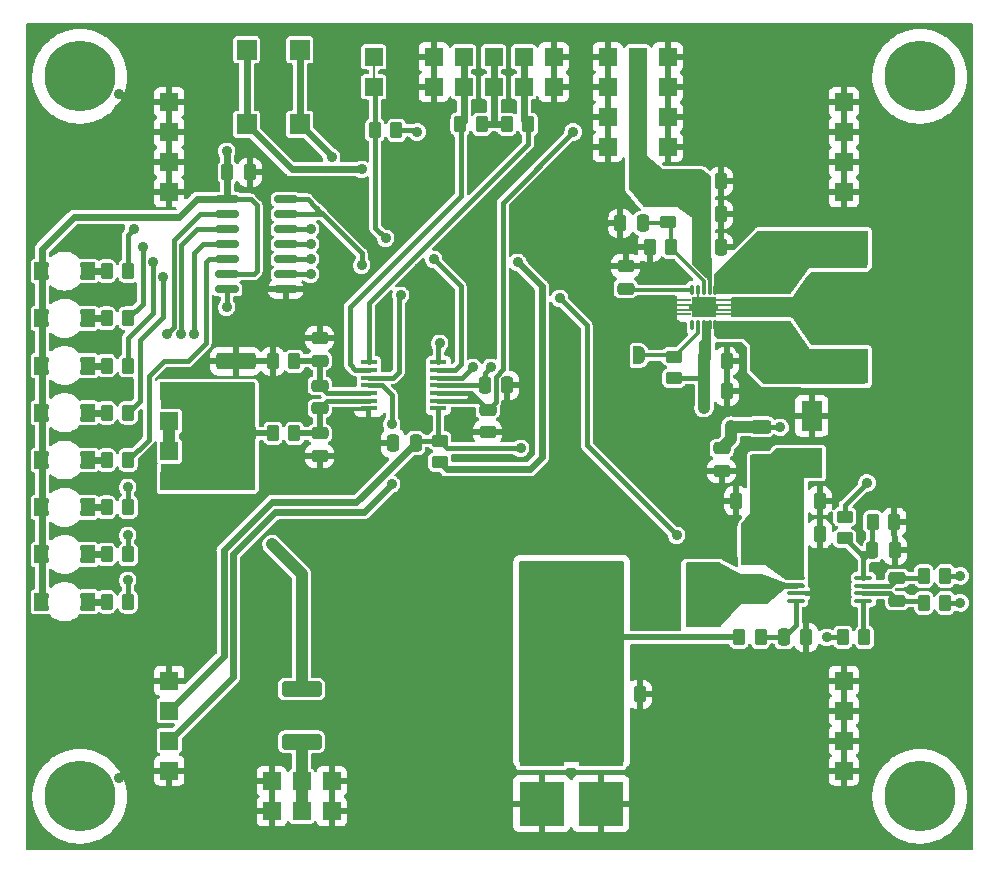
<source format=gbr>
%TF.GenerationSoftware,KiCad,Pcbnew,6.0.4-6f826c9f35~116~ubuntu20.04.1*%
%TF.CreationDate,2022-08-16T08:16:03+00:00*%
%TF.ProjectId,SOLARMINIBAT01A,534f4c41-524d-4494-9e49-424154303141,rev?*%
%TF.SameCoordinates,Original*%
%TF.FileFunction,Copper,L2,Bot*%
%TF.FilePolarity,Positive*%
%FSLAX46Y46*%
G04 Gerber Fmt 4.6, Leading zero omitted, Abs format (unit mm)*
G04 Created by KiCad (PCBNEW 6.0.4-6f826c9f35~116~ubuntu20.04.1) date 2022-08-16 08:16:03*
%MOMM*%
%LPD*%
G01*
G04 APERTURE LIST*
G04 Aperture macros list*
%AMRoundRect*
0 Rectangle with rounded corners*
0 $1 Rounding radius*
0 $2 $3 $4 $5 $6 $7 $8 $9 X,Y pos of 4 corners*
0 Add a 4 corners polygon primitive as box body*
4,1,4,$2,$3,$4,$5,$6,$7,$8,$9,$2,$3,0*
0 Add four circle primitives for the rounded corners*
1,1,$1+$1,$2,$3*
1,1,$1+$1,$4,$5*
1,1,$1+$1,$6,$7*
1,1,$1+$1,$8,$9*
0 Add four rect primitives between the rounded corners*
20,1,$1+$1,$2,$3,$4,$5,0*
20,1,$1+$1,$4,$5,$6,$7,0*
20,1,$1+$1,$6,$7,$8,$9,0*
20,1,$1+$1,$8,$9,$2,$3,0*%
%AMFreePoly0*
4,1,23,0.405000,0.738381,0.426979,0.740580,0.510581,0.710174,0.572728,0.646522,0.601123,0.562215,0.590149,0.473935,0.583861,0.464173,0.534020,0.288808,0.507268,0.096658,0.507316,-0.097346,0.534162,-0.289483,0.584197,-0.465200,0.590620,-0.475238,0.601329,-0.563551,0.572681,-0.647772,0.510344,-0.711238,0.426650,-0.741392,0.405000,-0.739160,0.405000,-0.750000,-0.645000,-0.750000,
-0.645000,0.750000,0.405000,0.750000,0.405000,0.738381,0.405000,0.738381,$1*%
%AMFreePoly1*
4,1,22,0.500000,-0.750000,0.000000,-0.750000,0.000000,-0.745033,-0.079941,-0.743568,-0.215256,-0.701293,-0.333266,-0.622738,-0.424486,-0.514219,-0.481581,-0.384460,-0.499164,-0.250000,-0.500000,-0.250000,-0.500000,0.250000,-0.499164,0.250000,-0.499963,0.256109,-0.478152,0.396186,-0.417904,0.524511,-0.324060,0.630769,-0.204165,0.706417,-0.067858,0.745374,0.000000,0.744959,0.000000,0.750000,
0.500000,0.750000,0.500000,-0.750000,0.500000,-0.750000,$1*%
%AMFreePoly2*
4,1,20,0.000000,0.744959,0.073905,0.744508,0.209726,0.703889,0.328688,0.626782,0.421226,0.519385,0.479903,0.390333,0.500000,0.250000,0.500000,-0.250000,0.499851,-0.262216,0.476331,-0.402017,0.414519,-0.529596,0.319384,-0.634700,0.198574,-0.708877,0.061801,-0.746166,0.000000,-0.745033,0.000000,-0.750000,-0.500000,-0.750000,-0.500000,0.750000,0.000000,0.750000,0.000000,0.744959,
0.000000,0.744959,$1*%
G04 Aperture macros list end*
%TA.AperFunction,ComponentPad*%
%ADD10C,6.000000*%
%TD*%
%TA.AperFunction,ComponentPad*%
%ADD11R,1.524000X1.524000*%
%TD*%
%TA.AperFunction,ComponentPad*%
%ADD12R,1.676400X1.676400*%
%TD*%
%TA.AperFunction,ComponentPad*%
%ADD13R,3.810000X3.810000*%
%TD*%
%TA.AperFunction,SMDPad,CuDef*%
%ADD14FreePoly0,0.000000*%
%TD*%
%TA.AperFunction,SMDPad,CuDef*%
%ADD15FreePoly0,180.000000*%
%TD*%
%TA.AperFunction,SMDPad,CuDef*%
%ADD16R,1.800000X2.500000*%
%TD*%
%TA.AperFunction,SMDPad,CuDef*%
%ADD17RoundRect,0.250000X-0.250000X-0.475000X0.250000X-0.475000X0.250000X0.475000X-0.250000X0.475000X0*%
%TD*%
%TA.AperFunction,SMDPad,CuDef*%
%ADD18R,0.280000X0.280000*%
%TD*%
%TA.AperFunction,SMDPad,CuDef*%
%ADD19O,0.280000X0.850000*%
%TD*%
%TA.AperFunction,SMDPad,CuDef*%
%ADD20R,0.600000X0.230000*%
%TD*%
%TA.AperFunction,SMDPad,CuDef*%
%ADD21R,0.900000X0.650000*%
%TD*%
%TA.AperFunction,SMDPad,CuDef*%
%ADD22R,2.150000X1.700000*%
%TD*%
%TA.AperFunction,SMDPad,CuDef*%
%ADD23R,0.700000X0.250000*%
%TD*%
%TA.AperFunction,ComponentPad*%
%ADD24C,0.600000*%
%TD*%
%TA.AperFunction,SMDPad,CuDef*%
%ADD25RoundRect,0.250000X0.450000X-0.262500X0.450000X0.262500X-0.450000X0.262500X-0.450000X-0.262500X0*%
%TD*%
%TA.AperFunction,SMDPad,CuDef*%
%ADD26RoundRect,0.250000X-0.625000X0.312500X-0.625000X-0.312500X0.625000X-0.312500X0.625000X0.312500X0*%
%TD*%
%TA.AperFunction,SMDPad,CuDef*%
%ADD27RoundRect,0.250000X-1.450000X0.400000X-1.450000X-0.400000X1.450000X-0.400000X1.450000X0.400000X0*%
%TD*%
%TA.AperFunction,SMDPad,CuDef*%
%ADD28RoundRect,0.250000X0.262500X0.450000X-0.262500X0.450000X-0.262500X-0.450000X0.262500X-0.450000X0*%
%TD*%
%TA.AperFunction,SMDPad,CuDef*%
%ADD29RoundRect,0.250000X-0.262500X-0.450000X0.262500X-0.450000X0.262500X0.450000X-0.262500X0.450000X0*%
%TD*%
%TA.AperFunction,SMDPad,CuDef*%
%ADD30R,5.500000X3.000000*%
%TD*%
%TA.AperFunction,SMDPad,CuDef*%
%ADD31R,1.450000X0.450000*%
%TD*%
%TA.AperFunction,SMDPad,CuDef*%
%ADD32RoundRect,0.250000X-0.450000X0.262500X-0.450000X-0.262500X0.450000X-0.262500X0.450000X0.262500X0*%
%TD*%
%TA.AperFunction,SMDPad,CuDef*%
%ADD33RoundRect,0.250000X-0.475000X0.250000X-0.475000X-0.250000X0.475000X-0.250000X0.475000X0.250000X0*%
%TD*%
%TA.AperFunction,SMDPad,CuDef*%
%ADD34RoundRect,0.250000X0.475000X-0.250000X0.475000X0.250000X-0.475000X0.250000X-0.475000X-0.250000X0*%
%TD*%
%TA.AperFunction,SMDPad,CuDef*%
%ADD35FreePoly1,0.000000*%
%TD*%
%TA.AperFunction,SMDPad,CuDef*%
%ADD36FreePoly2,0.000000*%
%TD*%
%TA.AperFunction,SMDPad,CuDef*%
%ADD37RoundRect,0.249999X1.425001X-0.450001X1.425001X0.450001X-1.425001X0.450001X-1.425001X-0.450001X0*%
%TD*%
%TA.AperFunction,SMDPad,CuDef*%
%ADD38RoundRect,0.250000X0.250000X0.475000X-0.250000X0.475000X-0.250000X-0.475000X0.250000X-0.475000X0*%
%TD*%
%TA.AperFunction,SMDPad,CuDef*%
%ADD39RoundRect,0.150000X0.825000X0.150000X-0.825000X0.150000X-0.825000X-0.150000X0.825000X-0.150000X0*%
%TD*%
%TA.AperFunction,SMDPad,CuDef*%
%ADD40R,3.000000X5.500000*%
%TD*%
%TA.AperFunction,SMDPad,CuDef*%
%ADD41RoundRect,0.100000X-0.637500X-0.100000X0.637500X-0.100000X0.637500X0.100000X-0.637500X0.100000X0*%
%TD*%
%TA.AperFunction,ViaPad*%
%ADD42C,0.890000*%
%TD*%
%TA.AperFunction,Conductor*%
%ADD43C,0.300000*%
%TD*%
%TA.AperFunction,Conductor*%
%ADD44C,0.400000*%
%TD*%
%TA.AperFunction,Conductor*%
%ADD45C,0.600000*%
%TD*%
%TA.AperFunction,Conductor*%
%ADD46C,0.200000*%
%TD*%
%TA.AperFunction,Conductor*%
%ADD47C,0.500000*%
%TD*%
%TA.AperFunction,Conductor*%
%ADD48C,1.000000*%
%TD*%
G04 APERTURE END LIST*
D10*
%TO.P,M4,1*%
%TO.N,unconnected-(M4-Pad1)*%
X5080000Y66040000D03*
%TD*%
D11*
%TO.P,J1,1*%
%TO.N,GND*%
X21336000Y3810000D03*
%TO.P,J1,2*%
X21336000Y6350000D03*
%TO.P,J1,3*%
%TO.N,Net-(F1-Pad2)*%
X23876000Y3810000D03*
%TO.P,J1,4*%
X23876000Y6350000D03*
%TO.P,J1,5*%
%TO.N,GND*%
X26416000Y3810000D03*
%TO.P,J1,6*%
X26416000Y6350000D03*
%TD*%
%TO.P,J6,1*%
%TO.N,GND*%
X54864000Y67691000D03*
%TO.P,J6,2*%
X54864000Y65151000D03*
%TO.P,J6,3*%
%TO.N,+3V3*%
X52324000Y67691000D03*
%TO.P,J6,4*%
X52324000Y65151000D03*
%TO.P,J6,5*%
%TO.N,GND*%
X49784000Y67691000D03*
%TO.P,J6,6*%
X49784000Y65151000D03*
%TD*%
%TO.P,BT1,1,+*%
%TO.N,/battery_pack/Battery+*%
X12678000Y36830000D03*
X12678000Y34290000D03*
%TO.P,BT1,2,-*%
%TO.N,/battery_pack/Battery-*%
X12678000Y39370000D03*
X12678000Y31750000D03*
%TO.P,BT1,3,GND*%
%TO.N,GND*%
X69778000Y63850000D03*
X69778000Y7270000D03*
X69778000Y56230000D03*
X12678000Y14890000D03*
X12678000Y58770000D03*
X69778000Y14890000D03*
X12678000Y56230000D03*
X69778000Y58770000D03*
X12678000Y63850000D03*
X69778000Y9810000D03*
X69778000Y12350000D03*
X69778000Y61310000D03*
X12678000Y61310000D03*
X12678000Y7270000D03*
%TO.P,BT1,5*%
%TO.N,/battery_pack/NTC1*%
X12678000Y9810000D03*
%TO.P,BT1,6*%
%TO.N,/battery_pack/NTC2*%
X12678000Y12350000D03*
%TD*%
D10*
%TO.P,M1,1*%
%TO.N,unconnected-(M1-Pad1)*%
X76200000Y66040000D03*
%TD*%
%TO.P,M3,1*%
%TO.N,unconnected-(M3-Pad1)*%
X76200000Y5080000D03*
%TD*%
D11*
%TO.P,J4,1*%
%TO.N,/fuel_gauge/CHARGE_CTRL*%
X29972000Y65151000D03*
%TO.P,J4,2*%
X29972000Y67691000D03*
%TD*%
%TO.P,P1,1*%
%TO.N,GND*%
X35052000Y65151000D03*
%TO.P,P1,2*%
X35052000Y67691000D03*
%TO.P,P1,3*%
%TO.N,/fuel_gauge/I2C_SCL*%
X37592000Y65151000D03*
%TO.P,P1,4*%
X37592000Y67691000D03*
%TO.P,P1,5*%
%TO.N,+3V3*%
X40132000Y65151000D03*
%TO.P,P1,6*%
X40132000Y67691000D03*
%TO.P,P1,7*%
%TO.N,/fuel_gauge/I2C_SDA*%
X42672000Y65151000D03*
%TO.P,P1,8*%
X42672000Y67691000D03*
%TO.P,P1,9*%
%TO.N,GND*%
X45212000Y65151000D03*
%TO.P,P1,10*%
X45212000Y67691000D03*
%TD*%
D12*
%TO.P,SW1,1,1*%
%TO.N,Net-(R5-Pad1)*%
X19213000Y62001000D03*
X19213000Y68301000D03*
%TO.P,SW1,2,2*%
%TO.N,Net-(SW1-Pad2)*%
X23713000Y62001000D03*
X23713000Y68301000D03*
%TD*%
D10*
%TO.P,M2,1*%
%TO.N,unconnected-(M2-Pad1)*%
X5080000Y5080000D03*
%TD*%
D11*
%TO.P,J5,1*%
%TO.N,GND*%
X54864000Y62611000D03*
%TO.P,J5,2*%
X54864000Y60071000D03*
%TO.P,J5,3*%
%TO.N,+3V3*%
X52324000Y62611000D03*
%TO.P,J5,4*%
X52324000Y60071000D03*
%TO.P,J5,5*%
%TO.N,GND*%
X49784000Y62611000D03*
%TO.P,J5,6*%
X49784000Y60071000D03*
%TD*%
D13*
%TO.P,J2,1,P1*%
%TO.N,/power_input/PV+*%
X44196000Y9556000D03*
X49196000Y9556000D03*
%TD*%
%TO.P,J3,1,P1*%
%TO.N,GND*%
X44196000Y4476000D03*
X49196000Y4476000D03*
%TD*%
D14*
%TO.P,D8,1,A*%
%TO.N,+3V3*%
X1905000Y21560000D03*
D15*
%TO.P,D8,2,K*%
%TO.N,Net-(D8-Pad2)*%
X5715000Y21560000D03*
%TD*%
D16*
%TO.P,D10,1,K*%
%TO.N,Net-(C12-Pad1)*%
X67056000Y33306000D03*
%TO.P,D10,2,A*%
%TO.N,GND*%
X67056000Y37306000D03*
%TD*%
D17*
%TO.P,C13,1*%
%TO.N,Net-(C12-Pad1)*%
X65852000Y30099000D03*
%TO.P,C13,2*%
%TO.N,GND*%
X67752000Y30099000D03*
%TD*%
D18*
%TO.P,X1,1,L1*%
%TO.N,Net-(L2-Pad1)*%
X58912000Y44722000D03*
D19*
X58912000Y45007000D03*
D18*
%TO.P,X1,2,VIN*%
%TO.N,/battery_pack/Battery+*%
X58412000Y44722000D03*
D19*
X58412000Y45007000D03*
%TO.P,X1,3,EN*%
X57912000Y45007000D03*
D18*
X57912000Y44722000D03*
%TO.P,X1,4,PS/SYNC*%
%TO.N,Net-(JP1-Pad2)*%
X57412000Y44722000D03*
D19*
X57412000Y45007000D03*
D18*
%TO.P,X1,5,PG*%
%TO.N,unconnected-(X1-Pad5)*%
X56912000Y44722000D03*
D19*
X56912000Y45007000D03*
%TO.P,X1,6,VAUX*%
%TO.N,Net-(C18-Pad1)*%
X56912000Y47957000D03*
D18*
X56912000Y48242000D03*
D19*
%TO.P,X1,7,GND*%
%TO.N,GND*%
X57412000Y47957000D03*
D18*
X57412000Y48242000D03*
%TO.P,X1,8,FB*%
%TO.N,Net-(C19-Pad1)*%
X57912000Y48242000D03*
D19*
X57912000Y47957000D03*
%TO.P,X1,9,VOUT*%
%TO.N,+3V3*%
X58412000Y47957000D03*
D18*
X58412000Y48242000D03*
D19*
%TO.P,X1,10,L2*%
%TO.N,Net-(L2-Pad2)*%
X58912000Y47957000D03*
D18*
X58912000Y48242000D03*
D20*
%TO.P,X1,11,PGND*%
%TO.N,GND*%
X56487000Y45882000D03*
D21*
X57352000Y46917000D03*
D20*
X56487000Y46282000D03*
D22*
X57912000Y46482000D03*
D23*
X59337000Y47082000D03*
D24*
X58412000Y46982000D03*
D23*
X56487000Y46282000D03*
X56487000Y46682000D03*
D20*
X56487000Y46682000D03*
X59337000Y46682000D03*
D23*
X56487000Y47082000D03*
D21*
X57352000Y46047000D03*
D20*
X56487000Y47082000D03*
D23*
X59337000Y46282000D03*
X59337000Y46682000D03*
D21*
X58472000Y46917000D03*
D23*
X59337000Y45882000D03*
D24*
X57912000Y46482000D03*
D20*
X59337000Y47082000D03*
D23*
X56487000Y45882000D03*
D20*
X59337000Y45882000D03*
D24*
X57412000Y46982000D03*
X58412000Y45982000D03*
X57412000Y45982000D03*
D20*
X59337000Y46282000D03*
D21*
X58472000Y46047000D03*
%TD*%
D25*
%TO.P,R22,1*%
%TO.N,Net-(C11-Pad1)*%
X69850000Y26924000D03*
%TO.P,R22,2*%
%TO.N,/battery_pack/Battery+*%
X69850000Y28749000D03*
%TD*%
D26*
%TO.P,R21,1*%
%TO.N,/battery_pack/Battery+*%
X62738000Y36387500D03*
%TO.P,R21,2*%
%TO.N,Net-(C12-Pad1)*%
X62738000Y33462500D03*
%TD*%
D27*
%TO.P,F1,1*%
%TO.N,/battery_pack/Battery+*%
X23876000Y14163000D03*
%TO.P,F1,2*%
%TO.N,Net-(F1-Pad2)*%
X23876000Y9713000D03*
%TD*%
D17*
%TO.P,C16,1*%
%TO.N,/battery_pack/Battery+*%
X57978000Y39370000D03*
%TO.P,C16,2*%
%TO.N,GND*%
X59878000Y39370000D03*
%TD*%
D28*
%TO.P,R26,1*%
%TO.N,Net-(C19-Pad1)*%
X55165000Y51562000D03*
%TO.P,R26,2*%
%TO.N,GND*%
X53340000Y51562000D03*
%TD*%
D14*
%TO.P,D1,1,A*%
%TO.N,+3V3*%
X1905000Y49560000D03*
D15*
%TO.P,D1,2,K*%
%TO.N,Net-(D1-Pad2)*%
X5715000Y49560000D03*
%TD*%
D29*
%TO.P,R19,1*%
%TO.N,Net-(C10-Pad1)*%
X76557500Y21463000D03*
%TO.P,R19,2*%
%TO.N,Net-(C12-Pad1)*%
X78382500Y21463000D03*
%TD*%
D30*
%TO.P,L2,1*%
%TO.N,Net-(L2-Pad1)*%
X69088000Y41482000D03*
%TO.P,L2,2*%
%TO.N,Net-(L2-Pad2)*%
X69088000Y51482000D03*
%TD*%
D31*
%TO.P,U1,1,P2*%
%TO.N,/fuel_gauge/P2*%
X35462000Y41828000D03*
%TO.P,U1,2,VEN*%
%TO.N,Net-(SW1-Pad2)*%
X35462000Y41178000D03*
%TO.P,U1,3,P1*%
%TO.N,/fuel_gauge/P1*%
X35462000Y40528000D03*
%TO.P,U1,4,BAT*%
%TO.N,/battery_pack/Battery+*%
X35462000Y39878000D03*
%TO.P,U1,5,CE*%
%TO.N,+3V3*%
X35462000Y39228000D03*
%TO.P,U1,6,REGIN*%
X35462000Y38578000D03*
%TO.P,U1,7,REG25*%
%TO.N,/battery_pack/NTC2*%
X35462000Y37928000D03*
%TO.P,U1,8,VSS*%
%TO.N,GND*%
X29562000Y37928000D03*
%TO.P,U1,9,SRP*%
%TO.N,Net-(C3-Pad1)*%
X29562000Y38578000D03*
%TO.P,U1,10,SRN*%
%TO.N,Net-(C3-Pad2)*%
X29562000Y39228000D03*
%TO.P,U1,11,P6/TS*%
%TO.N,/battery_pack/NTC1*%
X29562000Y39878000D03*
%TO.P,U1,12,P5/HDQ*%
%TO.N,/fuel_gauge/CHARGE_CTRL*%
X29562000Y40528000D03*
%TO.P,U1,13,P4/SCL*%
%TO.N,/fuel_gauge/I2C_SCL*%
X29562000Y41178000D03*
%TO.P,U1,14,P3/SDA*%
%TO.N,/fuel_gauge/I2C_SDA*%
X29562000Y41828000D03*
%TD*%
D17*
%TO.P,C17,1*%
%TO.N,/battery_pack/Battery+*%
X57978000Y41910000D03*
%TO.P,C17,2*%
%TO.N,GND*%
X59878000Y41910000D03*
%TD*%
D29*
%TO.P,R10,1*%
%TO.N,Net-(D2-Pad2)*%
X7366000Y45560000D03*
%TO.P,R10,2*%
%TO.N,/fuel_gauge/B*%
X9191000Y45560000D03*
%TD*%
D17*
%TO.P,C7,1*%
%TO.N,+3V3*%
X17592000Y57912000D03*
%TO.P,C7,2*%
%TO.N,GND*%
X19492000Y57912000D03*
%TD*%
D29*
%TO.P,R7,1*%
%TO.N,GND*%
X21439500Y41910000D03*
%TO.P,R7,2*%
%TO.N,Net-(C3-Pad2)*%
X23264500Y41910000D03*
%TD*%
D32*
%TO.P,R25,1*%
%TO.N,+3V3*%
X54864000Y55522500D03*
%TO.P,R25,2*%
%TO.N,Net-(C19-Pad1)*%
X54864000Y53697500D03*
%TD*%
D33*
%TO.P,C1,1*%
%TO.N,+3V3*%
X39624000Y37810000D03*
%TO.P,C1,2*%
%TO.N,GND*%
X39624000Y35910000D03*
%TD*%
D25*
%TO.P,R24,1*%
%TO.N,/battery_pack/Battery+*%
X55372000Y40489500D03*
%TO.P,R24,2*%
%TO.N,Net-(JP1-Pad2)*%
X55372000Y42314500D03*
%TD*%
D34*
%TO.P,C18,1*%
%TO.N,Net-(C18-Pad1)*%
X51308000Y48072000D03*
%TO.P,C18,2*%
%TO.N,GND*%
X51308000Y49972000D03*
%TD*%
D17*
%TO.P,C5,1*%
%TO.N,/battery_pack/Battery+*%
X39394000Y39878000D03*
%TO.P,C5,2*%
%TO.N,GND*%
X41294000Y39878000D03*
%TD*%
D29*
%TO.P,R16,1*%
%TO.N,Net-(D8-Pad2)*%
X7366000Y21560000D03*
%TO.P,R16,2*%
%TO.N,/fuel_gauge/H*%
X9191000Y21560000D03*
%TD*%
%TO.P,R15,1*%
%TO.N,Net-(D7-Pad2)*%
X7366000Y25560000D03*
%TO.P,R15,2*%
%TO.N,/fuel_gauge/G*%
X9191000Y25560000D03*
%TD*%
D16*
%TO.P,D9,1,K*%
%TO.N,Net-(C12-Pad1)*%
X61976000Y26638000D03*
%TO.P,D9,2,A*%
%TO.N,Net-(D9-Pad2)*%
X61976000Y22638000D03*
%TD*%
D17*
%TO.P,C11,1*%
%TO.N,Net-(C11-Pad1)*%
X72202000Y25908000D03*
%TO.P,C11,2*%
%TO.N,GND*%
X74102000Y25908000D03*
%TD*%
%TO.P,C20,1*%
%TO.N,+3V3*%
X57470000Y51562000D03*
%TO.P,C20,2*%
%TO.N,GND*%
X59370000Y51562000D03*
%TD*%
D35*
%TO.P,JP1,1,A*%
%TO.N,GND*%
X51166000Y42418000D03*
D36*
%TO.P,JP1,2,B*%
%TO.N,Net-(JP1-Pad2)*%
X52466000Y42418000D03*
%TD*%
D37*
%TO.P,R8,1*%
%TO.N,/battery_pack/Battery-*%
X18288000Y35812000D03*
%TO.P,R8,2*%
%TO.N,GND*%
X18288000Y41912000D03*
%TD*%
D33*
%TO.P,C15,1*%
%TO.N,/battery_pack/Battery+*%
X59436000Y34539000D03*
%TO.P,C15,2*%
%TO.N,GND*%
X59436000Y32639000D03*
%TD*%
%TO.P,C6,1*%
%TO.N,Net-(C3-Pad1)*%
X25400000Y35814000D03*
%TO.P,C6,2*%
%TO.N,GND*%
X25400000Y33914000D03*
%TD*%
D38*
%TO.P,C14,1*%
%TO.N,Net-(C12-Pad1)*%
X62545000Y30099000D03*
%TO.P,C14,2*%
%TO.N,GND*%
X60645000Y30099000D03*
%TD*%
D14*
%TO.P,D5,1,A*%
%TO.N,+3V3*%
X1905000Y33560000D03*
D15*
%TO.P,D5,2,K*%
%TO.N,Net-(D5-Pad2)*%
X5715000Y33560000D03*
%TD*%
D29*
%TO.P,R3,1*%
%TO.N,/fuel_gauge/I2C_SCL*%
X37291000Y61976000D03*
%TO.P,R3,2*%
%TO.N,+3V3*%
X39116000Y61976000D03*
%TD*%
D34*
%TO.P,C10,1*%
%TO.N,Net-(C10-Pad1)*%
X74295000Y21656000D03*
%TO.P,C10,2*%
%TO.N,Net-(C10-Pad2)*%
X74295000Y23556000D03*
%TD*%
D29*
%TO.P,R14,1*%
%TO.N,Net-(D6-Pad2)*%
X7366000Y29560000D03*
%TO.P,R14,2*%
%TO.N,/fuel_gauge/F*%
X9191000Y29560000D03*
%TD*%
%TO.P,R6,1*%
%TO.N,/battery_pack/Battery-*%
X21439500Y35814000D03*
%TO.P,R6,2*%
%TO.N,Net-(C3-Pad1)*%
X23264500Y35814000D03*
%TD*%
%TO.P,R18,1*%
%TO.N,/fuel_gauge/CHARGE_CTRL*%
X69699500Y18542000D03*
%TO.P,R18,2*%
%TO.N,Net-(R18-Pad2)*%
X71524500Y18542000D03*
%TD*%
D39*
%TO.P,U2,1,A*%
%TO.N,/fuel_gauge/P1*%
X22541000Y55626000D03*
%TO.P,U2,2,B*%
X22541000Y54356000D03*
%TO.P,U2,3,QA*%
%TO.N,/fuel_gauge/A*%
X22541000Y53086000D03*
%TO.P,U2,4,QB*%
%TO.N,/fuel_gauge/B*%
X22541000Y51816000D03*
%TO.P,U2,5,QC*%
%TO.N,/fuel_gauge/C*%
X22541000Y50546000D03*
%TO.P,U2,6,QD*%
%TO.N,/fuel_gauge/D*%
X22541000Y49276000D03*
%TO.P,U2,7,GND*%
%TO.N,GND*%
X22541000Y48006000D03*
%TO.P,U2,8,CLK*%
%TO.N,/fuel_gauge/P2*%
X17591000Y48006000D03*
%TO.P,U2,9,CLR*%
%TO.N,+3V3*%
X17591000Y49276000D03*
%TO.P,U2,10,QE*%
%TO.N,/fuel_gauge/E*%
X17591000Y50546000D03*
%TO.P,U2,11,QF*%
%TO.N,/fuel_gauge/F*%
X17591000Y51816000D03*
%TO.P,U2,12,QG*%
%TO.N,/fuel_gauge/G*%
X17591000Y53086000D03*
%TO.P,U2,13,QH*%
%TO.N,/fuel_gauge/H*%
X17591000Y54356000D03*
%TO.P,U2,14,VCC*%
%TO.N,+3V3*%
X17591000Y55626000D03*
%TD*%
D14*
%TO.P,D4,1,A*%
%TO.N,+3V3*%
X1905000Y37560000D03*
D15*
%TO.P,D4,2,K*%
%TO.N,Net-(D4-Pad2)*%
X5715000Y37560000D03*
%TD*%
D17*
%TO.P,C22,1*%
%TO.N,+3V3*%
X57470000Y57150000D03*
%TO.P,C22,2*%
%TO.N,GND*%
X59370000Y57150000D03*
%TD*%
D29*
%TO.P,R17,1*%
%TO.N,/power_input/PV+*%
X60913000Y18542000D03*
%TO.P,R17,2*%
%TO.N,Net-(C9-Pad1)*%
X62738000Y18542000D03*
%TD*%
D38*
%TO.P,C19,1*%
%TO.N,Net-(C19-Pad1)*%
X52766000Y53594000D03*
%TO.P,C19,2*%
%TO.N,GND*%
X50866000Y53594000D03*
%TD*%
D14*
%TO.P,D6,1,A*%
%TO.N,+3V3*%
X1905000Y29560000D03*
D15*
%TO.P,D6,2,K*%
%TO.N,Net-(D6-Pad2)*%
X5715000Y29560000D03*
%TD*%
D29*
%TO.P,R12,1*%
%TO.N,Net-(D4-Pad2)*%
X7366000Y37560000D03*
%TO.P,R12,2*%
%TO.N,/fuel_gauge/D*%
X9191000Y37560000D03*
%TD*%
D28*
%TO.P,R23,1*%
%TO.N,GND*%
X74064500Y28321000D03*
%TO.P,R23,2*%
%TO.N,Net-(C11-Pad1)*%
X72239500Y28321000D03*
%TD*%
D34*
%TO.P,C4,1*%
%TO.N,Net-(C3-Pad2)*%
X25400000Y41976000D03*
%TO.P,C4,2*%
%TO.N,GND*%
X25400000Y43876000D03*
%TD*%
D28*
%TO.P,R1,1*%
%TO.N,/fuel_gauge/I2C_SDA*%
X43076500Y61976000D03*
%TO.P,R1,2*%
%TO.N,+3V3*%
X41251500Y61976000D03*
%TD*%
D38*
%TO.P,C2,1*%
%TO.N,/battery_pack/NTC2*%
X33528000Y34990000D03*
%TO.P,C2,2*%
%TO.N,GND*%
X31628000Y34990000D03*
%TD*%
D40*
%TO.P,L1,1*%
%TO.N,/power_input/PV+*%
X47832000Y22098000D03*
%TO.P,L1,2*%
%TO.N,Net-(D9-Pad2)*%
X57832000Y22098000D03*
%TD*%
D17*
%TO.P,C12,1*%
%TO.N,Net-(C12-Pad1)*%
X65852000Y27305000D03*
%TO.P,C12,2*%
%TO.N,GND*%
X67752000Y27305000D03*
%TD*%
D14*
%TO.P,D3,1,A*%
%TO.N,+3V3*%
X1905000Y41560000D03*
D15*
%TO.P,D3,2,K*%
%TO.N,Net-(D3-Pad2)*%
X5715000Y41560000D03*
%TD*%
D17*
%TO.P,C21,1*%
%TO.N,+3V3*%
X57470000Y54356000D03*
%TO.P,C21,2*%
%TO.N,GND*%
X59370000Y54356000D03*
%TD*%
D29*
%TO.P,R11,1*%
%TO.N,Net-(D3-Pad2)*%
X7366000Y41560000D03*
%TO.P,R11,2*%
%TO.N,/fuel_gauge/C*%
X9191000Y41560000D03*
%TD*%
D41*
%TO.P,U3,1,MPP-SET*%
%TO.N,Net-(C9-Pad1)*%
X65717500Y21631000D03*
%TO.P,U3,2,GND*%
%TO.N,GND*%
X65717500Y22281000D03*
%TO.P,U3,3,LX*%
%TO.N,Net-(D9-Pad2)*%
X65717500Y22931000D03*
%TO.P,U3,4,VOUT*%
%TO.N,Net-(C12-Pad1)*%
X65717500Y23581000D03*
%TO.P,U3,5,VCTRL*%
%TO.N,Net-(C11-Pad1)*%
X71442500Y23581000D03*
%TO.P,U3,6,ICTRL-*%
%TO.N,Net-(C10-Pad2)*%
X71442500Y22931000D03*
%TO.P,U3,7,ICTRL+*%
%TO.N,Net-(C10-Pad1)*%
X71442500Y22281000D03*
%TO.P,U3,8,XSHUT*%
%TO.N,Net-(R18-Pad2)*%
X71442500Y21631000D03*
%TD*%
D29*
%TO.P,R9,1*%
%TO.N,Net-(D1-Pad2)*%
X7366000Y49560000D03*
%TO.P,R9,2*%
%TO.N,/fuel_gauge/A*%
X9191000Y49560000D03*
%TD*%
D17*
%TO.P,C9,1*%
%TO.N,Net-(C9-Pad1)*%
X64709000Y18542000D03*
%TO.P,C9,2*%
%TO.N,GND*%
X66609000Y18542000D03*
%TD*%
D29*
%TO.P,R13,1*%
%TO.N,Net-(D5-Pad2)*%
X7366000Y33560000D03*
%TO.P,R13,2*%
%TO.N,/fuel_gauge/E*%
X9191000Y33560000D03*
%TD*%
%TO.P,R2,1*%
%TO.N,/fuel_gauge/CHARGE_CTRL*%
X30075500Y61468000D03*
%TO.P,R2,2*%
%TO.N,+3V3*%
X31900500Y61468000D03*
%TD*%
D25*
%TO.P,R5,1*%
%TO.N,Net-(R5-Pad1)*%
X35560000Y33377500D03*
%TO.P,R5,2*%
%TO.N,/battery_pack/NTC2*%
X35560000Y35202500D03*
%TD*%
D14*
%TO.P,D7,1,A*%
%TO.N,+3V3*%
X1905000Y25560000D03*
D15*
%TO.P,D7,2,K*%
%TO.N,Net-(D7-Pad2)*%
X5715000Y25560000D03*
%TD*%
D17*
%TO.P,C8,1*%
%TO.N,/power_input/PV+*%
X50612000Y13716000D03*
%TO.P,C8,2*%
%TO.N,GND*%
X52512000Y13716000D03*
%TD*%
D34*
%TO.P,C3,1*%
%TO.N,Net-(C3-Pad1)*%
X25400000Y37945000D03*
%TO.P,C3,2*%
%TO.N,Net-(C3-Pad2)*%
X25400000Y39845000D03*
%TD*%
D14*
%TO.P,D2,1,A*%
%TO.N,+3V3*%
X1905000Y45560000D03*
D15*
%TO.P,D2,2,K*%
%TO.N,Net-(D2-Pad2)*%
X5715000Y45560000D03*
%TD*%
D29*
%TO.P,R20,1*%
%TO.N,Net-(C10-Pad2)*%
X76557500Y23749000D03*
%TO.P,R20,2*%
%TO.N,/battery_pack/Battery+*%
X78382500Y23749000D03*
%TD*%
D42*
%TO.N,+3V3*%
X46871489Y61332511D03*
X33646511Y61332511D03*
X17526000Y59690000D03*
%TO.N,GND*%
X10922000Y10414000D03*
X26416000Y50038000D03*
X67818000Y11430000D03*
X24130000Y31242000D03*
X65278000Y10160000D03*
X9652000Y14224000D03*
X61976000Y38608000D03*
X52578000Y16764000D03*
X8382000Y14224000D03*
X32512000Y64516000D03*
X21844000Y44704000D03*
X5334000Y47498000D03*
X19812000Y25146000D03*
X73406000Y31496000D03*
X32512000Y55626000D03*
X13462000Y40894000D03*
X10922000Y12954000D03*
X67564000Y56896000D03*
X43688000Y27432000D03*
X27686000Y64516000D03*
X39624000Y50800000D03*
X10922000Y15494000D03*
X57150000Y30226000D03*
X8382000Y63246000D03*
X15494000Y18288000D03*
X32512000Y67056000D03*
X28956000Y27686000D03*
X26416000Y51562000D03*
X45974000Y44450000D03*
X10922000Y63246000D03*
X67818000Y48768000D03*
X67564000Y43942000D03*
X70866000Y34544000D03*
X26162000Y16256000D03*
X26162000Y63246000D03*
X66548000Y6350000D03*
X10922000Y61976000D03*
X26416000Y27686000D03*
X75692000Y29464000D03*
X50800000Y45212000D03*
X26670000Y31242000D03*
X69596000Y38608000D03*
X9652000Y55626000D03*
X9652000Y15494000D03*
X45974000Y40894000D03*
X15748000Y10414000D03*
X25400000Y25146000D03*
X23368000Y39624000D03*
X8382000Y60706000D03*
X67818000Y10160000D03*
X42672000Y36322000D03*
X38862000Y30988000D03*
X67564000Y60706000D03*
X27432000Y40640000D03*
X66548000Y10160000D03*
X52832000Y24384000D03*
X26162000Y22098000D03*
X69850000Y54102000D03*
X45974000Y27432000D03*
X65024000Y61976000D03*
X65024000Y64516000D03*
X33782000Y56896000D03*
X65024000Y60706000D03*
X8382000Y56896000D03*
X58928000Y5588000D03*
X38608000Y59944000D03*
X33782000Y54102000D03*
X10922000Y6604000D03*
X9652000Y56896000D03*
X32766000Y59690000D03*
X60960000Y42926000D03*
X8382000Y12954000D03*
X37084000Y51816000D03*
X28702000Y55118000D03*
X57404000Y16764000D03*
X67818000Y15240000D03*
X42418000Y43942000D03*
X68834000Y46482000D03*
X55118000Y16764000D03*
X19558000Y16510000D03*
X9652000Y6604000D03*
X20574000Y45212000D03*
X33274000Y20066000D03*
X65278000Y11430000D03*
X65278000Y12700000D03*
X66294000Y55626000D03*
X67564000Y59436000D03*
X57658000Y62484000D03*
X34290000Y59690000D03*
X72898000Y19050000D03*
X66294000Y63246000D03*
X21590000Y31242000D03*
X10922000Y58166000D03*
X58674000Y26670000D03*
X54810000Y46682000D03*
X57404000Y36068000D03*
X66040000Y46482000D03*
X67564000Y64516000D03*
X72898000Y17526000D03*
X46228000Y54356000D03*
X56134000Y34290000D03*
X26416000Y45974000D03*
X66294000Y59436000D03*
X45974000Y39370000D03*
X10922000Y11684000D03*
X65278000Y6350000D03*
X49784000Y39624000D03*
X30734000Y44704000D03*
X67564000Y63246000D03*
X30734000Y5334000D03*
X48514000Y27432000D03*
X21590000Y34036000D03*
X39878000Y15748000D03*
X69596000Y37338000D03*
X62230000Y46482000D03*
X61468000Y39878000D03*
X35814000Y45974000D03*
X61722000Y54102000D03*
X45974000Y42672000D03*
X52070000Y45212000D03*
X42164000Y54864000D03*
X47498000Y64008000D03*
X41148000Y27432000D03*
X73914000Y38608000D03*
X23368000Y34036000D03*
X33274000Y32512000D03*
X66802000Y47752000D03*
X21336000Y46228000D03*
X66548000Y13970000D03*
X68580000Y21844000D03*
X73914000Y40894000D03*
X17780000Y3556000D03*
X15494000Y3556000D03*
X8382000Y6604000D03*
X8382000Y59436000D03*
X50546000Y58166000D03*
X66548000Y8890000D03*
X57404000Y27940000D03*
X49276000Y55626000D03*
X21336000Y58166000D03*
X20066000Y48006000D03*
X68834000Y43942000D03*
X9652000Y58166000D03*
X63246000Y38608000D03*
X67564000Y55626000D03*
X52070000Y46482000D03*
X53340000Y46482000D03*
X50546000Y55626000D03*
X10922000Y59436000D03*
X72898000Y24384000D03*
X67818000Y12700000D03*
X30734000Y3556000D03*
X52578000Y36322000D03*
X23368000Y45974000D03*
X66294000Y56896000D03*
X72898000Y20320000D03*
X26162000Y64516000D03*
X9652000Y9144000D03*
X58928000Y2794000D03*
X38862000Y51816000D03*
X47498000Y65278000D03*
X32512000Y65786000D03*
X64770000Y46482000D03*
X41910000Y57658000D03*
X66294000Y60706000D03*
X33782000Y49784000D03*
X8382000Y64516000D03*
X71628000Y33528000D03*
X67818000Y13970000D03*
X49276000Y56896000D03*
X9652000Y60706000D03*
X10922000Y9144000D03*
X41656000Y36322000D03*
X33528000Y48514000D03*
X22860000Y31242000D03*
X43688000Y56388000D03*
X9652000Y11684000D03*
X58928000Y12192000D03*
X57658000Y67564000D03*
X60706000Y53086000D03*
X8382000Y58166000D03*
X23114000Y44704000D03*
X73914000Y53594000D03*
X37846000Y52832000D03*
X8382000Y11684000D03*
X67818000Y6350000D03*
X66548000Y12700000D03*
X9652000Y59436000D03*
X33274000Y23876000D03*
X68580000Y20320000D03*
X39878000Y25146000D03*
X66802000Y45212000D03*
X65024000Y63246000D03*
X70104000Y46482000D03*
X65278000Y7620000D03*
X53594000Y32004000D03*
X33274000Y30988000D03*
X26670000Y55372000D03*
X24892000Y45974000D03*
X17780000Y10414000D03*
X27432000Y36576000D03*
X46990000Y48514000D03*
X19812000Y46228000D03*
X42418000Y45720000D03*
X47498000Y66548000D03*
X29210000Y32512000D03*
X35052000Y55626000D03*
X49276000Y45466000D03*
X47752000Y32512000D03*
X9652000Y61976000D03*
X9652000Y10414000D03*
X42164000Y52578000D03*
X67818000Y8890000D03*
X30734000Y6858000D03*
X59436000Y16764000D03*
X34290000Y45974000D03*
X71374000Y46482000D03*
X73914000Y43434000D03*
X8382000Y55626000D03*
X55372000Y20066000D03*
X35052000Y30988000D03*
X10922000Y60706000D03*
X27686000Y63246000D03*
X28702000Y53340000D03*
X26162000Y19050000D03*
X25400000Y31242000D03*
X66548000Y7620000D03*
X22352000Y18542000D03*
X38862000Y45720000D03*
X42418000Y42164000D03*
X21590000Y39624000D03*
X51816000Y39624000D03*
X38862000Y58166000D03*
X12954000Y18288000D03*
X64516000Y38608000D03*
X67818000Y7620000D03*
X57658000Y59436000D03*
X67310000Y46482000D03*
X26416000Y48260000D03*
X8382000Y15494000D03*
X68580000Y23368000D03*
X73914000Y46482000D03*
X5334000Y39624000D03*
X21590000Y23622000D03*
X39878000Y19050000D03*
X30734000Y45974000D03*
X66548000Y15240000D03*
X51054000Y27432000D03*
X65278000Y13970000D03*
X12954000Y29210000D03*
X10922000Y14224000D03*
X74422000Y30480000D03*
X65024000Y59436000D03*
X54610000Y45212000D03*
X9652000Y63246000D03*
X50800000Y46482000D03*
X36068000Y59690000D03*
X8382000Y10414000D03*
X67564000Y58166000D03*
X9652000Y64516000D03*
X49530000Y51562000D03*
X55118000Y43942000D03*
X73914000Y50800000D03*
X66294000Y61976000D03*
X45466000Y57912000D03*
X44450000Y50292000D03*
X8382000Y7874000D03*
X19558000Y20828000D03*
X10922000Y56896000D03*
X31496000Y28956000D03*
X58928000Y8890000D03*
X10922000Y64516000D03*
X32512000Y68326000D03*
X40386000Y59944000D03*
X5334000Y35560000D03*
X20828000Y13970000D03*
X66548000Y11430000D03*
X8382000Y61976000D03*
X14986000Y40894000D03*
X15494000Y29210000D03*
X47498000Y67818000D03*
X49276000Y50038000D03*
X57658000Y65278000D03*
X68072000Y47498000D03*
X26162000Y56896000D03*
X35052000Y48514000D03*
X60198000Y59436000D03*
X53340000Y45212000D03*
X24384000Y56896000D03*
X22352000Y16510000D03*
X49276000Y58166000D03*
X15494000Y23876000D03*
X22352000Y20828000D03*
X66294000Y64516000D03*
X27940000Y48514000D03*
X10922000Y7874000D03*
X39878000Y22098000D03*
X43180000Y59182000D03*
X66294000Y58166000D03*
X38354000Y50292000D03*
X29210000Y36322000D03*
X17272000Y43942000D03*
X28194000Y31496000D03*
X68326000Y45212000D03*
X54864000Y36068000D03*
X36830000Y30988000D03*
X6350000Y52578000D03*
X73914000Y48514000D03*
X30226000Y33528000D03*
X59182000Y59436000D03*
X23622000Y26924000D03*
X47752000Y30480000D03*
X19558000Y18542000D03*
X65278000Y15240000D03*
X8382000Y9144000D03*
X56134000Y32004000D03*
X63500000Y46482000D03*
X27686000Y33274000D03*
X9652000Y7874000D03*
X18542000Y43942000D03*
X50546000Y56896000D03*
X55372000Y24384000D03*
X65024000Y55626000D03*
X12954000Y23876000D03*
X49276000Y42418000D03*
X68580000Y25146000D03*
X65278000Y8890000D03*
X5334000Y43688000D03*
X65024000Y56896000D03*
X65024000Y54102000D03*
X39116000Y48768000D03*
X71628000Y38608000D03*
X53340000Y27432000D03*
X39624000Y43180000D03*
X52832000Y20066000D03*
X30480000Y50800000D03*
X54102000Y49530000D03*
X10922000Y55626000D03*
X46990000Y59182000D03*
X19050000Y13970000D03*
X15494000Y56896000D03*
X65024000Y58166000D03*
X9652000Y12954000D03*
X17272000Y45212000D03*
X72644000Y46482000D03*
X67564000Y61976000D03*
X55372000Y49530000D03*
X55372000Y30226000D03*
X50800000Y34036000D03*
X53594000Y39624000D03*
%TO.N,/battery_pack/NTC1*%
X31496000Y36576000D03*
X31496000Y31496000D03*
%TO.N,/battery_pack/Battery+*%
X57912000Y37973000D03*
X71755000Y31623000D03*
X79629000Y23749000D03*
X21336000Y26416000D03*
X39878000Y41402000D03*
X60198000Y36449000D03*
X64389000Y36322000D03*
%TO.N,Net-(C12-Pad1)*%
X79629000Y21463000D03*
X64389000Y33528000D03*
%TO.N,/fuel_gauge/CHARGE_CTRL*%
X45720000Y47244000D03*
X68326000Y18542000D03*
X55626000Y27178000D03*
X32258000Y47498000D03*
X30988000Y52324000D03*
%TO.N,/battery_pack/NTC2*%
X42418000Y34544000D03*
%TO.N,Net-(R5-Pad1)*%
X42164000Y50292000D03*
X28956000Y58166000D03*
%TO.N,/fuel_gauge/A*%
X9652000Y53086000D03*
X24638000Y53086000D03*
%TO.N,/fuel_gauge/B*%
X24638000Y51816000D03*
X10414000Y51562000D03*
%TO.N,/fuel_gauge/C*%
X11258500Y50292000D03*
X24638000Y50546000D03*
%TO.N,/fuel_gauge/D*%
X24638000Y49276000D03*
X12103000Y49022000D03*
%TO.N,/fuel_gauge/F*%
X9144000Y31242000D03*
X14732000Y44196000D03*
%TO.N,/fuel_gauge/G*%
X9144000Y27178000D03*
X13642497Y44196000D03*
%TO.N,/fuel_gauge/H*%
X9144000Y23368000D03*
X12446000Y44196000D03*
%TO.N,Net-(SW1-Pad2)*%
X35052000Y50546000D03*
X26416000Y59182000D03*
%TO.N,/fuel_gauge/P2*%
X17526000Y46482000D03*
X35560000Y43434000D03*
%TO.N,/fuel_gauge/P1*%
X38354000Y41402000D03*
X28956000Y50038000D03*
%TD*%
D43*
%TO.N,+3V3*%
X58412000Y48242000D02*
X58412000Y50620000D01*
D44*
X38354000Y38862000D02*
X38463000Y38971000D01*
X17591000Y49276000D02*
X19812000Y49276000D01*
D45*
X40132000Y67691000D02*
X40132000Y61976000D01*
X14986000Y55626000D02*
X17591000Y55626000D01*
D44*
X20066000Y55118000D02*
X19558000Y55626000D01*
D45*
X1905000Y41560000D02*
X1905000Y45560000D01*
D44*
X40894000Y55355022D02*
X46871489Y61332511D01*
X40894000Y41223680D02*
X40894000Y55355022D01*
X38384000Y39050000D02*
X38206000Y39228000D01*
D43*
X58412000Y50620000D02*
X57470000Y51562000D01*
D44*
X38100000Y38802000D02*
X37876000Y38578000D01*
X40293520Y40623200D02*
X40894000Y41223680D01*
X38384000Y38578000D02*
X38856000Y38578000D01*
D45*
X1905000Y29560000D02*
X1905000Y33560000D01*
X1905000Y21560000D02*
X1905000Y25560000D01*
D44*
X40293520Y38479520D02*
X40293520Y40623200D01*
X38384000Y38578000D02*
X38384000Y39050000D01*
X35462000Y39228000D02*
X38206000Y39228000D01*
X19812000Y49276000D02*
X20066000Y49530000D01*
X37876000Y38578000D02*
X38384000Y38578000D01*
X38463000Y38971000D02*
X38856000Y38578000D01*
D45*
X1905000Y45560000D02*
X1905000Y49560000D01*
D44*
X38100000Y38862000D02*
X38100000Y38802000D01*
X31900500Y61468000D02*
X33511022Y61468000D01*
X38206000Y39228000D02*
X38100000Y39122000D01*
D45*
X1905000Y49560000D02*
X1905000Y51435000D01*
X1905000Y51435000D02*
X4572000Y54102000D01*
D44*
X38856000Y38578000D02*
X39624000Y37810000D01*
X20066000Y49530000D02*
X20066000Y55118000D01*
D45*
X1905000Y33560000D02*
X1905000Y37560000D01*
X17526000Y57978000D02*
X17592000Y57912000D01*
D44*
X38100000Y38862000D02*
X38354000Y38862000D01*
D45*
X1905000Y37560000D02*
X1905000Y41560000D01*
D44*
X17591000Y55626000D02*
X19558000Y55626000D01*
D45*
X40132000Y61976000D02*
X39116000Y61976000D01*
X4572000Y54102000D02*
X13462000Y54102000D01*
D44*
X33511022Y61468000D02*
X33646511Y61332511D01*
D45*
X39116000Y61976000D02*
X41251500Y61976000D01*
X13462000Y54102000D02*
X14986000Y55626000D01*
X17592000Y55627000D02*
X17591000Y55626000D01*
D44*
X38100000Y39122000D02*
X38100000Y38862000D01*
X39624000Y37810000D02*
X40293520Y38479520D01*
D45*
X17526000Y59690000D02*
X17526000Y57978000D01*
D44*
X35462000Y38578000D02*
X37876000Y38578000D01*
D45*
X1905000Y25560000D02*
X1905000Y29560000D01*
X17592000Y57912000D02*
X17592000Y55627000D01*
D46*
%TO.N,GND*%
X59337000Y46682000D02*
X61160000Y46682000D01*
X59337000Y46282000D02*
X61160000Y46282000D01*
X56487000Y46682000D02*
X54810000Y46682000D01*
X61160000Y46282000D02*
X61214000Y46228000D01*
X54156000Y46282000D02*
X54102000Y46228000D01*
X56487000Y46282000D02*
X54156000Y46282000D01*
X61214000Y45974000D02*
X61122000Y45882000D01*
X61122000Y45882000D02*
X59337000Y45882000D01*
X54194000Y47082000D02*
X54102000Y46990000D01*
X54448000Y45882000D02*
X56487000Y45882000D01*
X54156000Y46682000D02*
X54102000Y46736000D01*
X57412000Y48242000D02*
X57412000Y46982000D01*
X54102000Y46736000D02*
X54102000Y46228000D01*
X59337000Y47082000D02*
X61122000Y47082000D01*
X61214000Y46990000D02*
X61214000Y46736000D01*
X61214000Y46228000D02*
X61214000Y45974000D01*
X61122000Y47082000D02*
X61214000Y46990000D01*
D47*
X18288000Y41912000D02*
X21437500Y41912000D01*
X21437500Y41912000D02*
X21439500Y41910000D01*
D46*
X54810000Y46682000D02*
X54156000Y46682000D01*
X61160000Y46682000D02*
X61214000Y46736000D01*
X56487000Y47082000D02*
X54194000Y47082000D01*
X61214000Y46736000D02*
X61214000Y46228000D01*
X54102000Y46228000D02*
X54448000Y45882000D01*
X54102000Y46990000D02*
X54102000Y46736000D01*
D45*
%TO.N,/battery_pack/NTC1*%
X12678000Y9810000D02*
X18071520Y15203520D01*
X29152654Y29152654D02*
X31496000Y31496000D01*
X18071520Y25576828D02*
X21647346Y29152654D01*
X18071520Y25400000D02*
X18071520Y25576828D01*
X18071520Y15203520D02*
X18071520Y25400000D01*
D44*
X31496000Y39069000D02*
X31496000Y36576000D01*
X30687000Y39878000D02*
X31496000Y39069000D01*
X29562000Y39878000D02*
X30687000Y39878000D01*
D45*
X21647346Y29152654D02*
X29152654Y29152654D01*
D47*
%TO.N,Net-(C3-Pad1)*%
X25400000Y35814000D02*
X23264500Y35814000D01*
D44*
X29562000Y38578000D02*
X26033000Y38578000D01*
X26033000Y38578000D02*
X25400000Y37945000D01*
D47*
X25400000Y35814000D02*
X25400000Y37945000D01*
%TO.N,Net-(C3-Pad2)*%
X23330500Y41976000D02*
X23264500Y41910000D01*
D44*
X29562000Y39228000D02*
X26017000Y39228000D01*
X26017000Y39228000D02*
X25400000Y39845000D01*
D47*
X25400000Y41976000D02*
X23330500Y41976000D01*
X25400000Y41976000D02*
X25400000Y39845000D01*
D44*
%TO.N,/battery_pack/Battery+*%
X64389000Y36322000D02*
X62803500Y36322000D01*
D48*
X23876000Y23876000D02*
X21336000Y26416000D01*
D44*
X55372000Y40489500D02*
X57813500Y40489500D01*
D48*
X57978000Y40325000D02*
X57978000Y41910000D01*
D44*
X39394000Y40918000D02*
X39878000Y41402000D01*
D48*
X60198000Y35301000D02*
X59436000Y34539000D01*
X57978000Y39370000D02*
X57978000Y38039000D01*
D44*
X57813500Y40489500D02*
X57978000Y40325000D01*
D48*
X23876000Y14163000D02*
X23876000Y23876000D01*
D44*
X39394000Y39878000D02*
X39394000Y40918000D01*
D48*
X60198000Y36449000D02*
X60259500Y36387500D01*
D44*
X62803500Y36322000D02*
X62738000Y36387500D01*
D48*
X60259500Y36387500D02*
X62738000Y36387500D01*
D44*
X78382500Y23749000D02*
X79629000Y23749000D01*
X69850000Y28749000D02*
X69850000Y29718000D01*
D48*
X57978000Y38039000D02*
X57912000Y37973000D01*
X57978000Y39370000D02*
X57978000Y40325000D01*
X12678000Y34290000D02*
X12678000Y36830000D01*
D44*
X69850000Y29718000D02*
X71755000Y31623000D01*
D48*
X60198000Y36449000D02*
X60198000Y35301000D01*
D44*
X35462000Y39878000D02*
X39394000Y39878000D01*
D47*
%TO.N,/power_input/PV+*%
X47832000Y18241000D02*
X47832000Y22098000D01*
X60913000Y18542000D02*
X50165000Y18542000D01*
X49784000Y18161000D02*
X47752000Y18161000D01*
X50165000Y18542000D02*
X49784000Y18161000D01*
X47752000Y18161000D02*
X47832000Y18241000D01*
D44*
%TO.N,Net-(C9-Pad1)*%
X65717500Y19550500D02*
X64709000Y18542000D01*
X65717500Y21631000D02*
X65717500Y19550500D01*
X62738000Y18542000D02*
X64709000Y18542000D01*
%TO.N,Net-(C10-Pad1)*%
X76364500Y21656000D02*
X76557500Y21463000D01*
X74295000Y21656000D02*
X76364500Y21656000D01*
X73670000Y22281000D02*
X74295000Y21656000D01*
X71442500Y22281000D02*
X73670000Y22281000D01*
%TO.N,Net-(C10-Pad2)*%
X73670000Y22931000D02*
X74295000Y23556000D01*
X71442500Y22931000D02*
X73670000Y22931000D01*
X74295000Y23556000D02*
X76364500Y23556000D01*
X76364500Y23556000D02*
X76557500Y23749000D01*
%TO.N,Net-(C11-Pad1)*%
X71442500Y23581000D02*
X71442500Y25148500D01*
X72202000Y28283500D02*
X72239500Y28321000D01*
X72202000Y25908000D02*
X71948000Y25654000D01*
X72202000Y25908000D02*
X72202000Y28283500D01*
X69850000Y26924000D02*
X71120000Y25654000D01*
X71120000Y25654000D02*
X71442500Y25331500D01*
X71442500Y25148500D02*
X72202000Y25908000D01*
X71948000Y25654000D02*
X71120000Y25654000D01*
X71442500Y25331500D02*
X71442500Y25148500D01*
%TO.N,Net-(C12-Pad1)*%
X64389000Y33528000D02*
X62803500Y33528000D01*
X78382500Y21463000D02*
X79629000Y21463000D01*
X62803500Y33528000D02*
X62738000Y33462500D01*
D43*
%TO.N,Net-(C18-Pad1)*%
X56912000Y47957000D02*
X51423000Y47957000D01*
X51423000Y47957000D02*
X51308000Y48072000D01*
%TO.N,Net-(C19-Pad1)*%
X57912000Y47957000D02*
X57912000Y48721022D01*
X55165000Y51468022D02*
X55165000Y51562000D01*
X55165000Y51562000D02*
X55165000Y53396500D01*
X55165000Y53396500D02*
X54864000Y53697500D01*
X57912000Y48721022D02*
X55165000Y51468022D01*
X52766000Y53594000D02*
X54760500Y53594000D01*
X54760500Y53594000D02*
X54864000Y53697500D01*
D45*
%TO.N,Net-(D1-Pad2)*%
X5715000Y49560000D02*
X7366000Y49560000D01*
%TO.N,Net-(D2-Pad2)*%
X5715000Y45560000D02*
X7366000Y45560000D01*
%TO.N,Net-(D3-Pad2)*%
X5715000Y41560000D02*
X7366000Y41560000D01*
%TO.N,Net-(D4-Pad2)*%
X5715000Y37560000D02*
X7366000Y37560000D01*
%TO.N,Net-(D5-Pad2)*%
X5715000Y33560000D02*
X7366000Y33560000D01*
%TO.N,Net-(D6-Pad2)*%
X5715000Y29560000D02*
X7366000Y29560000D01*
%TO.N,Net-(D7-Pad2)*%
X5715000Y25560000D02*
X7366000Y25560000D01*
%TO.N,Net-(D8-Pad2)*%
X5715000Y21560000D02*
X7366000Y21560000D01*
D44*
%TO.N,Net-(D9-Pad2)*%
X62269000Y22931000D02*
X61976000Y22638000D01*
X65717500Y22931000D02*
X62269000Y22931000D01*
D48*
%TO.N,Net-(F1-Pad2)*%
X23876000Y3810000D02*
X23876000Y6350000D01*
X23876000Y6350000D02*
X23876000Y9713000D01*
D44*
%TO.N,/fuel_gauge/CHARGE_CTRL*%
X48006000Y38608000D02*
X48006000Y44958000D01*
X31638000Y40528000D02*
X29562000Y40528000D01*
X32107500Y40997500D02*
X31638000Y40528000D01*
X30099000Y53213000D02*
X30099000Y61444500D01*
X32107500Y47347500D02*
X32107500Y40997500D01*
X30075500Y61468000D02*
X30075500Y65047500D01*
X55626000Y27178000D02*
X48006000Y34798000D01*
D46*
X29972000Y67691000D02*
X29972000Y65151000D01*
D44*
X69699500Y18542000D02*
X68326000Y18542000D01*
X48006000Y44958000D02*
X45720000Y47244000D01*
X48006000Y34798000D02*
X48006000Y38608000D01*
X32258000Y47498000D02*
X32107500Y47347500D01*
X30099000Y61444500D02*
X30075500Y61468000D01*
X30988000Y52324000D02*
X30099000Y53213000D01*
X30075500Y65047500D02*
X29972000Y65151000D01*
D43*
%TO.N,Net-(JP1-Pad2)*%
X52466000Y42418000D02*
X55268500Y42418000D01*
X55268500Y42418000D02*
X55372000Y42314500D01*
X57412000Y45007000D02*
X57412000Y44354500D01*
X57412000Y44354500D02*
X55372000Y42314500D01*
D45*
%TO.N,/fuel_gauge/I2C_SCL*%
X37592000Y67691000D02*
X37592000Y65151000D01*
D44*
X29562000Y41178000D02*
X28437000Y41178000D01*
X27940000Y41675000D02*
X27940000Y46482000D01*
X37338000Y55880000D02*
X37338000Y61929000D01*
X28437000Y41178000D02*
X27940000Y41675000D01*
X27940000Y46482000D02*
X37338000Y55880000D01*
X37338000Y61929000D02*
X37291000Y61976000D01*
D45*
X37592000Y65151000D02*
X37592000Y62277000D01*
X37592000Y62277000D02*
X37291000Y61976000D01*
D44*
%TO.N,/fuel_gauge/I2C_SDA*%
X29562000Y41828000D02*
X29562000Y46834000D01*
D45*
X42672000Y62380500D02*
X43076500Y61976000D01*
X42672000Y65151000D02*
X42672000Y62380500D01*
X42672000Y67691000D02*
X42672000Y65151000D01*
D44*
X29562000Y46834000D02*
X43076500Y60348500D01*
X43076500Y60348500D02*
X43076500Y61976000D01*
D45*
%TO.N,/battery_pack/NTC2*%
X17272000Y16944000D02*
X17272000Y25908000D01*
D44*
X35560000Y35202500D02*
X33740500Y35202500D01*
X36218500Y34544000D02*
X35560000Y35202500D01*
X33740500Y35202500D02*
X33528000Y34990000D01*
X42418000Y34544000D02*
X36218500Y34544000D01*
X35462000Y35300500D02*
X35560000Y35202500D01*
D45*
X21336000Y29972000D02*
X28510000Y29972000D01*
D44*
X35462000Y37928000D02*
X35462000Y35300500D01*
D45*
X12678000Y12350000D02*
X17272000Y16944000D01*
X17272000Y25908000D02*
X21336000Y29972000D01*
X28510000Y29972000D02*
X33528000Y34990000D01*
%TO.N,Net-(R5-Pad1)*%
X19213000Y68301000D02*
X19213000Y62001000D01*
X44196000Y48260000D02*
X44196000Y33782000D01*
X36171500Y32766000D02*
X35560000Y33377500D01*
X28956000Y58166000D02*
X23048000Y58166000D01*
X44196000Y33782000D02*
X43180000Y32766000D01*
X42164000Y50292000D02*
X44196000Y48260000D01*
X43180000Y32766000D02*
X36171500Y32766000D01*
X23048000Y58166000D02*
X19213000Y62001000D01*
D47*
%TO.N,/battery_pack/Battery-*%
X18288000Y35812000D02*
X21437500Y35812000D01*
X21437500Y35812000D02*
X21439500Y35814000D01*
D44*
%TO.N,/fuel_gauge/A*%
X9191000Y49560000D02*
X9191000Y52625000D01*
X24638000Y53086000D02*
X22541000Y53086000D01*
X9191000Y52625000D02*
X9652000Y53086000D01*
%TO.N,/fuel_gauge/B*%
X24638000Y51816000D02*
X22541000Y51816000D01*
X10414000Y46783000D02*
X9191000Y45560000D01*
X10414000Y51562000D02*
X10414000Y46783000D01*
%TO.N,/fuel_gauge/C*%
X11258500Y45996441D02*
X11258500Y50292000D01*
X22541000Y50546000D02*
X24638000Y50546000D01*
X9191000Y43928940D02*
X11258500Y45996441D01*
X9191000Y41560000D02*
X9191000Y43928940D01*
%TO.N,/fuel_gauge/D*%
X12103000Y45631000D02*
X10160000Y43688000D01*
X10160000Y38529000D02*
X9191000Y37560000D01*
X22541000Y49276000D02*
X24638000Y49276000D01*
X10160000Y43688000D02*
X10160000Y38529000D01*
X12103000Y49022000D02*
X12103000Y45631000D01*
%TO.N,/fuel_gauge/E*%
X14224000Y41910000D02*
X15748000Y43434000D01*
X15748000Y43434000D02*
X15748000Y50292000D01*
X15748000Y50292000D02*
X16002000Y50546000D01*
X10922000Y40640000D02*
X12192000Y41910000D01*
X10922000Y35291000D02*
X10922000Y40640000D01*
X9191000Y33560000D02*
X10922000Y35291000D01*
X12192000Y41910000D02*
X14224000Y41910000D01*
X16002000Y50546000D02*
X17591000Y50546000D01*
%TO.N,/fuel_gauge/F*%
X14732000Y51054000D02*
X14732000Y44196000D01*
X9191000Y31195000D02*
X9144000Y31242000D01*
X9191000Y29560000D02*
X9191000Y31195000D01*
X17591000Y51816000D02*
X15494000Y51816000D01*
X15494000Y51816000D02*
X14732000Y51054000D01*
%TO.N,/fuel_gauge/G*%
X9191000Y25560000D02*
X9191000Y27131000D01*
X13642497Y51742497D02*
X13642497Y44196000D01*
X17591000Y53086000D02*
X14986000Y53086000D01*
X14986000Y53086000D02*
X13642497Y51742497D01*
X9191000Y27131000D02*
X9144000Y27178000D01*
%TO.N,/fuel_gauge/H*%
X9191000Y23321000D02*
X9144000Y23368000D01*
X15240000Y54356000D02*
X17591000Y54356000D01*
X9191000Y21560000D02*
X9191000Y23321000D01*
X12446000Y44196000D02*
X13042977Y44792977D01*
X13042977Y52158977D02*
X15240000Y54356000D01*
X13042977Y44792977D02*
X13042977Y52158977D01*
%TO.N,Net-(R18-Pad2)*%
X71442500Y21631000D02*
X71442500Y18624000D01*
X71442500Y18624000D02*
X71524500Y18542000D01*
D45*
%TO.N,Net-(SW1-Pad2)*%
X23713000Y68301000D02*
X23713000Y62001000D01*
D44*
X35462000Y41178000D02*
X36860000Y41178000D01*
X37338000Y41656000D02*
X37338000Y48260000D01*
X37338000Y48260000D02*
X35052000Y50546000D01*
D45*
X26416000Y59298000D02*
X26416000Y59182000D01*
D44*
X36860000Y41178000D02*
X37338000Y41656000D01*
D45*
X23713000Y62001000D02*
X26416000Y59298000D01*
D44*
%TO.N,/fuel_gauge/P2*%
X17526000Y46482000D02*
X17526000Y47941000D01*
X35462000Y43336000D02*
X35560000Y43434000D01*
X17526000Y47941000D02*
X17591000Y48006000D01*
X35462000Y41828000D02*
X35462000Y43336000D01*
%TO.N,/fuel_gauge/P1*%
X28956000Y51054000D02*
X25654000Y54356000D01*
X37480000Y40528000D02*
X38354000Y41402000D01*
X25146000Y54864000D02*
X25019000Y54991000D01*
X24384000Y55626000D02*
X25019000Y54991000D01*
X28956000Y50038000D02*
X28956000Y51054000D01*
X35462000Y40528000D02*
X37480000Y40528000D01*
X25146000Y54356000D02*
X25146000Y54610000D01*
X25146000Y54610000D02*
X25146000Y54864000D01*
X22541000Y55626000D02*
X24384000Y55626000D01*
X25273000Y54737000D02*
X25654000Y54356000D01*
X25146000Y54356000D02*
X22541000Y54356000D01*
X25654000Y54356000D02*
X25146000Y54356000D01*
X25146000Y54610000D02*
X25273000Y54737000D01*
X25019000Y54991000D02*
X25273000Y54737000D01*
%TD*%
%TA.AperFunction,Conductor*%
%TO.N,Net-(C12-Pad1)*%
G36*
X66363121Y34523998D02*
G01*
X66409614Y34470342D01*
X66421000Y34418000D01*
X66421000Y23494000D01*
X66400998Y23425879D01*
X66347342Y23379386D01*
X66295000Y23368000D01*
X64937378Y23368000D01*
X64864142Y23391470D01*
X63119000Y24638000D01*
X61213000Y24638000D01*
X61144879Y24658002D01*
X61098386Y24711658D01*
X61087000Y24764000D01*
X61087000Y28025000D01*
X61107002Y28093121D01*
X61112200Y28100600D01*
X61838130Y29068507D01*
X61849000Y29083000D01*
X61849000Y33910000D01*
X61869002Y33978121D01*
X61922658Y34024614D01*
X61975000Y34036000D01*
X63627000Y34036000D01*
X63970200Y34493600D01*
X64027074Y34536095D01*
X64071000Y34544000D01*
X66295000Y34544000D01*
X66363121Y34523998D01*
G37*
%TD.AperFunction*%
%TD*%
%TA.AperFunction,Conductor*%
%TO.N,Net-(L2-Pad1)*%
G36*
X65278688Y45318998D02*
G01*
X65315405Y45282892D01*
X66644743Y43288885D01*
X66802000Y43053000D01*
X66929000Y42926000D01*
X71502000Y42926000D01*
X71570121Y42905998D01*
X71616614Y42852342D01*
X71628000Y42800000D01*
X71628000Y40131000D01*
X71607998Y40062879D01*
X71554342Y40016386D01*
X71502000Y40005000D01*
X63044190Y40005000D01*
X62976069Y40025002D01*
X62955095Y40041905D01*
X61885905Y41111095D01*
X61851879Y41173407D01*
X61849000Y41200190D01*
X61849000Y43307000D01*
X61341000Y43815000D01*
X59107190Y43815000D01*
X59039069Y43835002D01*
X59018095Y43851905D01*
X58837905Y44032095D01*
X58803879Y44094407D01*
X58801000Y44121190D01*
X58801000Y45213000D01*
X58821002Y45281121D01*
X58874658Y45327614D01*
X58927000Y45339000D01*
X65210567Y45339000D01*
X65278688Y45318998D01*
G37*
%TD.AperFunction*%
%TD*%
%TA.AperFunction,Conductor*%
%TO.N,/power_input/PV+*%
G36*
X51123121Y24998998D02*
G01*
X51169614Y24945342D01*
X51181000Y24893000D01*
X51181000Y8127000D01*
X51160998Y8058879D01*
X51107342Y8012386D01*
X51055000Y8001000D01*
X42417000Y8001000D01*
X42348879Y8021002D01*
X42302386Y8074658D01*
X42291000Y8127000D01*
X42291000Y24893000D01*
X42311002Y24961121D01*
X42364658Y25007614D01*
X42417000Y25019000D01*
X51055000Y25019000D01*
X51123121Y24998998D01*
G37*
%TD.AperFunction*%
%TD*%
%TA.AperFunction,Conductor*%
%TO.N,+3V3*%
G36*
X53028121Y68432998D02*
G01*
X53074614Y68379342D01*
X53086000Y68327000D01*
X53086000Y59309000D01*
X54483000Y58166000D01*
X57739382Y58166000D01*
X57807503Y58145998D01*
X57820045Y58136796D01*
X58501663Y57568781D01*
X58541190Y57509805D01*
X58547000Y57471985D01*
X58547000Y47751000D01*
X58526998Y47682879D01*
X58473342Y47636386D01*
X58421000Y47625000D01*
X58419000Y47625000D01*
X58350879Y47645002D01*
X58304386Y47698658D01*
X58293000Y47751000D01*
X58293000Y48768000D01*
X58285744Y48774596D01*
X58285744Y48774597D01*
X58283456Y48776677D01*
X58255603Y48821313D01*
X58253231Y48820174D01*
X58251602Y48823567D01*
X58249371Y48829013D01*
X58248188Y48836125D01*
X58225815Y48877587D01*
X58223119Y48882879D01*
X58221728Y48885775D01*
X58202726Y48925348D01*
X58199408Y48929296D01*
X58197469Y48931235D01*
X58196010Y48932826D01*
X58195746Y48933316D01*
X58195766Y48933335D01*
X58195687Y48933424D01*
X58192778Y48938816D01*
X58156364Y48972477D01*
X58152798Y48975906D01*
X56932905Y50195799D01*
X56898879Y50258111D01*
X56896000Y50284894D01*
X56896000Y54102000D01*
X56885933Y54109047D01*
X55641885Y54979881D01*
X55641884Y54979881D01*
X55626000Y54991000D01*
X52891015Y54991000D01*
X52822894Y55011002D01*
X52794219Y55036337D01*
X51591204Y56479955D01*
X51562960Y56545092D01*
X51562000Y56560618D01*
X51562000Y68327000D01*
X51582002Y68395121D01*
X51635658Y68441614D01*
X51688000Y68453000D01*
X52960000Y68453000D01*
X53028121Y68432998D01*
G37*
%TD.AperFunction*%
%TD*%
%TA.AperFunction,Conductor*%
%TO.N,GND*%
G36*
X80668121Y70545998D02*
G01*
X80714614Y70492342D01*
X80726000Y70440000D01*
X80726000Y680000D01*
X80705998Y611879D01*
X80652342Y565386D01*
X80600000Y554000D01*
X680000Y554000D01*
X611879Y574002D01*
X565386Y627658D01*
X554000Y680000D01*
X554000Y5135923D01*
X1075065Y5135923D01*
X1088722Y4744843D01*
X1089129Y4741794D01*
X1089129Y4741792D01*
X1096859Y4683863D01*
X1140477Y4356962D01*
X1229834Y3975983D01*
X1230823Y3973077D01*
X1230825Y3973071D01*
X1354950Y3608457D01*
X1354955Y3608445D01*
X1355943Y3605542D01*
X1517598Y3249174D01*
X1713258Y2910283D01*
X1715047Y2907784D01*
X1715049Y2907781D01*
X1878328Y2679715D01*
X1941053Y2592101D01*
X1943080Y2589786D01*
X1943082Y2589783D01*
X2181578Y2317351D01*
X2198810Y2297667D01*
X2484069Y2029792D01*
X2794107Y1791031D01*
X2796710Y1789404D01*
X2796715Y1789401D01*
X2915687Y1715059D01*
X3125964Y1583663D01*
X3476472Y1409669D01*
X3842287Y1270710D01*
X4219915Y1168110D01*
X4222958Y1167595D01*
X4222964Y1167594D01*
X4602713Y1103364D01*
X4602720Y1103363D01*
X4605754Y1102850D01*
X4608825Y1102635D01*
X4608827Y1102635D01*
X4993053Y1075767D01*
X4993061Y1075767D01*
X4996119Y1075553D01*
X5249704Y1082637D01*
X5384211Y1086394D01*
X5384214Y1086394D01*
X5387285Y1086480D01*
X5390338Y1086866D01*
X5390342Y1086866D01*
X5576145Y1110338D01*
X5775517Y1135525D01*
X5778521Y1136207D01*
X5778524Y1136208D01*
X6154115Y1221540D01*
X6154121Y1221542D01*
X6157111Y1222221D01*
X6302875Y1270710D01*
X6525500Y1344767D01*
X6525506Y1344769D01*
X6528424Y1345740D01*
X6669551Y1408574D01*
X6883111Y1503657D01*
X6883117Y1503660D01*
X6885911Y1504904D01*
X6888580Y1506420D01*
X7223492Y1696676D01*
X7223498Y1696680D01*
X7226160Y1698192D01*
X7545924Y1923761D01*
X7842150Y2179456D01*
X7844271Y2181683D01*
X7844277Y2181689D01*
X8103018Y2453394D01*
X8112011Y2462838D01*
X8116551Y2468648D01*
X8161618Y2526331D01*
X41783001Y2526331D01*
X41783371Y2519510D01*
X41788895Y2468648D01*
X41792521Y2453396D01*
X41837676Y2332946D01*
X41846214Y2317351D01*
X41922715Y2215276D01*
X41935276Y2202715D01*
X42037351Y2126214D01*
X42052946Y2117676D01*
X42173394Y2072522D01*
X42188649Y2068895D01*
X42239514Y2063369D01*
X42246328Y2063000D01*
X43923885Y2063000D01*
X43939124Y2067475D01*
X43940329Y2068865D01*
X43942000Y2076548D01*
X43942000Y2081116D01*
X44450000Y2081116D01*
X44454475Y2065877D01*
X44455865Y2064672D01*
X44463548Y2063001D01*
X46145669Y2063001D01*
X46152490Y2063371D01*
X46203352Y2068895D01*
X46218604Y2072521D01*
X46339054Y2117676D01*
X46354649Y2126214D01*
X46456724Y2202715D01*
X46469285Y2215276D01*
X46545786Y2317351D01*
X46554324Y2332946D01*
X46578018Y2396149D01*
X46620660Y2452913D01*
X46687221Y2477613D01*
X46756570Y2462405D01*
X46806688Y2412119D01*
X46813982Y2396149D01*
X46837676Y2332946D01*
X46846214Y2317351D01*
X46922715Y2215276D01*
X46935276Y2202715D01*
X47037351Y2126214D01*
X47052946Y2117676D01*
X47173394Y2072522D01*
X47188649Y2068895D01*
X47239514Y2063369D01*
X47246328Y2063000D01*
X48923885Y2063000D01*
X48939124Y2067475D01*
X48940329Y2068865D01*
X48942000Y2076548D01*
X48942000Y2081116D01*
X49450000Y2081116D01*
X49454475Y2065877D01*
X49455865Y2064672D01*
X49463548Y2063001D01*
X51145669Y2063001D01*
X51152490Y2063371D01*
X51203352Y2068895D01*
X51218604Y2072521D01*
X51339054Y2117676D01*
X51354649Y2126214D01*
X51456724Y2202715D01*
X51469285Y2215276D01*
X51545786Y2317351D01*
X51554324Y2332946D01*
X51599478Y2453394D01*
X51603105Y2468649D01*
X51608631Y2519514D01*
X51609000Y2526328D01*
X51609000Y4203885D01*
X51604525Y4219124D01*
X51603135Y4220329D01*
X51595452Y4222000D01*
X49468115Y4222000D01*
X49452876Y4217525D01*
X49451671Y4216135D01*
X49450000Y4208452D01*
X49450000Y2081116D01*
X48942000Y2081116D01*
X48942000Y4748115D01*
X49450000Y4748115D01*
X49454475Y4732876D01*
X49455865Y4731671D01*
X49463548Y4730000D01*
X51590884Y4730000D01*
X51606123Y4734475D01*
X51607328Y4735865D01*
X51608999Y4743548D01*
X51608999Y5135923D01*
X72195065Y5135923D01*
X72208722Y4744843D01*
X72209129Y4741794D01*
X72209129Y4741792D01*
X72216859Y4683863D01*
X72260477Y4356962D01*
X72349834Y3975983D01*
X72350823Y3973077D01*
X72350825Y3973071D01*
X72474950Y3608457D01*
X72474955Y3608445D01*
X72475943Y3605542D01*
X72637598Y3249174D01*
X72833258Y2910283D01*
X72835047Y2907784D01*
X72835049Y2907781D01*
X72998328Y2679715D01*
X73061053Y2592101D01*
X73063080Y2589786D01*
X73063082Y2589783D01*
X73301578Y2317351D01*
X73318810Y2297667D01*
X73604069Y2029792D01*
X73914107Y1791031D01*
X73916710Y1789404D01*
X73916715Y1789401D01*
X74035687Y1715059D01*
X74245964Y1583663D01*
X74596472Y1409669D01*
X74962287Y1270710D01*
X75339915Y1168110D01*
X75342958Y1167595D01*
X75342964Y1167594D01*
X75722713Y1103364D01*
X75722720Y1103363D01*
X75725754Y1102850D01*
X75728825Y1102635D01*
X75728827Y1102635D01*
X76113053Y1075767D01*
X76113061Y1075767D01*
X76116119Y1075553D01*
X76369704Y1082637D01*
X76504211Y1086394D01*
X76504214Y1086394D01*
X76507285Y1086480D01*
X76510338Y1086866D01*
X76510342Y1086866D01*
X76696145Y1110338D01*
X76895517Y1135525D01*
X76898521Y1136207D01*
X76898524Y1136208D01*
X77274115Y1221540D01*
X77274121Y1221542D01*
X77277111Y1222221D01*
X77422875Y1270710D01*
X77645500Y1344767D01*
X77645506Y1344769D01*
X77648424Y1345740D01*
X77789551Y1408574D01*
X78003111Y1503657D01*
X78003117Y1503660D01*
X78005911Y1504904D01*
X78008580Y1506420D01*
X78343492Y1696676D01*
X78343498Y1696680D01*
X78346160Y1698192D01*
X78665924Y1923761D01*
X78962150Y2179456D01*
X78964271Y2181683D01*
X78964277Y2181689D01*
X79223018Y2453394D01*
X79232011Y2462838D01*
X79236551Y2468648D01*
X79471021Y2768756D01*
X79471023Y2768759D01*
X79472931Y2771201D01*
X79474587Y2773811D01*
X79474593Y2773819D01*
X79680957Y3098997D01*
X79680959Y3099000D01*
X79682610Y3101602D01*
X79859046Y3450888D01*
X80000557Y3815723D01*
X80105790Y4192626D01*
X80173742Y4578000D01*
X80186580Y4744843D01*
X80203613Y4966211D01*
X80203613Y4966222D01*
X80203763Y4968165D01*
X80205325Y5080000D01*
X80199733Y5194347D01*
X80188948Y5414847D01*
X80186209Y5470851D01*
X80129044Y5857972D01*
X80034376Y6237666D01*
X79903107Y6606311D01*
X79736492Y6960386D01*
X79707167Y7009580D01*
X79627990Y7142399D01*
X79536120Y7296513D01*
X79310982Y7601884D01*
X79305727Y7609012D01*
X79305725Y7609015D01*
X79303905Y7611483D01*
X79042061Y7902289D01*
X78753090Y8166156D01*
X78439749Y8400565D01*
X78313893Y8476786D01*
X78107658Y8601687D01*
X78107649Y8601692D01*
X78105030Y8603278D01*
X77775212Y8761301D01*
X77754898Y8771034D01*
X77754896Y8771035D01*
X77752126Y8772362D01*
X77749237Y8773414D01*
X77749231Y8773416D01*
X77387306Y8905145D01*
X77387303Y8905146D01*
X77384407Y8906200D01*
X77071499Y8986541D01*
X77008366Y9002751D01*
X77008363Y9002752D01*
X77005382Y9003517D01*
X76618670Y9063383D01*
X76615613Y9063554D01*
X76615612Y9063554D01*
X76585120Y9065259D01*
X76227962Y9085227D01*
X76224883Y9085098D01*
X76224880Y9085098D01*
X75968770Y9074364D01*
X75836987Y9068841D01*
X75833943Y9068413D01*
X75833941Y9068413D01*
X75799368Y9063554D01*
X75449477Y9014380D01*
X75069131Y8922364D01*
X74699579Y8793673D01*
X74653521Y8772391D01*
X74347146Y8630826D01*
X74347136Y8630821D01*
X74344349Y8629533D01*
X74266685Y8583968D01*
X74009486Y8433071D01*
X74009481Y8433068D01*
X74006831Y8431513D01*
X73963848Y8400284D01*
X73692730Y8203306D01*
X73692721Y8203299D01*
X73690248Y8201502D01*
X73687958Y8199469D01*
X73687952Y8199464D01*
X73399924Y7943740D01*
X73397621Y7941695D01*
X73395532Y7939439D01*
X73142512Y7666202D01*
X73131743Y7654573D01*
X73129888Y7652129D01*
X72901262Y7350925D01*
X72895152Y7342876D01*
X72864698Y7293373D01*
X72693029Y7014329D01*
X72690107Y7009580D01*
X72518564Y6657865D01*
X72517493Y6654984D01*
X72517490Y6654978D01*
X72443682Y6456514D01*
X72382162Y6291090D01*
X72282201Y5912754D01*
X72273328Y5857972D01*
X72220679Y5532901D01*
X72219637Y5526469D01*
X72219443Y5523389D01*
X72219443Y5523387D01*
X72203109Y5263766D01*
X72195065Y5135923D01*
X51608999Y5135923D01*
X51608999Y6425669D01*
X51608629Y6432490D01*
X51605279Y6463331D01*
X68508001Y6463331D01*
X68508371Y6456510D01*
X68513895Y6405648D01*
X68517521Y6390396D01*
X68562676Y6269946D01*
X68571214Y6254351D01*
X68647715Y6152276D01*
X68660276Y6139715D01*
X68762351Y6063214D01*
X68777946Y6054676D01*
X68898394Y6009522D01*
X68913649Y6005895D01*
X68964514Y6000369D01*
X68971328Y6000000D01*
X69505885Y6000000D01*
X69521124Y6004475D01*
X69522329Y6005865D01*
X69524000Y6013548D01*
X69524000Y6018116D01*
X70032000Y6018116D01*
X70036475Y6002877D01*
X70037865Y6001672D01*
X70045548Y6000001D01*
X70584669Y6000001D01*
X70591490Y6000371D01*
X70642352Y6005895D01*
X70657604Y6009521D01*
X70778054Y6054676D01*
X70793649Y6063214D01*
X70895724Y6139715D01*
X70908285Y6152276D01*
X70984786Y6254351D01*
X70993324Y6269946D01*
X71038478Y6390394D01*
X71042105Y6405649D01*
X71047631Y6456514D01*
X71048000Y6463328D01*
X71048000Y6997885D01*
X71043525Y7013124D01*
X71042135Y7014329D01*
X71034452Y7016000D01*
X70050115Y7016000D01*
X70034876Y7011525D01*
X70033671Y7010135D01*
X70032000Y7002452D01*
X70032000Y6018116D01*
X69524000Y6018116D01*
X69524000Y6997885D01*
X69519525Y7013124D01*
X69518135Y7014329D01*
X69510452Y7016000D01*
X68526116Y7016000D01*
X68510877Y7011525D01*
X68509672Y7010135D01*
X68508001Y7002452D01*
X68508001Y6463331D01*
X51605279Y6463331D01*
X51603105Y6483352D01*
X51599479Y6498604D01*
X51554324Y6619054D01*
X51545786Y6634649D01*
X51469285Y6736724D01*
X51456724Y6749285D01*
X51354649Y6825786D01*
X51339054Y6834324D01*
X51218606Y6879478D01*
X51203351Y6883105D01*
X51152486Y6888631D01*
X51145672Y6889000D01*
X49468115Y6889000D01*
X49452876Y6884525D01*
X49451671Y6883135D01*
X49450000Y6875452D01*
X49450000Y4748115D01*
X48942000Y4748115D01*
X48942000Y6870884D01*
X48937525Y6886123D01*
X48936135Y6887328D01*
X48928452Y6888999D01*
X47246331Y6888999D01*
X47239510Y6888629D01*
X47188648Y6883105D01*
X47173396Y6879479D01*
X47052946Y6834324D01*
X47037351Y6825786D01*
X46935276Y6749285D01*
X46922715Y6736724D01*
X46846214Y6634649D01*
X46837676Y6619054D01*
X46813982Y6555851D01*
X46771340Y6499087D01*
X46704779Y6474387D01*
X46635430Y6489595D01*
X46585312Y6539881D01*
X46578018Y6555851D01*
X46554324Y6619054D01*
X46545786Y6634649D01*
X46469285Y6736724D01*
X46456724Y6749285D01*
X46354649Y6825786D01*
X46339054Y6834324D01*
X46218606Y6879478D01*
X46203351Y6883105D01*
X46152486Y6888631D01*
X46145672Y6889000D01*
X44468115Y6889000D01*
X44452876Y6884525D01*
X44451671Y6883135D01*
X44450000Y6875452D01*
X44450000Y2081116D01*
X43942000Y2081116D01*
X43942000Y4203885D01*
X43937525Y4219124D01*
X43936135Y4220329D01*
X43928452Y4222000D01*
X41801116Y4222000D01*
X41785877Y4217525D01*
X41784672Y4216135D01*
X41783001Y4208452D01*
X41783001Y2526331D01*
X8161618Y2526331D01*
X8351021Y2768756D01*
X8351023Y2768759D01*
X8352931Y2771201D01*
X8354587Y2773811D01*
X8354593Y2773819D01*
X8500246Y3003331D01*
X20066001Y3003331D01*
X20066371Y2996510D01*
X20071895Y2945648D01*
X20075521Y2930396D01*
X20120676Y2809946D01*
X20129214Y2794351D01*
X20205715Y2692276D01*
X20218276Y2679715D01*
X20320351Y2603214D01*
X20335946Y2594676D01*
X20456394Y2549522D01*
X20471649Y2545895D01*
X20522514Y2540369D01*
X20529328Y2540000D01*
X21063885Y2540000D01*
X21079124Y2544475D01*
X21080329Y2545865D01*
X21082000Y2553548D01*
X21082000Y2558116D01*
X21590000Y2558116D01*
X21594475Y2542877D01*
X21595865Y2541672D01*
X21603548Y2540001D01*
X22142669Y2540001D01*
X22149490Y2540371D01*
X22200352Y2545895D01*
X22215604Y2549521D01*
X22336054Y2594676D01*
X22351649Y2603214D01*
X22453724Y2679715D01*
X22466285Y2692276D01*
X22542786Y2794351D01*
X22551324Y2809946D01*
X22598631Y2936137D01*
X22641273Y2992901D01*
X22707834Y3017601D01*
X22777183Y3002394D01*
X22827301Y2952108D01*
X22831761Y2943061D01*
X22862061Y2874847D01*
X22941287Y2795759D01*
X22951924Y2791056D01*
X22951926Y2791055D01*
X22996835Y2771201D01*
X23043673Y2750494D01*
X23069354Y2747500D01*
X24682646Y2747500D01*
X24686350Y2747941D01*
X24686353Y2747941D01*
X24693746Y2748821D01*
X24708846Y2750618D01*
X24811153Y2796061D01*
X24890241Y2875287D01*
X24906892Y2912949D01*
X24920131Y2942896D01*
X24965969Y2997112D01*
X25033842Y3017939D01*
X25102201Y2998765D01*
X25149341Y2945677D01*
X25153353Y2936178D01*
X25200676Y2809946D01*
X25209214Y2794351D01*
X25285715Y2692276D01*
X25298276Y2679715D01*
X25400351Y2603214D01*
X25415946Y2594676D01*
X25536394Y2549522D01*
X25551649Y2545895D01*
X25602514Y2540369D01*
X25609328Y2540000D01*
X26143885Y2540000D01*
X26159124Y2544475D01*
X26160329Y2545865D01*
X26162000Y2553548D01*
X26162000Y2558116D01*
X26670000Y2558116D01*
X26674475Y2542877D01*
X26675865Y2541672D01*
X26683548Y2540001D01*
X27222669Y2540001D01*
X27229490Y2540371D01*
X27280352Y2545895D01*
X27295604Y2549521D01*
X27416054Y2594676D01*
X27431649Y2603214D01*
X27533724Y2679715D01*
X27546285Y2692276D01*
X27622786Y2794351D01*
X27631324Y2809946D01*
X27676478Y2930394D01*
X27680105Y2945649D01*
X27685631Y2996514D01*
X27686000Y3003328D01*
X27686000Y3537885D01*
X27681525Y3553124D01*
X27680135Y3554329D01*
X27672452Y3556000D01*
X26688115Y3556000D01*
X26672876Y3551525D01*
X26671671Y3550135D01*
X26670000Y3542452D01*
X26670000Y2558116D01*
X26162000Y2558116D01*
X26162000Y4082115D01*
X26670000Y4082115D01*
X26674475Y4066876D01*
X26675865Y4065671D01*
X26683548Y4064000D01*
X27667884Y4064000D01*
X27683123Y4068475D01*
X27684328Y4069865D01*
X27685999Y4077548D01*
X27685999Y4616669D01*
X27685629Y4623490D01*
X27680105Y4674352D01*
X27676479Y4689604D01*
X27654544Y4748115D01*
X41783000Y4748115D01*
X41787475Y4732876D01*
X41788865Y4731671D01*
X41796548Y4730000D01*
X43923885Y4730000D01*
X43939124Y4734475D01*
X43940329Y4735865D01*
X43942000Y4743548D01*
X43942000Y6870884D01*
X43937525Y6886123D01*
X43936135Y6887328D01*
X43928452Y6888999D01*
X42246331Y6888999D01*
X42239510Y6888629D01*
X42188648Y6883105D01*
X42173396Y6879479D01*
X42052946Y6834324D01*
X42037351Y6825786D01*
X41935276Y6749285D01*
X41922715Y6736724D01*
X41846214Y6634649D01*
X41837676Y6619054D01*
X41792522Y6498606D01*
X41788895Y6483351D01*
X41783369Y6432486D01*
X41783000Y6425672D01*
X41783000Y4748115D01*
X27654544Y4748115D01*
X27631324Y4810054D01*
X27622786Y4825649D01*
X27546285Y4927724D01*
X27533725Y4940284D01*
X27481835Y4979173D01*
X27439319Y5036032D01*
X27434293Y5106851D01*
X27468353Y5169144D01*
X27481835Y5180827D01*
X27533725Y5219716D01*
X27546285Y5232276D01*
X27622786Y5334351D01*
X27631324Y5349946D01*
X27676478Y5470394D01*
X27680105Y5485649D01*
X27685631Y5536514D01*
X27686000Y5543328D01*
X27686000Y6077885D01*
X27681525Y6093124D01*
X27680135Y6094329D01*
X27672452Y6096000D01*
X26688115Y6096000D01*
X26672876Y6091525D01*
X26671671Y6090135D01*
X26670000Y6082452D01*
X26670000Y4082115D01*
X26162000Y4082115D01*
X26162000Y6622115D01*
X26670000Y6622115D01*
X26674475Y6606876D01*
X26675865Y6605671D01*
X26683548Y6604000D01*
X27667884Y6604000D01*
X27683123Y6608475D01*
X27684328Y6609865D01*
X27685999Y6617548D01*
X27685999Y7156669D01*
X27685629Y7163490D01*
X27680105Y7214352D01*
X27676479Y7229604D01*
X27631324Y7350054D01*
X27622786Y7365649D01*
X27546285Y7467724D01*
X27533724Y7480285D01*
X27431649Y7556786D01*
X27416054Y7565324D01*
X27295606Y7610478D01*
X27280351Y7614105D01*
X27229486Y7619631D01*
X27222672Y7620000D01*
X26688115Y7620000D01*
X26672876Y7615525D01*
X26671671Y7614135D01*
X26670000Y7606452D01*
X26670000Y6622115D01*
X26162000Y6622115D01*
X26162000Y7601884D01*
X26157525Y7617123D01*
X26156135Y7618328D01*
X26148452Y7619999D01*
X25609331Y7619999D01*
X25602510Y7619629D01*
X25551648Y7614105D01*
X25536396Y7610479D01*
X25415946Y7565324D01*
X25400351Y7556786D01*
X25298276Y7480285D01*
X25285715Y7467724D01*
X25209214Y7365649D01*
X25200676Y7350054D01*
X25153369Y7223863D01*
X25110727Y7167099D01*
X25044166Y7142399D01*
X24974817Y7157606D01*
X24924699Y7207892D01*
X24920236Y7216944D01*
X24917163Y7223863D01*
X24889939Y7285153D01*
X24810713Y7364241D01*
X24800076Y7368944D01*
X24800074Y7368945D01*
X24751552Y7390396D01*
X24697336Y7436234D01*
X24676500Y7505636D01*
X24676500Y8127000D01*
X41783000Y8127000D01*
X41794609Y8019020D01*
X41805995Y7966678D01*
X41840293Y7863628D01*
X41918465Y7741990D01*
X41921407Y7738595D01*
X41921409Y7738592D01*
X41959725Y7694373D01*
X41989218Y7629792D01*
X41990500Y7611861D01*
X41990500Y7606354D01*
X41993618Y7580154D01*
X41997456Y7571514D01*
X41997456Y7571513D01*
X42032330Y7493000D01*
X42039061Y7477847D01*
X42047294Y7469628D01*
X42047295Y7469627D01*
X42060773Y7456173D01*
X42118287Y7398759D01*
X42128924Y7394056D01*
X42128926Y7394055D01*
X42137203Y7390396D01*
X42220673Y7353494D01*
X42246354Y7350500D01*
X46145646Y7350500D01*
X46149350Y7350941D01*
X46149353Y7350941D01*
X46156746Y7351821D01*
X46171846Y7353618D01*
X46254646Y7390396D01*
X46263518Y7394337D01*
X46274153Y7399061D01*
X46311262Y7436234D01*
X46331011Y7456018D01*
X46393294Y7490097D01*
X46420184Y7493000D01*
X46971755Y7493000D01*
X47039876Y7472998D01*
X47060772Y7456174D01*
X47118287Y7398759D01*
X47128924Y7394056D01*
X47128926Y7394055D01*
X47137203Y7390396D01*
X47220673Y7353494D01*
X47246354Y7350500D01*
X51145646Y7350500D01*
X51149350Y7350941D01*
X51149353Y7350941D01*
X51156746Y7351821D01*
X51171846Y7353618D01*
X51254646Y7390396D01*
X51263518Y7394337D01*
X51274153Y7399061D01*
X51353241Y7478287D01*
X51358463Y7490097D01*
X51381460Y7542115D01*
X68508000Y7542115D01*
X68512475Y7526876D01*
X68513865Y7525671D01*
X68521548Y7524000D01*
X69505885Y7524000D01*
X69521124Y7528475D01*
X69522329Y7529865D01*
X69524000Y7537548D01*
X69524000Y7542115D01*
X70032000Y7542115D01*
X70036475Y7526876D01*
X70037865Y7525671D01*
X70045548Y7524000D01*
X71029884Y7524000D01*
X71045123Y7528475D01*
X71046328Y7529865D01*
X71047999Y7537548D01*
X71047999Y8076669D01*
X71047629Y8083490D01*
X71042105Y8134352D01*
X71038479Y8149604D01*
X70993324Y8270054D01*
X70984786Y8285649D01*
X70908285Y8387724D01*
X70895725Y8400284D01*
X70843835Y8439173D01*
X70801319Y8496032D01*
X70796293Y8566851D01*
X70830353Y8629144D01*
X70843835Y8640827D01*
X70895725Y8679716D01*
X70908285Y8692276D01*
X70984786Y8794351D01*
X70993324Y8809946D01*
X71038478Y8930394D01*
X71042105Y8945649D01*
X71047631Y8996514D01*
X71048000Y9003328D01*
X71048000Y9537885D01*
X71043525Y9553124D01*
X71042135Y9554329D01*
X71034452Y9556000D01*
X70050115Y9556000D01*
X70034876Y9551525D01*
X70033671Y9550135D01*
X70032000Y9542452D01*
X70032000Y7542115D01*
X69524000Y7542115D01*
X69524000Y9537885D01*
X69519525Y9553124D01*
X69518135Y9554329D01*
X69510452Y9556000D01*
X68526116Y9556000D01*
X68510877Y9551525D01*
X68509672Y9550135D01*
X68508001Y9542452D01*
X68508001Y9003331D01*
X68508371Y8996510D01*
X68513895Y8945648D01*
X68517521Y8930396D01*
X68562676Y8809946D01*
X68571214Y8794351D01*
X68647715Y8692276D01*
X68660275Y8679716D01*
X68712165Y8640827D01*
X68754681Y8583968D01*
X68759707Y8513149D01*
X68725647Y8450856D01*
X68712165Y8439173D01*
X68660275Y8400284D01*
X68647715Y8387724D01*
X68571214Y8285649D01*
X68562676Y8270054D01*
X68517522Y8149606D01*
X68513895Y8134351D01*
X68508369Y8083486D01*
X68508000Y8076672D01*
X68508000Y7542115D01*
X51381460Y7542115D01*
X51396488Y7576108D01*
X51436221Y7626029D01*
X51436229Y7626035D01*
X51440010Y7628465D01*
X51493666Y7674958D01*
X51505257Y7688334D01*
X51582453Y7777423D01*
X51588355Y7784234D01*
X51648421Y7915760D01*
X51668423Y7983881D01*
X51669064Y7988336D01*
X51688361Y8122552D01*
X51688362Y8122559D01*
X51689000Y8127000D01*
X51689000Y10082115D01*
X68508000Y10082115D01*
X68512475Y10066876D01*
X68513865Y10065671D01*
X68521548Y10064000D01*
X69505885Y10064000D01*
X69521124Y10068475D01*
X69522329Y10069865D01*
X69524000Y10077548D01*
X69524000Y10082115D01*
X70032000Y10082115D01*
X70036475Y10066876D01*
X70037865Y10065671D01*
X70045548Y10064000D01*
X71029884Y10064000D01*
X71045123Y10068475D01*
X71046328Y10069865D01*
X71047999Y10077548D01*
X71047999Y10616669D01*
X71047629Y10623490D01*
X71042105Y10674352D01*
X71038479Y10689604D01*
X70993324Y10810054D01*
X70984786Y10825649D01*
X70908285Y10927724D01*
X70895725Y10940284D01*
X70843835Y10979173D01*
X70801319Y11036032D01*
X70796293Y11106851D01*
X70830353Y11169144D01*
X70843835Y11180827D01*
X70895725Y11219716D01*
X70908285Y11232276D01*
X70984786Y11334351D01*
X70993324Y11349946D01*
X71038478Y11470394D01*
X71042105Y11485649D01*
X71047631Y11536514D01*
X71048000Y11543328D01*
X71048000Y12077885D01*
X71043525Y12093124D01*
X71042135Y12094329D01*
X71034452Y12096000D01*
X70050115Y12096000D01*
X70034876Y12091525D01*
X70033671Y12090135D01*
X70032000Y12082452D01*
X70032000Y10082115D01*
X69524000Y10082115D01*
X69524000Y12077885D01*
X69519525Y12093124D01*
X69518135Y12094329D01*
X69510452Y12096000D01*
X68526116Y12096000D01*
X68510877Y12091525D01*
X68509672Y12090135D01*
X68508001Y12082452D01*
X68508001Y11543331D01*
X68508371Y11536510D01*
X68513895Y11485648D01*
X68517521Y11470396D01*
X68562676Y11349946D01*
X68571214Y11334351D01*
X68647715Y11232276D01*
X68660275Y11219716D01*
X68712165Y11180827D01*
X68754681Y11123968D01*
X68759707Y11053149D01*
X68725647Y10990856D01*
X68712165Y10979173D01*
X68660275Y10940284D01*
X68647715Y10927724D01*
X68571214Y10825649D01*
X68562676Y10810054D01*
X68517522Y10689606D01*
X68513895Y10674351D01*
X68508369Y10623486D01*
X68508000Y10616672D01*
X68508000Y10082115D01*
X51689000Y10082115D01*
X51689000Y12478055D01*
X51709002Y12546176D01*
X51762658Y12592669D01*
X51832932Y12602773D01*
X51881116Y12585315D01*
X51933243Y12553184D01*
X51946424Y12547037D01*
X52100710Y12495862D01*
X52114086Y12492995D01*
X52208438Y12483328D01*
X52214854Y12483000D01*
X52239885Y12483000D01*
X52255124Y12487475D01*
X52256329Y12488865D01*
X52258000Y12496548D01*
X52258000Y12501116D01*
X52766000Y12501116D01*
X52770475Y12485877D01*
X52771865Y12484672D01*
X52779548Y12483001D01*
X52809095Y12483001D01*
X52815614Y12483338D01*
X52911206Y12493257D01*
X52924600Y12496149D01*
X53078784Y12547588D01*
X53091962Y12553761D01*
X53202420Y12622115D01*
X68508000Y12622115D01*
X68512475Y12606876D01*
X68513865Y12605671D01*
X68521548Y12604000D01*
X69505885Y12604000D01*
X69521124Y12608475D01*
X69522329Y12609865D01*
X69524000Y12617548D01*
X69524000Y12622115D01*
X70032000Y12622115D01*
X70036475Y12606876D01*
X70037865Y12605671D01*
X70045548Y12604000D01*
X71029884Y12604000D01*
X71045123Y12608475D01*
X71046328Y12609865D01*
X71047999Y12617548D01*
X71047999Y13156669D01*
X71047629Y13163490D01*
X71042105Y13214352D01*
X71038479Y13229604D01*
X70993324Y13350054D01*
X70984786Y13365649D01*
X70908285Y13467724D01*
X70895725Y13480284D01*
X70843835Y13519173D01*
X70801319Y13576032D01*
X70796293Y13646851D01*
X70830353Y13709144D01*
X70843835Y13720827D01*
X70895725Y13759716D01*
X70908285Y13772276D01*
X70984786Y13874351D01*
X70993324Y13889946D01*
X71038478Y14010394D01*
X71042105Y14025649D01*
X71047631Y14076514D01*
X71048000Y14083328D01*
X71048000Y14617885D01*
X71043525Y14633124D01*
X71042135Y14634329D01*
X71034452Y14636000D01*
X70050115Y14636000D01*
X70034876Y14631525D01*
X70033671Y14630135D01*
X70032000Y14622452D01*
X70032000Y12622115D01*
X69524000Y12622115D01*
X69524000Y14617885D01*
X69519525Y14633124D01*
X69518135Y14634329D01*
X69510452Y14636000D01*
X68526116Y14636000D01*
X68510877Y14631525D01*
X68509672Y14630135D01*
X68508001Y14622452D01*
X68508001Y14083331D01*
X68508371Y14076510D01*
X68513895Y14025648D01*
X68517521Y14010396D01*
X68562676Y13889946D01*
X68571214Y13874351D01*
X68647715Y13772276D01*
X68660275Y13759716D01*
X68712165Y13720827D01*
X68754681Y13663968D01*
X68759707Y13593149D01*
X68725647Y13530856D01*
X68712165Y13519173D01*
X68660275Y13480284D01*
X68647715Y13467724D01*
X68571214Y13365649D01*
X68562676Y13350054D01*
X68517522Y13229606D01*
X68513895Y13214351D01*
X68508369Y13163486D01*
X68508000Y13156672D01*
X68508000Y12622115D01*
X53202420Y12622115D01*
X53229807Y12639063D01*
X53241208Y12648099D01*
X53355739Y12762829D01*
X53364751Y12774240D01*
X53449816Y12912243D01*
X53455963Y12925424D01*
X53507138Y13079710D01*
X53510005Y13093086D01*
X53519672Y13187438D01*
X53520000Y13193854D01*
X53520000Y13443885D01*
X53515525Y13459124D01*
X53514135Y13460329D01*
X53506452Y13462000D01*
X52784115Y13462000D01*
X52768876Y13457525D01*
X52767671Y13456135D01*
X52766000Y13448452D01*
X52766000Y12501116D01*
X52258000Y12501116D01*
X52258000Y13988115D01*
X52766000Y13988115D01*
X52770475Y13972876D01*
X52771865Y13971671D01*
X52779548Y13970000D01*
X53501884Y13970000D01*
X53517123Y13974475D01*
X53518328Y13975865D01*
X53519999Y13983548D01*
X53519999Y14238095D01*
X53519662Y14244614D01*
X53509743Y14340206D01*
X53506851Y14353600D01*
X53455412Y14507784D01*
X53449239Y14520962D01*
X53363937Y14658807D01*
X53354901Y14670208D01*
X53240171Y14784739D01*
X53228760Y14793751D01*
X53090757Y14878816D01*
X53077576Y14884963D01*
X52923290Y14936138D01*
X52909914Y14939005D01*
X52815562Y14948672D01*
X52809145Y14949000D01*
X52784115Y14949000D01*
X52768876Y14944525D01*
X52767671Y14943135D01*
X52766000Y14935452D01*
X52766000Y13988115D01*
X52258000Y13988115D01*
X52258000Y14930884D01*
X52253525Y14946123D01*
X52252135Y14947328D01*
X52244452Y14948999D01*
X52214905Y14948999D01*
X52208386Y14948662D01*
X52112794Y14938743D01*
X52099400Y14935851D01*
X51945216Y14884412D01*
X51932037Y14878238D01*
X51881303Y14846843D01*
X51812851Y14828005D01*
X51745081Y14849166D01*
X51699510Y14903607D01*
X51689000Y14953987D01*
X51689000Y15162115D01*
X68508000Y15162115D01*
X68512475Y15146876D01*
X68513865Y15145671D01*
X68521548Y15144000D01*
X69505885Y15144000D01*
X69521124Y15148475D01*
X69522329Y15149865D01*
X69524000Y15157548D01*
X69524000Y15162115D01*
X70032000Y15162115D01*
X70036475Y15146876D01*
X70037865Y15145671D01*
X70045548Y15144000D01*
X71029884Y15144000D01*
X71045123Y15148475D01*
X71046328Y15149865D01*
X71047999Y15157548D01*
X71047999Y15696669D01*
X71047629Y15703490D01*
X71042105Y15754352D01*
X71038479Y15769604D01*
X70993324Y15890054D01*
X70984786Y15905649D01*
X70908285Y16007724D01*
X70895724Y16020285D01*
X70793649Y16096786D01*
X70778054Y16105324D01*
X70657606Y16150478D01*
X70642351Y16154105D01*
X70591486Y16159631D01*
X70584672Y16160000D01*
X70050115Y16160000D01*
X70034876Y16155525D01*
X70033671Y16154135D01*
X70032000Y16146452D01*
X70032000Y15162115D01*
X69524000Y15162115D01*
X69524000Y16141884D01*
X69519525Y16157123D01*
X69518135Y16158328D01*
X69510452Y16159999D01*
X68971331Y16159999D01*
X68964510Y16159629D01*
X68913648Y16154105D01*
X68898396Y16150479D01*
X68777946Y16105324D01*
X68762351Y16096786D01*
X68660276Y16020285D01*
X68647715Y16007724D01*
X68571214Y15905649D01*
X68562676Y15890054D01*
X68517522Y15769606D01*
X68513895Y15754351D01*
X68508369Y15703486D01*
X68508000Y15696672D01*
X68508000Y15162115D01*
X51689000Y15162115D01*
X51689000Y17865500D01*
X51709002Y17933621D01*
X51762658Y17980114D01*
X51815000Y17991500D01*
X60012546Y17991500D01*
X60080667Y17971498D01*
X60129698Y17911885D01*
X60166387Y17819217D01*
X60257578Y17699078D01*
X60377717Y17607887D01*
X60427747Y17588079D01*
X60510423Y17555345D01*
X60510425Y17555344D01*
X60517953Y17552364D01*
X60607728Y17541500D01*
X61218272Y17541500D01*
X61308047Y17552364D01*
X61315575Y17555344D01*
X61315577Y17555345D01*
X61398253Y17588079D01*
X61448283Y17607887D01*
X61568422Y17699078D01*
X61659613Y17819217D01*
X61708349Y17942310D01*
X61752022Y17998282D01*
X61819025Y18021759D01*
X61888084Y18005283D01*
X61937273Y17954088D01*
X61942650Y17942313D01*
X61991387Y17819217D01*
X62082578Y17699078D01*
X62202717Y17607887D01*
X62252747Y17588079D01*
X62335423Y17555345D01*
X62335425Y17555344D01*
X62342953Y17552364D01*
X62432728Y17541500D01*
X63043272Y17541500D01*
X63133047Y17552364D01*
X63140575Y17555344D01*
X63140577Y17555345D01*
X63223253Y17588079D01*
X63273283Y17607887D01*
X63393422Y17699078D01*
X63484613Y17819217D01*
X63540136Y17959453D01*
X63542812Y17958394D01*
X63571932Y18007612D01*
X63635379Y18039470D01*
X63657905Y18041500D01*
X63795246Y18041500D01*
X63863367Y18021498D01*
X63909860Y17967842D01*
X63917369Y17946514D01*
X63918392Y17942486D01*
X63919364Y17934453D01*
X63922342Y17926932D01*
X63922342Y17926931D01*
X63922977Y17925328D01*
X63974887Y17794217D01*
X64066078Y17674078D01*
X64186217Y17582887D01*
X64249832Y17557700D01*
X64318923Y17530345D01*
X64318925Y17530344D01*
X64326453Y17527364D01*
X64416228Y17516500D01*
X65001772Y17516500D01*
X65091547Y17527364D01*
X65099075Y17530344D01*
X65099077Y17530345D01*
X65168168Y17557700D01*
X65231783Y17582887D01*
X65351922Y17674078D01*
X65443113Y17794217D01*
X65445764Y17792205D01*
X65486888Y17830630D01*
X65556733Y17843361D01*
X65622374Y17816309D01*
X65663013Y17757933D01*
X65665586Y17750220D01*
X65671761Y17737038D01*
X65757063Y17599193D01*
X65766099Y17587792D01*
X65880829Y17473261D01*
X65892240Y17464249D01*
X66030243Y17379184D01*
X66043424Y17373037D01*
X66197710Y17321862D01*
X66211086Y17318995D01*
X66305438Y17309328D01*
X66311854Y17309000D01*
X66336885Y17309000D01*
X66352124Y17313475D01*
X66353329Y17314865D01*
X66355000Y17322548D01*
X66355000Y17327116D01*
X66863000Y17327116D01*
X66867475Y17311877D01*
X66868865Y17310672D01*
X66876548Y17309001D01*
X66906095Y17309001D01*
X66912614Y17309338D01*
X67008206Y17319257D01*
X67021600Y17322149D01*
X67175784Y17373588D01*
X67188962Y17379761D01*
X67326807Y17465063D01*
X67338208Y17474099D01*
X67452739Y17588829D01*
X67461751Y17600240D01*
X67546816Y17738243D01*
X67552963Y17751424D01*
X67604138Y17905710D01*
X67608447Y17925811D01*
X67610700Y17925328D01*
X67633452Y17981063D01*
X67691562Y18021853D01*
X67762499Y18024752D01*
X67822603Y17990034D01*
X67847794Y17963948D01*
X67853686Y17960093D01*
X67853690Y17960089D01*
X67906073Y17925811D01*
X67987744Y17872367D01*
X68144506Y17814068D01*
X68151487Y17813137D01*
X68151489Y17813136D01*
X68303308Y17792879D01*
X68303312Y17792879D01*
X68310289Y17791948D01*
X68317300Y17792586D01*
X68317304Y17792586D01*
X68469831Y17806467D01*
X68476852Y17807106D01*
X68588433Y17843361D01*
X68629219Y17856613D01*
X68629222Y17856614D01*
X68635918Y17858790D01*
X68752518Y17928297D01*
X68821271Y17945997D01*
X68888681Y17923715D01*
X68934186Y17866451D01*
X68952887Y17819217D01*
X69044078Y17699078D01*
X69164217Y17607887D01*
X69214247Y17588079D01*
X69296923Y17555345D01*
X69296925Y17555344D01*
X69304453Y17552364D01*
X69394228Y17541500D01*
X70004772Y17541500D01*
X70094547Y17552364D01*
X70102075Y17555344D01*
X70102077Y17555345D01*
X70184753Y17588079D01*
X70234783Y17607887D01*
X70354922Y17699078D01*
X70446113Y17819217D01*
X70494849Y17942310D01*
X70538522Y17998282D01*
X70605525Y18021759D01*
X70674584Y18005283D01*
X70723773Y17954088D01*
X70729150Y17942313D01*
X70777887Y17819217D01*
X70869078Y17699078D01*
X70989217Y17607887D01*
X71039247Y17588079D01*
X71121923Y17555345D01*
X71121925Y17555344D01*
X71129453Y17552364D01*
X71219228Y17541500D01*
X71829772Y17541500D01*
X71919547Y17552364D01*
X71927075Y17555344D01*
X71927077Y17555345D01*
X72009753Y17588079D01*
X72059783Y17607887D01*
X72179922Y17699078D01*
X72271113Y17819217D01*
X72307802Y17911884D01*
X72323655Y17951923D01*
X72323656Y17951925D01*
X72326636Y17959453D01*
X72337500Y18049228D01*
X72337500Y19034772D01*
X72326636Y19124547D01*
X72323219Y19133179D01*
X72288520Y19220817D01*
X72271113Y19264783D01*
X72179922Y19384922D01*
X72059783Y19476113D01*
X72022615Y19490828D01*
X71966643Y19534502D01*
X71943000Y19607980D01*
X71943000Y21004501D01*
X71963002Y21072622D01*
X72016658Y21119115D01*
X72069000Y21130501D01*
X72111518Y21130501D01*
X72128668Y21133217D01*
X72195506Y21143802D01*
X72195508Y21143803D01*
X72205304Y21145354D01*
X72318342Y21202950D01*
X72408050Y21292658D01*
X72465646Y21405696D01*
X72480500Y21499481D01*
X72480499Y21654500D01*
X72500501Y21722620D01*
X72554156Y21769113D01*
X72606499Y21780500D01*
X73143500Y21780500D01*
X73211621Y21760498D01*
X73258114Y21706842D01*
X73269500Y21654500D01*
X73269500Y21363228D01*
X73280364Y21273453D01*
X73335887Y21133217D01*
X73427078Y21013078D01*
X73547217Y20921887D01*
X73610832Y20896700D01*
X73679923Y20869345D01*
X73679925Y20869344D01*
X73687453Y20866364D01*
X73777228Y20855500D01*
X74812772Y20855500D01*
X74902547Y20866364D01*
X74910075Y20869344D01*
X74910077Y20869345D01*
X74979168Y20896700D01*
X75042783Y20921887D01*
X75162922Y21013078D01*
X75233211Y21105680D01*
X75290329Y21147847D01*
X75333574Y21155500D01*
X75618500Y21155500D01*
X75686621Y21135498D01*
X75733114Y21081842D01*
X75744500Y21029500D01*
X75744500Y20970228D01*
X75755364Y20880453D01*
X75758344Y20872925D01*
X75758345Y20872923D01*
X75769320Y20845204D01*
X75810887Y20740217D01*
X75902078Y20620078D01*
X76022217Y20528887D01*
X76084330Y20504295D01*
X76154923Y20476345D01*
X76154925Y20476344D01*
X76162453Y20473364D01*
X76252228Y20462500D01*
X76862772Y20462500D01*
X76952547Y20473364D01*
X76960075Y20476344D01*
X76960077Y20476345D01*
X77030670Y20504295D01*
X77092783Y20528887D01*
X77212922Y20620078D01*
X77304113Y20740217D01*
X77352849Y20863310D01*
X77396522Y20919282D01*
X77463525Y20942759D01*
X77532584Y20926283D01*
X77581773Y20875088D01*
X77587150Y20863313D01*
X77635887Y20740217D01*
X77727078Y20620078D01*
X77847217Y20528887D01*
X77909330Y20504295D01*
X77979923Y20476345D01*
X77979925Y20476344D01*
X77987453Y20473364D01*
X78077228Y20462500D01*
X78687772Y20462500D01*
X78777547Y20473364D01*
X78785075Y20476344D01*
X78785077Y20476345D01*
X78855670Y20504295D01*
X78917783Y20528887D01*
X79037922Y20620078D01*
X79129113Y20740217D01*
X79130312Y20743246D01*
X79179338Y20790983D01*
X79248906Y20805150D01*
X79290718Y20793298D01*
X79290744Y20793367D01*
X79291611Y20793044D01*
X79291617Y20793042D01*
X79297340Y20790914D01*
X79297342Y20790913D01*
X79333105Y20777613D01*
X79447506Y20735068D01*
X79454487Y20734137D01*
X79454489Y20734136D01*
X79606308Y20713879D01*
X79606312Y20713879D01*
X79613289Y20712948D01*
X79620300Y20713586D01*
X79620304Y20713586D01*
X79772831Y20727467D01*
X79779852Y20728106D01*
X79841707Y20748204D01*
X79932219Y20777613D01*
X79932222Y20777614D01*
X79938918Y20779790D01*
X80035253Y20837217D01*
X80076529Y20861822D01*
X80076531Y20861823D01*
X80082581Y20865430D01*
X80203700Y20980770D01*
X80296255Y21120077D01*
X80355648Y21276429D01*
X80367847Y21363228D01*
X80378374Y21438131D01*
X80378374Y21438134D01*
X80378925Y21442053D01*
X80379217Y21463000D01*
X80360574Y21629209D01*
X80348608Y21663572D01*
X80314854Y21760498D01*
X80305570Y21787158D01*
X80216940Y21928996D01*
X80202612Y21943425D01*
X80104051Y22042676D01*
X80099089Y22047673D01*
X80091055Y22052772D01*
X80024934Y22094733D01*
X79957873Y22137291D01*
X79933152Y22146094D01*
X79806948Y22191033D01*
X79806943Y22191034D01*
X79800313Y22193395D01*
X79793325Y22194228D01*
X79793322Y22194229D01*
X79691924Y22206320D01*
X79634237Y22213199D01*
X79627235Y22212463D01*
X79627233Y22212463D01*
X79474902Y22196452D01*
X79474900Y22196452D01*
X79467902Y22195716D01*
X79415271Y22177799D01*
X79316243Y22144088D01*
X79316240Y22144087D01*
X79309573Y22141817D01*
X79303574Y22138126D01*
X79297198Y22135126D01*
X79296540Y22136525D01*
X79235994Y22120031D01*
X79168279Y22141367D01*
X79130555Y22182142D01*
X79129113Y22185783D01*
X79037922Y22305922D01*
X78917783Y22397113D01*
X78827862Y22432715D01*
X78785077Y22449655D01*
X78785075Y22449656D01*
X78777547Y22452636D01*
X78687772Y22463500D01*
X78077228Y22463500D01*
X77987453Y22452636D01*
X77979925Y22449656D01*
X77979923Y22449655D01*
X77937138Y22432715D01*
X77847217Y22397113D01*
X77727078Y22305922D01*
X77635887Y22185783D01*
X77603396Y22103718D01*
X77587152Y22062691D01*
X77543478Y22006718D01*
X77476475Y21983241D01*
X77407416Y21999717D01*
X77358227Y22050912D01*
X77352848Y22062691D01*
X77336605Y22103718D01*
X77304113Y22185783D01*
X77212922Y22305922D01*
X77092783Y22397113D01*
X77002862Y22432715D01*
X76960077Y22449655D01*
X76960075Y22449656D01*
X76952547Y22452636D01*
X76862772Y22463500D01*
X76252228Y22463500D01*
X76162453Y22452636D01*
X76154925Y22449656D01*
X76154923Y22449655D01*
X76112138Y22432715D01*
X76022217Y22397113D01*
X75902078Y22305922D01*
X75896890Y22299087D01*
X75896887Y22299084D01*
X75826476Y22206321D01*
X75769358Y22164154D01*
X75726113Y22156500D01*
X75333574Y22156500D01*
X75265453Y22176502D01*
X75233211Y22206320D01*
X75168110Y22292087D01*
X75162922Y22298922D01*
X75042783Y22390113D01*
X74941138Y22430357D01*
X74910077Y22442655D01*
X74910075Y22442656D01*
X74902547Y22445636D01*
X74812772Y22456500D01*
X74254505Y22456500D01*
X74186384Y22476502D01*
X74165411Y22493403D01*
X74155864Y22502950D01*
X74141909Y22516904D01*
X74107884Y22579214D01*
X74112947Y22650030D01*
X74141909Y22695095D01*
X74165409Y22718595D01*
X74227721Y22752621D01*
X74254504Y22755500D01*
X74812772Y22755500D01*
X74902547Y22766364D01*
X74910075Y22769344D01*
X74910077Y22769345D01*
X74979168Y22796700D01*
X75042783Y22821887D01*
X75162922Y22913078D01*
X75233211Y23005680D01*
X75290329Y23047847D01*
X75333574Y23055500D01*
X75726113Y23055500D01*
X75794234Y23035498D01*
X75826476Y23005679D01*
X75896887Y22912916D01*
X75896890Y22912913D01*
X75902078Y22906078D01*
X76022217Y22814887D01*
X76073487Y22794588D01*
X76154923Y22762345D01*
X76154925Y22762344D01*
X76162453Y22759364D01*
X76252228Y22748500D01*
X76862772Y22748500D01*
X76952547Y22759364D01*
X76960075Y22762344D01*
X76960077Y22762345D01*
X77041513Y22794588D01*
X77092783Y22814887D01*
X77212922Y22906078D01*
X77304113Y23026217D01*
X77352849Y23149310D01*
X77396522Y23205282D01*
X77463525Y23228759D01*
X77532584Y23212283D01*
X77581773Y23161088D01*
X77587150Y23149313D01*
X77635887Y23026217D01*
X77727078Y22906078D01*
X77847217Y22814887D01*
X77898487Y22794588D01*
X77979923Y22762345D01*
X77979925Y22762344D01*
X77987453Y22759364D01*
X78077228Y22748500D01*
X78687772Y22748500D01*
X78777547Y22759364D01*
X78785075Y22762344D01*
X78785077Y22762345D01*
X78866513Y22794588D01*
X78917783Y22814887D01*
X79037922Y22906078D01*
X79129113Y23026217D01*
X79130312Y23029246D01*
X79179338Y23076983D01*
X79248906Y23091150D01*
X79290718Y23079298D01*
X79290744Y23079367D01*
X79291611Y23079044D01*
X79291617Y23079042D01*
X79297340Y23076914D01*
X79297342Y23076913D01*
X79333105Y23063613D01*
X79447506Y23021068D01*
X79454487Y23020137D01*
X79454489Y23020136D01*
X79606308Y22999879D01*
X79606312Y22999879D01*
X79613289Y22998948D01*
X79620300Y22999586D01*
X79620304Y22999586D01*
X79772831Y23013467D01*
X79779852Y23014106D01*
X79836672Y23032568D01*
X79932219Y23063613D01*
X79932222Y23063614D01*
X79938918Y23065790D01*
X80074333Y23146513D01*
X80076529Y23147822D01*
X80076531Y23147823D01*
X80082581Y23151430D01*
X80203700Y23266770D01*
X80296255Y23406077D01*
X80334872Y23507735D01*
X80353148Y23555847D01*
X80353149Y23555849D01*
X80355648Y23562429D01*
X80374720Y23698135D01*
X80378374Y23724131D01*
X80378374Y23724134D01*
X80378925Y23728053D01*
X80379217Y23749000D01*
X80360574Y23915209D01*
X80357377Y23924391D01*
X80316029Y24043123D01*
X80305570Y24073158D01*
X80235367Y24185506D01*
X80220673Y24209022D01*
X80216940Y24214996D01*
X80201762Y24230281D01*
X80136790Y24295708D01*
X80099089Y24333673D01*
X80080239Y24345636D01*
X80005489Y24393073D01*
X79957873Y24423291D01*
X79933152Y24432094D01*
X79806948Y24477033D01*
X79806943Y24477034D01*
X79800313Y24479395D01*
X79793325Y24480228D01*
X79793322Y24480229D01*
X79701495Y24491179D01*
X79634237Y24499199D01*
X79627235Y24498463D01*
X79627233Y24498463D01*
X79474902Y24482452D01*
X79474900Y24482452D01*
X79467902Y24481716D01*
X79384815Y24453431D01*
X79316243Y24430088D01*
X79316240Y24430087D01*
X79309573Y24427817D01*
X79303574Y24424126D01*
X79297198Y24421126D01*
X79296540Y24422525D01*
X79235994Y24406031D01*
X79168279Y24427367D01*
X79130555Y24468142D01*
X79129113Y24471783D01*
X79037922Y24591922D01*
X78917783Y24683113D01*
X78831997Y24717078D01*
X78785077Y24735655D01*
X78785075Y24735656D01*
X78777547Y24738636D01*
X78687772Y24749500D01*
X78077228Y24749500D01*
X77987453Y24738636D01*
X77979925Y24735656D01*
X77979923Y24735655D01*
X77933003Y24717078D01*
X77847217Y24683113D01*
X77727078Y24591922D01*
X77635887Y24471783D01*
X77595650Y24370154D01*
X77587152Y24348691D01*
X77543478Y24292718D01*
X77476475Y24269241D01*
X77407416Y24285717D01*
X77358227Y24336912D01*
X77352848Y24348691D01*
X77344351Y24370154D01*
X77304113Y24471783D01*
X77212922Y24591922D01*
X77092783Y24683113D01*
X77006997Y24717078D01*
X76960077Y24735655D01*
X76960075Y24735656D01*
X76952547Y24738636D01*
X76862772Y24749500D01*
X76252228Y24749500D01*
X76162453Y24738636D01*
X76154925Y24735656D01*
X76154923Y24735655D01*
X76108003Y24717078D01*
X76022217Y24683113D01*
X75902078Y24591922D01*
X75810887Y24471783D01*
X75807725Y24463796D01*
X75762152Y24348691D01*
X75755364Y24331547D01*
X75744500Y24241772D01*
X75744500Y24182500D01*
X75724498Y24114379D01*
X75670842Y24067886D01*
X75618500Y24056500D01*
X75333574Y24056500D01*
X75265453Y24076502D01*
X75233211Y24106320D01*
X75218231Y24126056D01*
X75162922Y24198922D01*
X75042783Y24290113D01*
X74979168Y24315300D01*
X74910077Y24342655D01*
X74910075Y24342656D01*
X74902547Y24345636D01*
X74812772Y24356500D01*
X73777228Y24356500D01*
X73687453Y24345636D01*
X73679925Y24342656D01*
X73679923Y24342655D01*
X73610832Y24315300D01*
X73547217Y24290113D01*
X73427078Y24198922D01*
X73335887Y24078783D01*
X73327065Y24056500D01*
X73286582Y23954251D01*
X73280364Y23938547D01*
X73269500Y23848772D01*
X73269500Y23557500D01*
X73249498Y23489379D01*
X73195842Y23442886D01*
X73143500Y23431500D01*
X72606500Y23431500D01*
X72538379Y23451502D01*
X72491886Y23505158D01*
X72480500Y23557499D01*
X72480499Y23707563D01*
X72480499Y23712518D01*
X72477412Y23732013D01*
X72467198Y23796506D01*
X72467197Y23796508D01*
X72465646Y23806304D01*
X72459733Y23817910D01*
X72430586Y23875112D01*
X72408050Y23919342D01*
X72318342Y24009050D01*
X72205304Y24066646D01*
X72195515Y24068196D01*
X72195513Y24068197D01*
X72168151Y24072530D01*
X72111519Y24081500D01*
X72069000Y24081500D01*
X72000879Y24101502D01*
X71954386Y24155158D01*
X71943000Y24207500D01*
X71943000Y24756500D01*
X71963002Y24824621D01*
X72016658Y24871114D01*
X72069000Y24882500D01*
X72494772Y24882500D01*
X72584547Y24893364D01*
X72592075Y24896344D01*
X72592077Y24896345D01*
X72669482Y24926992D01*
X72724783Y24948887D01*
X72844922Y25040078D01*
X72936113Y25160217D01*
X72938764Y25158205D01*
X72979888Y25196630D01*
X73049733Y25209361D01*
X73115374Y25182309D01*
X73156013Y25123933D01*
X73158586Y25116220D01*
X73164761Y25103038D01*
X73250063Y24965193D01*
X73259099Y24953792D01*
X73373829Y24839261D01*
X73385240Y24830249D01*
X73523243Y24745184D01*
X73536424Y24739037D01*
X73690710Y24687862D01*
X73704086Y24684995D01*
X73798438Y24675328D01*
X73804854Y24675000D01*
X73829885Y24675000D01*
X73845124Y24679475D01*
X73846329Y24680865D01*
X73848000Y24688548D01*
X73848000Y24693116D01*
X74356000Y24693116D01*
X74360475Y24677877D01*
X74361865Y24676672D01*
X74369548Y24675001D01*
X74399095Y24675001D01*
X74405614Y24675338D01*
X74501206Y24685257D01*
X74514600Y24688149D01*
X74668784Y24739588D01*
X74681962Y24745761D01*
X74819807Y24831063D01*
X74831208Y24840099D01*
X74945739Y24954829D01*
X74954751Y24966240D01*
X75039816Y25104243D01*
X75045963Y25117424D01*
X75097138Y25271710D01*
X75100005Y25285086D01*
X75109672Y25379438D01*
X75110000Y25385854D01*
X75110000Y25635885D01*
X75105525Y25651124D01*
X75104135Y25652329D01*
X75096452Y25654000D01*
X74374115Y25654000D01*
X74358876Y25649525D01*
X74357671Y25648135D01*
X74356000Y25640452D01*
X74356000Y24693116D01*
X73848000Y24693116D01*
X73848000Y27054885D01*
X73839625Y27083407D01*
X73815604Y27120784D01*
X73810500Y27156283D01*
X73810500Y27199115D01*
X74318500Y27199115D01*
X74326875Y27170593D01*
X74350896Y27133216D01*
X74356000Y27097717D01*
X74356000Y26180115D01*
X74360475Y26164876D01*
X74361865Y26163671D01*
X74369548Y26162000D01*
X75091884Y26162000D01*
X75107123Y26166475D01*
X75108328Y26167865D01*
X75109999Y26175548D01*
X75109999Y26430095D01*
X75109662Y26436614D01*
X75099743Y26532206D01*
X75096851Y26545600D01*
X75045412Y26699784D01*
X75039239Y26712962D01*
X74953937Y26850807D01*
X74944901Y26862208D01*
X74830171Y26976739D01*
X74818760Y26985751D01*
X74751068Y27027477D01*
X74703575Y27080249D01*
X74692151Y27150321D01*
X74720425Y27215445D01*
X74750881Y27241882D01*
X74794813Y27269068D01*
X74806208Y27278099D01*
X74920739Y27392829D01*
X74929751Y27404240D01*
X75014816Y27542243D01*
X75020963Y27555424D01*
X75072138Y27709710D01*
X75075005Y27723086D01*
X75084672Y27817438D01*
X75085000Y27823854D01*
X75085000Y28048885D01*
X75080525Y28064124D01*
X75079135Y28065329D01*
X75071452Y28067000D01*
X74336615Y28067000D01*
X74321376Y28062525D01*
X74320171Y28061135D01*
X74318500Y28053452D01*
X74318500Y27199115D01*
X73810500Y27199115D01*
X73810500Y28593115D01*
X74318500Y28593115D01*
X74322975Y28577876D01*
X74324365Y28576671D01*
X74332048Y28575000D01*
X75066884Y28575000D01*
X75082123Y28579475D01*
X75083328Y28580865D01*
X75084999Y28588548D01*
X75084999Y28818095D01*
X75084662Y28824614D01*
X75074743Y28920206D01*
X75071851Y28933600D01*
X75020412Y29087784D01*
X75014239Y29100962D01*
X74928937Y29238807D01*
X74919901Y29250208D01*
X74805171Y29364739D01*
X74793760Y29373751D01*
X74655757Y29458816D01*
X74642576Y29464963D01*
X74488290Y29516138D01*
X74474914Y29519005D01*
X74380562Y29528672D01*
X74374145Y29529000D01*
X74336615Y29529000D01*
X74321376Y29524525D01*
X74320171Y29523135D01*
X74318500Y29515452D01*
X74318500Y28593115D01*
X73810500Y28593115D01*
X73810500Y29510884D01*
X73806025Y29526123D01*
X73804635Y29527328D01*
X73796952Y29528999D01*
X73754905Y29528999D01*
X73748386Y29528662D01*
X73652794Y29518743D01*
X73639400Y29515851D01*
X73485216Y29464412D01*
X73472038Y29458239D01*
X73334193Y29372937D01*
X73322792Y29363901D01*
X73208261Y29249171D01*
X73199249Y29237760D01*
X73134218Y29132259D01*
X73081446Y29084766D01*
X73011375Y29073342D01*
X72946251Y29101616D01*
X72926596Y29122195D01*
X72900115Y29157082D01*
X72900110Y29157087D01*
X72894922Y29163922D01*
X72774783Y29255113D01*
X72676469Y29294038D01*
X72642077Y29307655D01*
X72642075Y29307656D01*
X72634547Y29310636D01*
X72544772Y29321500D01*
X71934228Y29321500D01*
X71844453Y29310636D01*
X71836925Y29307656D01*
X71836923Y29307655D01*
X71802531Y29294038D01*
X71704217Y29255113D01*
X71584078Y29163922D01*
X71492887Y29043783D01*
X71483965Y29021249D01*
X71443960Y28920206D01*
X71437364Y28903547D01*
X71426500Y28813772D01*
X71426500Y27828228D01*
X71437364Y27738453D01*
X71440344Y27730925D01*
X71440345Y27730923D01*
X71442798Y27724727D01*
X71492887Y27598217D01*
X71584078Y27478078D01*
X71651682Y27426763D01*
X71693847Y27369647D01*
X71701500Y27326403D01*
X71701500Y26946574D01*
X71681498Y26878453D01*
X71651680Y26846212D01*
X71559078Y26775922D01*
X71467887Y26655783D01*
X71451503Y26614401D01*
X71417672Y26528953D01*
X71412364Y26515547D01*
X71401500Y26425772D01*
X71401500Y26384504D01*
X71381498Y26316383D01*
X71327842Y26269890D01*
X71257568Y26259786D01*
X71192988Y26289280D01*
X71186405Y26295409D01*
X70887405Y26594409D01*
X70853379Y26656721D01*
X70850500Y26683504D01*
X70850500Y27229272D01*
X70839636Y27319047D01*
X70824108Y27358268D01*
X70787275Y27451296D01*
X70784113Y27459283D01*
X70692922Y27579422D01*
X70572783Y27670613D01*
X70449690Y27719349D01*
X70393718Y27763022D01*
X70370241Y27830025D01*
X70386717Y27899084D01*
X70437912Y27948273D01*
X70449687Y27953650D01*
X70572783Y28002387D01*
X70692922Y28093578D01*
X70784113Y28213717D01*
X70839636Y28353953D01*
X70850500Y28443728D01*
X70850500Y29054272D01*
X70839636Y29144047D01*
X70833625Y29159231D01*
X70787275Y29276296D01*
X70784113Y29284283D01*
X70692922Y29404422D01*
X70572783Y29495613D01*
X70564790Y29498777D01*
X70564738Y29498807D01*
X70515207Y29549672D01*
X70501039Y29619241D01*
X70526731Y29685425D01*
X70537492Y29697678D01*
X71677853Y30838040D01*
X71740165Y30872065D01*
X71755528Y30874426D01*
X71841596Y30882258D01*
X71898831Y30887467D01*
X71905852Y30888106D01*
X71952577Y30903288D01*
X72058219Y30937613D01*
X72058222Y30937614D01*
X72064918Y30939790D01*
X72180870Y31008911D01*
X72202529Y31021822D01*
X72202531Y31021823D01*
X72208581Y31025430D01*
X72329700Y31140770D01*
X72422255Y31280077D01*
X72460872Y31381735D01*
X72479148Y31429847D01*
X72479149Y31429849D01*
X72481648Y31436429D01*
X72487633Y31479013D01*
X72504374Y31598131D01*
X72504374Y31598134D01*
X72504925Y31602053D01*
X72505217Y31623000D01*
X72486574Y31789209D01*
X72431570Y31947158D01*
X72342940Y32088996D01*
X72225089Y32207673D01*
X72214838Y32214179D01*
X72163918Y32246493D01*
X72083873Y32297291D01*
X72002990Y32326092D01*
X71932948Y32351033D01*
X71932943Y32351034D01*
X71926313Y32353395D01*
X71919325Y32354228D01*
X71919322Y32354229D01*
X71813186Y32366885D01*
X71760237Y32373199D01*
X71753235Y32372463D01*
X71753233Y32372463D01*
X71600902Y32356452D01*
X71600900Y32356452D01*
X71593902Y32355716D01*
X71435573Y32301817D01*
X71402488Y32281463D01*
X71299341Y32218006D01*
X71293120Y32214179D01*
X71173623Y32097159D01*
X71169808Y32091239D01*
X71169807Y32091238D01*
X71159778Y32075676D01*
X71083022Y31956573D01*
X71080612Y31949953D01*
X71080612Y31949952D01*
X71030509Y31812295D01*
X71025818Y31799408D01*
X71024935Y31792420D01*
X71024935Y31792419D01*
X71006255Y31644548D01*
X71004856Y31633475D01*
X71005159Y31630382D01*
X70984664Y31564036D01*
X70968726Y31544540D01*
X69545720Y30121534D01*
X69536376Y30114068D01*
X69536708Y30113678D01*
X69529872Y30107860D01*
X69522280Y30103070D01*
X69516338Y30096342D01*
X69516337Y30096341D01*
X69487245Y30063400D01*
X69481898Y30057712D01*
X69470680Y30046494D01*
X69467991Y30042906D01*
X69467990Y30042905D01*
X69464550Y30038316D01*
X69458168Y30030477D01*
X69427377Y29995612D01*
X69423563Y29987489D01*
X69421492Y29984336D01*
X69413673Y29971324D01*
X69411856Y29968005D01*
X69406474Y29960824D01*
X69403325Y29952423D01*
X69403324Y29952422D01*
X69390144Y29917264D01*
X69386217Y29907947D01*
X69370263Y29873966D01*
X69370262Y29873963D01*
X69366447Y29865837D01*
X69365065Y29856963D01*
X69363961Y29853350D01*
X69360115Y29838693D01*
X69359301Y29834990D01*
X69356148Y29826580D01*
X69352698Y29780157D01*
X69351548Y29770144D01*
X69349500Y29756991D01*
X69349500Y29741796D01*
X69349154Y29732459D01*
X69345524Y29683608D01*
X69347092Y29676261D01*
X69331929Y29607656D01*
X69281561Y29557620D01*
X69267120Y29551978D01*
X69267453Y29551136D01*
X69127217Y29495613D01*
X69007078Y29404422D01*
X69001890Y29397587D01*
X69001888Y29397585D01*
X68969619Y29355073D01*
X68912501Y29312907D01*
X68841653Y29308315D01*
X68779569Y29342755D01*
X68745960Y29405293D01*
X68746057Y29457668D01*
X68750005Y29476082D01*
X68759672Y29570438D01*
X68760000Y29576854D01*
X68760000Y29826885D01*
X68755525Y29842124D01*
X68754135Y29843329D01*
X68746452Y29845000D01*
X68024115Y29845000D01*
X68008876Y29840525D01*
X68007671Y29839135D01*
X68006000Y29831452D01*
X68006000Y28884116D01*
X68010475Y28868877D01*
X68011865Y28867672D01*
X68019548Y28866001D01*
X68049095Y28866001D01*
X68055614Y28866338D01*
X68151206Y28876257D01*
X68164600Y28879149D01*
X68318784Y28930588D01*
X68331962Y28936761D01*
X68469807Y29022063D01*
X68481208Y29031099D01*
X68595739Y29145829D01*
X68604751Y29157241D01*
X68623451Y29187578D01*
X68676223Y29235073D01*
X68746294Y29246497D01*
X68811418Y29218224D01*
X68850919Y29159231D01*
X68855800Y29106330D01*
X68849500Y29054272D01*
X68849500Y28443728D01*
X68860364Y28353953D01*
X68863344Y28346425D01*
X68863345Y28346423D01*
X68910248Y28227959D01*
X68911175Y28217839D01*
X68915695Y28214203D01*
X68915887Y28213717D01*
X69007078Y28093578D01*
X69127217Y28002387D01*
X69250310Y27953651D01*
X69306282Y27909978D01*
X69329759Y27842975D01*
X69313283Y27773916D01*
X69262088Y27724727D01*
X69250313Y27719350D01*
X69127217Y27670613D01*
X69007078Y27579422D01*
X69001890Y27572587D01*
X69001885Y27572582D01*
X68986361Y27552130D01*
X68929243Y27509963D01*
X68858395Y27505371D01*
X68796311Y27539811D01*
X68762703Y27602349D01*
X68759999Y27628310D01*
X68759999Y27827095D01*
X68759662Y27833614D01*
X68749743Y27929206D01*
X68746851Y27942600D01*
X68693841Y28101493D01*
X68693747Y28104081D01*
X68685952Y28115273D01*
X68603937Y28247807D01*
X68594901Y28259208D01*
X68480171Y28373739D01*
X68468760Y28382751D01*
X68330757Y28467816D01*
X68317576Y28473963D01*
X68163290Y28525138D01*
X68149914Y28528005D01*
X68055562Y28537672D01*
X68049145Y28538000D01*
X68024115Y28538000D01*
X68008876Y28533525D01*
X68007671Y28532135D01*
X68006000Y28524452D01*
X68006000Y26090116D01*
X68010475Y26074877D01*
X68011865Y26073672D01*
X68019548Y26072001D01*
X68049095Y26072001D01*
X68055614Y26072338D01*
X68151206Y26082257D01*
X68164600Y26085149D01*
X68318784Y26136588D01*
X68331962Y26142761D01*
X68469807Y26228063D01*
X68481208Y26237099D01*
X68595739Y26351829D01*
X68604753Y26363243D01*
X68668456Y26466589D01*
X68721228Y26514083D01*
X68791299Y26525507D01*
X68856423Y26497233D01*
X68892868Y26446857D01*
X68915887Y26388717D01*
X69007078Y26268578D01*
X69127217Y26177387D01*
X69173511Y26159058D01*
X69259923Y26124845D01*
X69259925Y26124844D01*
X69267453Y26121864D01*
X69357228Y26111000D01*
X69902996Y26111000D01*
X69971117Y26090998D01*
X69992091Y26074095D01*
X70716466Y25349720D01*
X70723932Y25340376D01*
X70724322Y25340708D01*
X70730140Y25333872D01*
X70734930Y25326280D01*
X70741658Y25320338D01*
X70741659Y25320337D01*
X70774601Y25291244D01*
X70780289Y25285897D01*
X70905095Y25161091D01*
X70939121Y25098779D01*
X70942000Y25071996D01*
X70942000Y24207499D01*
X70921998Y24139378D01*
X70868342Y24092885D01*
X70816000Y24081499D01*
X70773482Y24081499D01*
X70768589Y24080724D01*
X70768588Y24080724D01*
X70689494Y24068198D01*
X70689492Y24068197D01*
X70679696Y24066646D01*
X70670859Y24062143D01*
X70670858Y24062143D01*
X70659783Y24056500D01*
X70566658Y24009050D01*
X70476950Y23919342D01*
X70419354Y23806304D01*
X70404500Y23712519D01*
X70404501Y23449482D01*
X70419354Y23355696D01*
X70423856Y23346860D01*
X70423858Y23346855D01*
X70441005Y23313202D01*
X70454109Y23243425D01*
X70441005Y23198798D01*
X70428802Y23174847D01*
X70419354Y23156304D01*
X70404500Y23062519D01*
X70404501Y22799482D01*
X70405276Y22794589D01*
X70405276Y22794588D01*
X70415991Y22726933D01*
X70419354Y22705696D01*
X70423857Y22696859D01*
X70423858Y22696855D01*
X70441005Y22663202D01*
X70454109Y22593425D01*
X70441005Y22548798D01*
X70429696Y22526602D01*
X70419354Y22506304D01*
X70417804Y22496515D01*
X70417803Y22496513D01*
X70416601Y22488921D01*
X70404500Y22412519D01*
X70404501Y22149482D01*
X70405276Y22144589D01*
X70405276Y22144588D01*
X70415347Y22081000D01*
X70419354Y22055696D01*
X70423857Y22046859D01*
X70423858Y22046855D01*
X70441005Y22013202D01*
X70454109Y21943425D01*
X70441005Y21898798D01*
X70425224Y21867824D01*
X70419354Y21856304D01*
X70404500Y21762519D01*
X70404501Y21499482D01*
X70419354Y21405696D01*
X70476950Y21292658D01*
X70566658Y21202950D01*
X70679696Y21145354D01*
X70689485Y21143804D01*
X70689487Y21143803D01*
X70705898Y21141204D01*
X70773481Y21130500D01*
X70816000Y21130500D01*
X70884121Y21110498D01*
X70930614Y21056842D01*
X70942000Y21004500D01*
X70942000Y19502820D01*
X70921998Y19434699D01*
X70892178Y19402456D01*
X70875915Y19390112D01*
X70875913Y19390110D01*
X70869078Y19384922D01*
X70777887Y19264783D01*
X70735012Y19156491D01*
X70729152Y19141691D01*
X70685478Y19085718D01*
X70618475Y19062241D01*
X70549416Y19078717D01*
X70500227Y19129912D01*
X70494848Y19141691D01*
X70488989Y19156491D01*
X70446113Y19264783D01*
X70354922Y19384922D01*
X70234783Y19476113D01*
X70167328Y19502820D01*
X70102077Y19528655D01*
X70102075Y19528656D01*
X70094547Y19531636D01*
X70004772Y19542500D01*
X69394228Y19542500D01*
X69304453Y19531636D01*
X69296925Y19528656D01*
X69296923Y19528655D01*
X69231672Y19502820D01*
X69164217Y19476113D01*
X69044078Y19384922D01*
X68952887Y19264783D01*
X68934017Y19217123D01*
X68933768Y19216493D01*
X68890093Y19160519D01*
X68823090Y19137043D01*
X68749104Y19156490D01*
X68654873Y19216291D01*
X68598310Y19236432D01*
X68503948Y19270033D01*
X68503943Y19270034D01*
X68497313Y19272395D01*
X68490325Y19273228D01*
X68490322Y19273229D01*
X68398495Y19284179D01*
X68331237Y19292199D01*
X68324235Y19291463D01*
X68324233Y19291463D01*
X68171902Y19275452D01*
X68171900Y19275452D01*
X68164902Y19274716D01*
X68006573Y19220817D01*
X67971554Y19199273D01*
X67870401Y19137043D01*
X67864120Y19133179D01*
X67859090Y19128253D01*
X67859082Y19128247D01*
X67820132Y19090104D01*
X67757467Y19056734D01*
X67686708Y19062540D01*
X67630321Y19105680D01*
X67609490Y19159749D01*
X67608198Y19159470D01*
X67603851Y19179600D01*
X67552412Y19333784D01*
X67546239Y19346962D01*
X67460937Y19484807D01*
X67451901Y19496208D01*
X67337171Y19610739D01*
X67325760Y19619751D01*
X67187757Y19704816D01*
X67174576Y19710963D01*
X67020290Y19762138D01*
X67006914Y19765005D01*
X66912562Y19774672D01*
X66906145Y19775000D01*
X66881115Y19775000D01*
X66865876Y19770525D01*
X66864671Y19769135D01*
X66863000Y19761452D01*
X66863000Y17327116D01*
X66355000Y17327116D01*
X66355000Y19756884D01*
X66350525Y19772123D01*
X66349135Y19773328D01*
X66328217Y19777878D01*
X66328576Y19779528D01*
X66275879Y19795001D01*
X66229386Y19848657D01*
X66218000Y19900999D01*
X66218000Y21004501D01*
X66238002Y21072622D01*
X66291658Y21119115D01*
X66344000Y21130501D01*
X66386518Y21130501D01*
X66403668Y21133217D01*
X66470506Y21143802D01*
X66470508Y21143803D01*
X66480304Y21145354D01*
X66593342Y21202950D01*
X66683050Y21292658D01*
X66740646Y21405696D01*
X66755500Y21499481D01*
X66755499Y21663573D01*
X66775501Y21731693D01*
X66792404Y21752668D01*
X66793656Y21753920D01*
X66881059Y21867824D01*
X66889247Y21882007D01*
X66944189Y22014649D01*
X66948428Y22030469D01*
X66952716Y22063040D01*
X66950505Y22077222D01*
X66937348Y22081000D01*
X66580514Y22081000D01*
X66523312Y22094733D01*
X66489140Y22112144D01*
X66489139Y22112144D01*
X66480304Y22116646D01*
X66470515Y22118196D01*
X66470513Y22118197D01*
X66443151Y22122530D01*
X66386519Y22131500D01*
X65726153Y22131500D01*
X65725384Y22131502D01*
X65648876Y22131969D01*
X65647546Y22131589D01*
X65646232Y22131499D01*
X65643500Y22131499D01*
X65575379Y22151501D01*
X65528886Y22205157D01*
X65517500Y22257499D01*
X65517500Y22304500D01*
X65537502Y22372621D01*
X65591158Y22419114D01*
X65643500Y22430500D01*
X65753440Y22430500D01*
X65753443Y22430501D01*
X66386518Y22430501D01*
X66400498Y22432715D01*
X66470506Y22443802D01*
X66470508Y22443803D01*
X66480304Y22445354D01*
X66489141Y22449857D01*
X66489145Y22449858D01*
X66523312Y22467267D01*
X66580514Y22481000D01*
X66936965Y22481000D01*
X66950736Y22485044D01*
X66952765Y22498583D01*
X66948428Y22531533D01*
X66944190Y22547348D01*
X66889247Y22679993D01*
X66881059Y22694176D01*
X66793657Y22808079D01*
X66792398Y22809338D01*
X66791676Y22810660D01*
X66788630Y22814630D01*
X66789249Y22815105D01*
X66758378Y22871652D01*
X66755500Y22898426D01*
X66755499Y23057563D01*
X66755499Y23062518D01*
X66740646Y23156304D01*
X66736143Y23165141D01*
X66736142Y23165145D01*
X66718995Y23198798D01*
X66705891Y23268575D01*
X66718995Y23313202D01*
X66736144Y23346860D01*
X66736144Y23346861D01*
X66740646Y23355696D01*
X66755500Y23449481D01*
X66755499Y23712518D01*
X66752412Y23732013D01*
X66742198Y23796506D01*
X66742197Y23796508D01*
X66740646Y23806304D01*
X66736143Y23815142D01*
X66736142Y23815145D01*
X66734733Y23817910D01*
X66733288Y23823928D01*
X66733079Y23824572D01*
X66733130Y23824588D01*
X66721000Y23875112D01*
X66721000Y26234747D01*
X66741002Y26302868D01*
X66794658Y26349361D01*
X66864932Y26359465D01*
X66929512Y26329971D01*
X66936018Y26323920D01*
X67023829Y26236261D01*
X67035240Y26227249D01*
X67173243Y26142184D01*
X67186424Y26136037D01*
X67340710Y26084862D01*
X67354086Y26081995D01*
X67448438Y26072328D01*
X67454854Y26072000D01*
X67479885Y26072000D01*
X67495124Y26076475D01*
X67496329Y26077865D01*
X67498000Y26085548D01*
X67498000Y28519884D01*
X67493525Y28535123D01*
X67492135Y28536328D01*
X67484452Y28537999D01*
X67454905Y28537999D01*
X67448386Y28537662D01*
X67352794Y28527743D01*
X67339400Y28524851D01*
X67185216Y28473412D01*
X67172038Y28467239D01*
X67034193Y28381937D01*
X67022792Y28372901D01*
X66936173Y28286131D01*
X66873890Y28252052D01*
X66803070Y28257055D01*
X66746198Y28299552D01*
X66721329Y28366051D01*
X66721000Y28375149D01*
X66721000Y29028747D01*
X66741002Y29096868D01*
X66794658Y29143361D01*
X66864932Y29153465D01*
X66929512Y29123971D01*
X66936018Y29117920D01*
X67023829Y29030261D01*
X67035240Y29021249D01*
X67173243Y28936184D01*
X67186424Y28930037D01*
X67340710Y28878862D01*
X67354086Y28875995D01*
X67448438Y28866328D01*
X67454854Y28866000D01*
X67479885Y28866000D01*
X67495124Y28870475D01*
X67496329Y28871865D01*
X67498000Y28879548D01*
X67498000Y30371115D01*
X68006000Y30371115D01*
X68010475Y30355876D01*
X68011865Y30354671D01*
X68019548Y30353000D01*
X68741884Y30353000D01*
X68757123Y30357475D01*
X68758328Y30358865D01*
X68759999Y30366548D01*
X68759999Y30621095D01*
X68759662Y30627614D01*
X68749743Y30723206D01*
X68746851Y30736600D01*
X68695412Y30890784D01*
X68689239Y30903962D01*
X68603937Y31041807D01*
X68594901Y31053208D01*
X68480171Y31167739D01*
X68468760Y31176751D01*
X68330757Y31261816D01*
X68317576Y31267963D01*
X68163290Y31319138D01*
X68149914Y31322005D01*
X68055562Y31331672D01*
X68049145Y31332000D01*
X68024115Y31332000D01*
X68008876Y31327525D01*
X68007671Y31326135D01*
X68006000Y31318452D01*
X68006000Y30371115D01*
X67498000Y30371115D01*
X67498000Y31313884D01*
X67493525Y31329123D01*
X67492135Y31330328D01*
X67484452Y31331999D01*
X67454905Y31331999D01*
X67448386Y31331662D01*
X67352794Y31321743D01*
X67339400Y31318851D01*
X67185216Y31267412D01*
X67172038Y31261239D01*
X67034193Y31175937D01*
X67022792Y31166901D01*
X66936173Y31080131D01*
X66873890Y31046052D01*
X66803070Y31051055D01*
X66746198Y31093552D01*
X66721329Y31160051D01*
X66721000Y31169149D01*
X66721000Y31629500D01*
X66741002Y31697621D01*
X66794658Y31744114D01*
X66847000Y31755500D01*
X68000646Y31755500D01*
X68004350Y31755941D01*
X68004353Y31755941D01*
X68011746Y31756821D01*
X68026846Y31758618D01*
X68079960Y31782210D01*
X68118518Y31799337D01*
X68129153Y31804061D01*
X68146738Y31821676D01*
X68200023Y31875055D01*
X68208241Y31883287D01*
X68220418Y31910829D01*
X68243038Y31961996D01*
X68253506Y31985673D01*
X68256500Y32011354D01*
X68256500Y34600646D01*
X68253382Y34626846D01*
X68228885Y34681998D01*
X68212663Y34718518D01*
X68207939Y34729153D01*
X68128713Y34808241D01*
X68118076Y34812944D01*
X68118074Y34812945D01*
X68047829Y34844000D01*
X68026327Y34853506D01*
X68000646Y34856500D01*
X66111354Y34856500D01*
X66107650Y34856059D01*
X66107647Y34856059D01*
X66100254Y34855179D01*
X66085154Y34853382D01*
X66076513Y34849544D01*
X66072737Y34848506D01*
X66039343Y34844000D01*
X64071000Y34844000D01*
X64056280Y34842686D01*
X64020653Y34839506D01*
X64020650Y34839506D01*
X64017865Y34839257D01*
X63998123Y34835704D01*
X63975392Y34831614D01*
X63975371Y34831610D01*
X63973939Y34831352D01*
X63961400Y34828481D01*
X63953571Y34826689D01*
X63953568Y34826688D01*
X63946449Y34825058D01*
X63939894Y34821836D01*
X63939892Y34821835D01*
X63868888Y34786930D01*
X63847508Y34776420D01*
X63790634Y34733925D01*
X63730200Y34673600D01*
X63620260Y34527013D01*
X63514800Y34386400D01*
X63457926Y34343905D01*
X63414000Y34336000D01*
X61975000Y34336000D01*
X61911232Y34329144D01*
X61907948Y34328430D01*
X61907944Y34328429D01*
X61893515Y34325290D01*
X61858890Y34317758D01*
X61821369Y34306998D01*
X61814569Y34303021D01*
X61731221Y34254276D01*
X61731217Y34254273D01*
X61726200Y34251339D01*
X61721805Y34247531D01*
X61721804Y34247530D01*
X61707779Y34235377D01*
X61672544Y34204846D01*
X61647446Y34178227D01*
X61642023Y34172475D01*
X61631124Y34160916D01*
X61581154Y34062640D01*
X61579514Y34057054D01*
X61579513Y34057052D01*
X61571786Y34030735D01*
X61561152Y33994519D01*
X61560514Y33990079D01*
X61560513Y33990076D01*
X61550384Y33919623D01*
X61549000Y33910000D01*
X61549000Y31287016D01*
X61528998Y31218895D01*
X61475342Y31172402D01*
X61405068Y31162298D01*
X61356884Y31179756D01*
X61223757Y31261816D01*
X61210576Y31267963D01*
X61056290Y31319138D01*
X61042914Y31322005D01*
X60948562Y31331672D01*
X60942145Y31332000D01*
X60917115Y31332000D01*
X60901876Y31327525D01*
X60900671Y31326135D01*
X60899000Y31318452D01*
X60899000Y28884116D01*
X60903475Y28868877D01*
X60904865Y28867672D01*
X60912548Y28866001D01*
X60942095Y28866001D01*
X60948614Y28866338D01*
X61051063Y28876968D01*
X61051252Y28875143D01*
X61112941Y28870641D01*
X61169715Y28828012D01*
X61194429Y28761456D01*
X61179237Y28692104D01*
X61169537Y28677050D01*
X60876348Y28286131D01*
X60872200Y28280600D01*
X60865855Y28271813D01*
X60865551Y28271375D01*
X60863547Y28268493D01*
X60863544Y28268488D01*
X60860657Y28264334D01*
X60819154Y28177640D01*
X60817726Y28172776D01*
X60817725Y28172774D01*
X60800418Y28113831D01*
X60799152Y28109519D01*
X60798514Y28105079D01*
X60798513Y28105076D01*
X60793039Y28067000D01*
X60787000Y28025000D01*
X60787000Y28001007D01*
X60782563Y27967865D01*
X60782325Y27966993D01*
X60778494Y27958327D01*
X60775500Y27932646D01*
X60775500Y25343354D01*
X60778618Y25317154D01*
X60782456Y25308514D01*
X60782495Y25308371D01*
X60787000Y25274979D01*
X60787000Y24764000D01*
X60793856Y24700232D01*
X60794570Y24696948D01*
X60794571Y24696944D01*
X60797177Y24684965D01*
X60805242Y24647890D01*
X60810063Y24631079D01*
X60810831Y24628402D01*
X60810382Y24557407D01*
X60771622Y24497924D01*
X60706856Y24468840D01*
X60636648Y24479387D01*
X60627199Y24484269D01*
X59490438Y25133847D01*
X59490436Y25133848D01*
X59486894Y25135872D01*
X59473070Y25141544D01*
X59418829Y25163799D01*
X59418822Y25163801D01*
X59415050Y25165349D01*
X59352536Y25181950D01*
X59348477Y25182480D01*
X59348476Y25182480D01*
X59279601Y25191470D01*
X59279596Y25191470D01*
X59275538Y25192000D01*
X56514000Y25192000D01*
X56450232Y25185144D01*
X56446948Y25184430D01*
X56446944Y25184429D01*
X56428271Y25180367D01*
X56397890Y25173758D01*
X56360369Y25162998D01*
X56353561Y25159017D01*
X56352716Y25158655D01*
X56303158Y25148500D01*
X56287354Y25148500D01*
X56283650Y25148059D01*
X56283647Y25148059D01*
X56276254Y25147179D01*
X56261154Y25145382D01*
X56158847Y25099939D01*
X56079759Y25020713D01*
X56075056Y25010076D01*
X56075055Y25010074D01*
X56053054Y24960309D01*
X56034494Y24918327D01*
X56031500Y24892646D01*
X56031500Y19303354D01*
X56034618Y19277154D01*
X56038456Y19268513D01*
X56040961Y19259400D01*
X56039376Y19258964D01*
X56047325Y19199273D01*
X56017162Y19135002D01*
X55957040Y19097241D01*
X55922801Y19092500D01*
X51815000Y19092500D01*
X51746879Y19112502D01*
X51700386Y19166158D01*
X51689000Y19218500D01*
X51689000Y24893000D01*
X51677391Y25000980D01*
X51673099Y25020713D01*
X51670716Y25031664D01*
X51666005Y25053322D01*
X51631707Y25156372D01*
X51553535Y25278010D01*
X51535969Y25298283D01*
X51509982Y25328273D01*
X51507042Y25331666D01*
X51488213Y25347982D01*
X51444506Y25385854D01*
X51397766Y25426355D01*
X51266240Y25486421D01*
X51242486Y25493396D01*
X51202442Y25505154D01*
X51202438Y25505155D01*
X51198119Y25506423D01*
X51193671Y25507063D01*
X51193664Y25507064D01*
X51059448Y25526361D01*
X51059441Y25526362D01*
X51055000Y25527000D01*
X42417000Y25527000D01*
X42309020Y25515391D01*
X42305736Y25514677D01*
X42305732Y25514676D01*
X42280661Y25509222D01*
X42256678Y25504005D01*
X42153628Y25469707D01*
X42031990Y25391535D01*
X42028595Y25388593D01*
X42028592Y25388591D01*
X41986208Y25351865D01*
X41978334Y25345042D01*
X41975393Y25341648D01*
X41963803Y25328273D01*
X41883645Y25235766D01*
X41823579Y25104240D01*
X41803577Y25036119D01*
X41802937Y25031671D01*
X41802936Y25031664D01*
X41783639Y24897448D01*
X41783638Y24897441D01*
X41783000Y24893000D01*
X41783000Y8127000D01*
X24676500Y8127000D01*
X24676500Y8636500D01*
X24696502Y8704621D01*
X24750158Y8751114D01*
X24802500Y8762500D01*
X25368772Y8762500D01*
X25458547Y8773364D01*
X25466075Y8776344D01*
X25466077Y8776345D01*
X25550943Y8809946D01*
X25598783Y8828887D01*
X25718922Y8920078D01*
X25810113Y9040217D01*
X25865636Y9180453D01*
X25876500Y9270228D01*
X25876500Y10155772D01*
X25865636Y10245547D01*
X25810113Y10385783D01*
X25718922Y10505922D01*
X25598783Y10597113D01*
X25532162Y10623490D01*
X25466077Y10649655D01*
X25466075Y10649656D01*
X25458547Y10652636D01*
X25368772Y10663500D01*
X22383228Y10663500D01*
X22293453Y10652636D01*
X22285925Y10649656D01*
X22285923Y10649655D01*
X22219838Y10623490D01*
X22153217Y10597113D01*
X22033078Y10505922D01*
X21941887Y10385783D01*
X21886364Y10245547D01*
X21875500Y10155772D01*
X21875500Y9270228D01*
X21886364Y9180453D01*
X21941887Y9040217D01*
X22033078Y8920078D01*
X22153217Y8828887D01*
X22201057Y8809946D01*
X22285923Y8776345D01*
X22285925Y8776344D01*
X22293453Y8773364D01*
X22383228Y8762500D01*
X22949500Y8762500D01*
X23017621Y8742498D01*
X23064114Y8688842D01*
X23075500Y8636500D01*
X23075500Y7505653D01*
X23055498Y7437532D01*
X23000649Y7390502D01*
X22940847Y7363939D01*
X22932628Y7355706D01*
X22932627Y7355705D01*
X22917201Y7340252D01*
X22861759Y7284713D01*
X22857056Y7274076D01*
X22857055Y7274074D01*
X22831869Y7217104D01*
X22786031Y7162888D01*
X22718158Y7142061D01*
X22649799Y7161235D01*
X22602659Y7214323D01*
X22598647Y7223822D01*
X22551324Y7350054D01*
X22542786Y7365649D01*
X22466285Y7467724D01*
X22453724Y7480285D01*
X22351649Y7556786D01*
X22336054Y7565324D01*
X22215606Y7610478D01*
X22200351Y7614105D01*
X22149486Y7619631D01*
X22142672Y7620000D01*
X21608115Y7620000D01*
X21592876Y7615525D01*
X21591671Y7614135D01*
X21590000Y7606452D01*
X21590000Y2558116D01*
X21082000Y2558116D01*
X21082000Y3537885D01*
X21077525Y3553124D01*
X21076135Y3554329D01*
X21068452Y3556000D01*
X20084116Y3556000D01*
X20068877Y3551525D01*
X20067672Y3550135D01*
X20066001Y3542452D01*
X20066001Y3003331D01*
X8500246Y3003331D01*
X8560957Y3098997D01*
X8560959Y3099000D01*
X8562610Y3101602D01*
X8739046Y3450888D01*
X8880557Y3815723D01*
X8954935Y4082115D01*
X20066000Y4082115D01*
X20070475Y4066876D01*
X20071865Y4065671D01*
X20079548Y4064000D01*
X21063885Y4064000D01*
X21079124Y4068475D01*
X21080329Y4069865D01*
X21082000Y4077548D01*
X21082000Y6077885D01*
X21077525Y6093124D01*
X21076135Y6094329D01*
X21068452Y6096000D01*
X20084116Y6096000D01*
X20068877Y6091525D01*
X20067672Y6090135D01*
X20066001Y6082452D01*
X20066001Y5543331D01*
X20066371Y5536510D01*
X20071895Y5485648D01*
X20075521Y5470396D01*
X20120676Y5349946D01*
X20129214Y5334351D01*
X20205715Y5232276D01*
X20218275Y5219716D01*
X20270165Y5180827D01*
X20312681Y5123968D01*
X20317707Y5053149D01*
X20283647Y4990856D01*
X20270165Y4979173D01*
X20218275Y4940284D01*
X20205715Y4927724D01*
X20129214Y4825649D01*
X20120676Y4810054D01*
X20075522Y4689606D01*
X20071895Y4674351D01*
X20066369Y4623486D01*
X20066000Y4616672D01*
X20066000Y4082115D01*
X8954935Y4082115D01*
X8985790Y4192626D01*
X9053742Y4578000D01*
X9066580Y4744843D01*
X9083613Y4966211D01*
X9083613Y4966222D01*
X9083763Y4968165D01*
X9085325Y5080000D01*
X9079733Y5194347D01*
X9068948Y5414847D01*
X9066209Y5470851D01*
X9009044Y5857972D01*
X8914376Y6237666D01*
X8834020Y6463331D01*
X11408001Y6463331D01*
X11408371Y6456510D01*
X11413895Y6405648D01*
X11417521Y6390396D01*
X11462676Y6269946D01*
X11471214Y6254351D01*
X11547715Y6152276D01*
X11560276Y6139715D01*
X11662351Y6063214D01*
X11677946Y6054676D01*
X11798394Y6009522D01*
X11813649Y6005895D01*
X11864514Y6000369D01*
X11871328Y6000000D01*
X12405885Y6000000D01*
X12421124Y6004475D01*
X12422329Y6005865D01*
X12424000Y6013548D01*
X12424000Y6018116D01*
X12932000Y6018116D01*
X12936475Y6002877D01*
X12937865Y6001672D01*
X12945548Y6000001D01*
X13484669Y6000001D01*
X13491490Y6000371D01*
X13542352Y6005895D01*
X13557604Y6009521D01*
X13678054Y6054676D01*
X13693649Y6063214D01*
X13795724Y6139715D01*
X13808285Y6152276D01*
X13884786Y6254351D01*
X13893324Y6269946D01*
X13938478Y6390394D01*
X13942105Y6405649D01*
X13947631Y6456514D01*
X13948000Y6463328D01*
X13948000Y6622115D01*
X20066000Y6622115D01*
X20070475Y6606876D01*
X20071865Y6605671D01*
X20079548Y6604000D01*
X21063885Y6604000D01*
X21079124Y6608475D01*
X21080329Y6609865D01*
X21082000Y6617548D01*
X21082000Y7601884D01*
X21077525Y7617123D01*
X21076135Y7618328D01*
X21068452Y7619999D01*
X20529331Y7619999D01*
X20522510Y7619629D01*
X20471648Y7614105D01*
X20456396Y7610479D01*
X20335946Y7565324D01*
X20320351Y7556786D01*
X20218276Y7480285D01*
X20205715Y7467724D01*
X20129214Y7365649D01*
X20120676Y7350054D01*
X20075522Y7229606D01*
X20071895Y7214351D01*
X20066369Y7163486D01*
X20066000Y7156672D01*
X20066000Y6622115D01*
X13948000Y6622115D01*
X13948000Y6997885D01*
X13943525Y7013124D01*
X13942135Y7014329D01*
X13934452Y7016000D01*
X12950115Y7016000D01*
X12934876Y7011525D01*
X12933671Y7010135D01*
X12932000Y7002452D01*
X12932000Y6018116D01*
X12424000Y6018116D01*
X12424000Y6997885D01*
X12419525Y7013124D01*
X12418135Y7014329D01*
X12410452Y7016000D01*
X11426116Y7016000D01*
X11410877Y7011525D01*
X11409672Y7010135D01*
X11408001Y7002452D01*
X11408001Y6463331D01*
X8834020Y6463331D01*
X8783107Y6606311D01*
X8616492Y6960386D01*
X8587167Y7009580D01*
X8507990Y7142399D01*
X8416120Y7296513D01*
X8190982Y7601884D01*
X8185727Y7609012D01*
X8185725Y7609015D01*
X8183905Y7611483D01*
X7922061Y7902289D01*
X7633090Y8166156D01*
X7319749Y8400565D01*
X7193893Y8476786D01*
X6987658Y8601687D01*
X6987649Y8601692D01*
X6985030Y8603278D01*
X6655212Y8761301D01*
X6634898Y8771034D01*
X6634896Y8771035D01*
X6632126Y8772362D01*
X6629237Y8773414D01*
X6629231Y8773416D01*
X6267306Y8905145D01*
X6267303Y8905146D01*
X6264407Y8906200D01*
X5951499Y8986541D01*
X5888366Y9002751D01*
X5888363Y9002752D01*
X5885382Y9003517D01*
X5498670Y9063383D01*
X5495613Y9063554D01*
X5495612Y9063554D01*
X5465120Y9065259D01*
X5107962Y9085227D01*
X5104883Y9085098D01*
X5104880Y9085098D01*
X4848770Y9074364D01*
X4716987Y9068841D01*
X4713943Y9068413D01*
X4713941Y9068413D01*
X4679368Y9063554D01*
X4329477Y9014380D01*
X3949131Y8922364D01*
X3579579Y8793673D01*
X3533521Y8772391D01*
X3227146Y8630826D01*
X3227136Y8630821D01*
X3224349Y8629533D01*
X3146685Y8583968D01*
X2889486Y8433071D01*
X2889481Y8433068D01*
X2886831Y8431513D01*
X2843848Y8400284D01*
X2572730Y8203306D01*
X2572721Y8203299D01*
X2570248Y8201502D01*
X2567958Y8199469D01*
X2567952Y8199464D01*
X2279924Y7943740D01*
X2277621Y7941695D01*
X2275532Y7939439D01*
X2022512Y7666202D01*
X2011743Y7654573D01*
X2009888Y7652129D01*
X1781262Y7350925D01*
X1775152Y7342876D01*
X1744698Y7293373D01*
X1573029Y7014329D01*
X1570107Y7009580D01*
X1398564Y6657865D01*
X1397493Y6654984D01*
X1397490Y6654978D01*
X1323682Y6456514D01*
X1262162Y6291090D01*
X1162201Y5912754D01*
X1153328Y5857972D01*
X1100679Y5532901D01*
X1099637Y5526469D01*
X1099443Y5523389D01*
X1099443Y5523387D01*
X1083109Y5263766D01*
X1075065Y5135923D01*
X554000Y5135923D01*
X554000Y15162115D01*
X11408000Y15162115D01*
X11412475Y15146876D01*
X11413865Y15145671D01*
X11421548Y15144000D01*
X12405885Y15144000D01*
X12421124Y15148475D01*
X12422329Y15149865D01*
X12424000Y15157548D01*
X12424000Y15162115D01*
X12932000Y15162115D01*
X12936475Y15146876D01*
X12937865Y15145671D01*
X12945548Y15144000D01*
X13929884Y15144000D01*
X13945123Y15148475D01*
X13946328Y15149865D01*
X13947999Y15157548D01*
X13947999Y15696669D01*
X13947629Y15703490D01*
X13942105Y15754352D01*
X13938479Y15769604D01*
X13893324Y15890054D01*
X13884786Y15905649D01*
X13808285Y16007724D01*
X13795724Y16020285D01*
X13693649Y16096786D01*
X13678054Y16105324D01*
X13557606Y16150478D01*
X13542351Y16154105D01*
X13491486Y16159631D01*
X13484672Y16160000D01*
X12950115Y16160000D01*
X12934876Y16155525D01*
X12933671Y16154135D01*
X12932000Y16146452D01*
X12932000Y15162115D01*
X12424000Y15162115D01*
X12424000Y16141884D01*
X12419525Y16157123D01*
X12418135Y16158328D01*
X12410452Y16159999D01*
X11871331Y16159999D01*
X11864510Y16159629D01*
X11813648Y16154105D01*
X11798396Y16150479D01*
X11677946Y16105324D01*
X11662351Y16096786D01*
X11560276Y16020285D01*
X11547715Y16007724D01*
X11471214Y15905649D01*
X11462676Y15890054D01*
X11417522Y15769606D01*
X11413895Y15754351D01*
X11408369Y15703486D01*
X11408000Y15696672D01*
X11408000Y15162115D01*
X554000Y15162115D01*
X554000Y20810000D01*
X954295Y20810000D01*
X955599Y20781793D01*
X986344Y20673736D01*
X993380Y20664419D01*
X1044284Y20597011D01*
X1054048Y20584081D01*
X1076202Y20570364D01*
X1139643Y20531083D01*
X1139646Y20531082D01*
X1149567Y20524939D01*
X1161039Y20522795D01*
X1161040Y20522794D01*
X1254275Y20505365D01*
X1254277Y20505365D01*
X1260000Y20504295D01*
X2310000Y20504295D01*
X2311442Y20504362D01*
X2311457Y20504362D01*
X2321710Y20504836D01*
X2338207Y20505599D01*
X2360041Y20511811D01*
X2367439Y20513916D01*
X2381715Y20517095D01*
X2430158Y20524964D01*
X2435895Y20525896D01*
X2436070Y20524818D01*
X2501271Y20522716D01*
X2557706Y20484858D01*
X2639311Y20389311D01*
X2836860Y20220588D01*
X3058372Y20084846D01*
X3062942Y20082953D01*
X3062946Y20082951D01*
X3293817Y19987321D01*
X3298390Y19985427D01*
X3386724Y19964220D01*
X3546193Y19925934D01*
X3546199Y19925933D01*
X3551006Y19924779D01*
X3641191Y19917681D01*
X3742690Y19909693D01*
X3742699Y19909693D01*
X3745147Y19909500D01*
X3874853Y19909500D01*
X3877301Y19909693D01*
X3877310Y19909693D01*
X3978809Y19917681D01*
X4068994Y19924779D01*
X4073801Y19925933D01*
X4073807Y19925934D01*
X4233276Y19964220D01*
X4321610Y19985427D01*
X4326183Y19987321D01*
X4557054Y20082951D01*
X4557058Y20082953D01*
X4561628Y20084846D01*
X4783140Y20220588D01*
X4980689Y20389311D01*
X5060044Y20482223D01*
X5119494Y20521032D01*
X5190313Y20520383D01*
X5190399Y20520807D01*
X5192608Y20520362D01*
X5194420Y20520345D01*
X5196401Y20519708D01*
X5204065Y20517244D01*
X5266510Y20511810D01*
X5278736Y20510139D01*
X5304267Y20505366D01*
X5304274Y20505365D01*
X5310000Y20504295D01*
X6360000Y20504295D01*
X6361442Y20504362D01*
X6361457Y20504362D01*
X6373332Y20504911D01*
X6388207Y20505599D01*
X6404164Y20510139D01*
X6485035Y20533149D01*
X6496264Y20536344D01*
X6526928Y20559500D01*
X6576601Y20597011D01*
X6576602Y20597012D01*
X6585919Y20604048D01*
X6592632Y20614890D01*
X6600442Y20627503D01*
X6653308Y20674892D01*
X6723403Y20686175D01*
X6783750Y20661537D01*
X6830717Y20625887D01*
X6885876Y20604048D01*
X6963423Y20573345D01*
X6963425Y20573344D01*
X6970953Y20570364D01*
X7060728Y20559500D01*
X7671272Y20559500D01*
X7761047Y20570364D01*
X7768575Y20573344D01*
X7768577Y20573345D01*
X7846124Y20604048D01*
X7901283Y20625887D01*
X8021422Y20717078D01*
X8112613Y20837217D01*
X8161349Y20960310D01*
X8205022Y21016282D01*
X8272025Y21039759D01*
X8341084Y21023283D01*
X8390273Y20972088D01*
X8395650Y20960313D01*
X8444387Y20837217D01*
X8535578Y20717078D01*
X8655717Y20625887D01*
X8710876Y20604048D01*
X8788423Y20573345D01*
X8788425Y20573344D01*
X8795953Y20570364D01*
X8885728Y20559500D01*
X9496272Y20559500D01*
X9586047Y20570364D01*
X9593575Y20573344D01*
X9593577Y20573345D01*
X9671124Y20604048D01*
X9726283Y20625887D01*
X9846422Y20717078D01*
X9937613Y20837217D01*
X9971136Y20921887D01*
X9990155Y20969923D01*
X9990156Y20969925D01*
X9993136Y20977453D01*
X10004000Y21067228D01*
X10004000Y22052772D01*
X9993136Y22142547D01*
X9988429Y22154437D01*
X9962800Y22219168D01*
X9937613Y22282783D01*
X9846422Y22402922D01*
X9741320Y22482700D01*
X9699153Y22539817D01*
X9691500Y22583062D01*
X9691500Y22808716D01*
X9711502Y22876837D01*
X9716623Y22883792D01*
X9718700Y22885770D01*
X9811255Y23025077D01*
X9849872Y23126735D01*
X9868148Y23174847D01*
X9868149Y23174849D01*
X9870648Y23181429D01*
X9874734Y23210500D01*
X9893374Y23343131D01*
X9893374Y23343134D01*
X9893925Y23347053D01*
X9894217Y23368000D01*
X9875574Y23534209D01*
X9872018Y23544422D01*
X9822888Y23685501D01*
X9820570Y23692158D01*
X9731940Y23833996D01*
X9721030Y23844983D01*
X9674772Y23891565D01*
X9614089Y23952673D01*
X9606630Y23957407D01*
X9530788Y24005537D01*
X9472873Y24042291D01*
X9448152Y24051094D01*
X9321948Y24096033D01*
X9321943Y24096034D01*
X9315313Y24098395D01*
X9308325Y24099228D01*
X9308322Y24099229D01*
X9216495Y24110179D01*
X9149237Y24118199D01*
X9142235Y24117463D01*
X9142233Y24117463D01*
X8989902Y24101452D01*
X8989900Y24101452D01*
X8982902Y24100716D01*
X8824573Y24046817D01*
X8767774Y24011874D01*
X8690438Y23964296D01*
X8682120Y23959179D01*
X8562623Y23842159D01*
X8558808Y23836239D01*
X8558807Y23836238D01*
X8539516Y23806304D01*
X8472022Y23701573D01*
X8469612Y23694953D01*
X8469612Y23694952D01*
X8418982Y23555847D01*
X8414818Y23544408D01*
X8413935Y23537420D01*
X8413935Y23537419D01*
X8412645Y23527210D01*
X8393856Y23378475D01*
X8410177Y23212021D01*
X8462970Y23053320D01*
X8466619Y23047295D01*
X8495513Y22999586D01*
X8549611Y22910259D01*
X8554502Y22905194D01*
X8554503Y22905193D01*
X8560086Y22899412D01*
X8647070Y22809338D01*
X8655137Y22800984D01*
X8688069Y22738088D01*
X8690500Y22713457D01*
X8690500Y22583062D01*
X8670498Y22514941D01*
X8640681Y22482700D01*
X8535578Y22402922D01*
X8444387Y22282783D01*
X8405337Y22184152D01*
X8395652Y22159691D01*
X8351978Y22103718D01*
X8284975Y22080241D01*
X8215916Y22096717D01*
X8166727Y22147912D01*
X8161348Y22159691D01*
X8151664Y22184152D01*
X8112613Y22282783D01*
X8021422Y22402922D01*
X7901283Y22494113D01*
X7819225Y22526602D01*
X7768577Y22546655D01*
X7768575Y22546656D01*
X7761047Y22549636D01*
X7671272Y22560500D01*
X7060728Y22560500D01*
X6970953Y22549636D01*
X6963425Y22546656D01*
X6963423Y22546655D01*
X6912775Y22526602D01*
X6830717Y22494113D01*
X6823876Y22488921D01*
X6823877Y22488921D01*
X6783098Y22457968D01*
X6716744Y22432715D01*
X6647271Y22447343D01*
X6606367Y22482400D01*
X6606142Y22482699D01*
X6565952Y22535919D01*
X6500217Y22576620D01*
X6480357Y22588917D01*
X6480354Y22588918D01*
X6470433Y22595061D01*
X6458961Y22597205D01*
X6458960Y22597206D01*
X6365725Y22614635D01*
X6365723Y22614635D01*
X6360000Y22615705D01*
X5310000Y22615705D01*
X5308558Y22615638D01*
X5308543Y22615638D01*
X5298290Y22615164D01*
X5281793Y22614401D01*
X5274788Y22612408D01*
X5252561Y22606084D01*
X5238285Y22602905D01*
X5203681Y22597284D01*
X5184105Y22594104D01*
X5183930Y22595182D01*
X5118729Y22597284D01*
X5062294Y22635142D01*
X4983897Y22726933D01*
X4980689Y22730689D01*
X4783140Y22899412D01*
X4561628Y23035154D01*
X4557058Y23037047D01*
X4557054Y23037049D01*
X4326183Y23132679D01*
X4326181Y23132680D01*
X4321610Y23134573D01*
X4194290Y23165140D01*
X4073807Y23194066D01*
X4073801Y23194067D01*
X4068994Y23195221D01*
X3978809Y23202319D01*
X3877310Y23210307D01*
X3877301Y23210307D01*
X3874853Y23210500D01*
X3745147Y23210500D01*
X3742699Y23210307D01*
X3742690Y23210307D01*
X3641191Y23202319D01*
X3551006Y23195221D01*
X3546199Y23194067D01*
X3546193Y23194066D01*
X3425710Y23165140D01*
X3298390Y23134573D01*
X3293819Y23132680D01*
X3293817Y23132679D01*
X3062946Y23037049D01*
X3062942Y23037047D01*
X3058372Y23035154D01*
X2836860Y22899412D01*
X2737894Y22814887D01*
X2713331Y22793908D01*
X2648541Y22764877D01*
X2578341Y22775482D01*
X2525018Y22822357D01*
X2505500Y22889719D01*
X2505500Y24230281D01*
X2525502Y24298402D01*
X2579158Y24344895D01*
X2649432Y24354999D01*
X2713331Y24326092D01*
X2836860Y24220588D01*
X3058372Y24084846D01*
X3062942Y24082953D01*
X3062946Y24082951D01*
X3293817Y23987321D01*
X3298390Y23985427D01*
X3386407Y23964296D01*
X3546193Y23925934D01*
X3546199Y23925933D01*
X3551006Y23924779D01*
X3641191Y23917681D01*
X3742690Y23909693D01*
X3742699Y23909693D01*
X3745147Y23909500D01*
X3874853Y23909500D01*
X3877301Y23909693D01*
X3877310Y23909693D01*
X3978809Y23917681D01*
X4068994Y23924779D01*
X4073801Y23925933D01*
X4073807Y23925934D01*
X4233593Y23964296D01*
X4321610Y23985427D01*
X4326183Y23987321D01*
X4557054Y24082951D01*
X4557058Y24082953D01*
X4561628Y24084846D01*
X4783140Y24220588D01*
X4929552Y24345636D01*
X4976925Y24386096D01*
X4976927Y24386098D01*
X4980689Y24389311D01*
X5060044Y24482223D01*
X5119494Y24521032D01*
X5190313Y24520383D01*
X5190399Y24520807D01*
X5192608Y24520362D01*
X5194420Y24520345D01*
X5196401Y24519708D01*
X5204065Y24517244D01*
X5266510Y24511810D01*
X5278736Y24510139D01*
X5304267Y24505366D01*
X5304274Y24505365D01*
X5310000Y24504295D01*
X6360000Y24504295D01*
X6361442Y24504362D01*
X6361457Y24504362D01*
X6373332Y24504911D01*
X6388207Y24505599D01*
X6404164Y24510139D01*
X6485035Y24533149D01*
X6496264Y24536344D01*
X6526928Y24559500D01*
X6576601Y24597011D01*
X6576602Y24597012D01*
X6585919Y24604048D01*
X6592067Y24613977D01*
X6600442Y24627503D01*
X6653308Y24674892D01*
X6723403Y24686175D01*
X6783750Y24661537D01*
X6830717Y24625887D01*
X6885876Y24604048D01*
X6963423Y24573345D01*
X6963425Y24573344D01*
X6970953Y24570364D01*
X7060728Y24559500D01*
X7671272Y24559500D01*
X7761047Y24570364D01*
X7768575Y24573344D01*
X7768577Y24573345D01*
X7846124Y24604048D01*
X7901283Y24625887D01*
X8021422Y24717078D01*
X8112613Y24837217D01*
X8161349Y24960310D01*
X8205022Y25016282D01*
X8272025Y25039759D01*
X8341084Y25023283D01*
X8390273Y24972088D01*
X8395650Y24960313D01*
X8444387Y24837217D01*
X8535578Y24717078D01*
X8655717Y24625887D01*
X8710876Y24604048D01*
X8788423Y24573345D01*
X8788425Y24573344D01*
X8795953Y24570364D01*
X8885728Y24559500D01*
X9496272Y24559500D01*
X9586047Y24570364D01*
X9593575Y24573344D01*
X9593577Y24573345D01*
X9671124Y24604048D01*
X9726283Y24625887D01*
X9846422Y24717078D01*
X9937613Y24837217D01*
X9984179Y24954829D01*
X9990155Y24969923D01*
X9990156Y24969925D01*
X9993136Y24977453D01*
X10004000Y25067228D01*
X10004000Y26052772D01*
X9993136Y26142547D01*
X9989128Y26152672D01*
X9943237Y26268578D01*
X9937613Y26282783D01*
X9846422Y26402922D01*
X9741320Y26482700D01*
X9699153Y26539817D01*
X9691500Y26583062D01*
X9691500Y26618716D01*
X9711502Y26686837D01*
X9716623Y26693792D01*
X9718700Y26695770D01*
X9811255Y26835077D01*
X9853609Y26946574D01*
X9868148Y26984847D01*
X9868149Y26984849D01*
X9870648Y26991429D01*
X9874124Y27016164D01*
X9893374Y27153131D01*
X9893374Y27153134D01*
X9893925Y27157053D01*
X9894217Y27178000D01*
X9875574Y27344209D01*
X9866716Y27369647D01*
X9830762Y27472890D01*
X9820570Y27502158D01*
X9731940Y27643996D01*
X9614089Y27762673D01*
X9603838Y27769179D01*
X9559129Y27797551D01*
X9472873Y27852291D01*
X9448152Y27861094D01*
X9321948Y27906033D01*
X9321943Y27906034D01*
X9315313Y27908395D01*
X9308325Y27909228D01*
X9308322Y27909229D01*
X9216495Y27920179D01*
X9149237Y27928199D01*
X9142235Y27927463D01*
X9142233Y27927463D01*
X8989902Y27911452D01*
X8989900Y27911452D01*
X8982902Y27910716D01*
X8824573Y27856817D01*
X8776261Y27827095D01*
X8689820Y27773916D01*
X8682120Y27769179D01*
X8562623Y27652159D01*
X8472022Y27511573D01*
X8469612Y27504953D01*
X8469612Y27504952D01*
X8420365Y27369647D01*
X8414818Y27354408D01*
X8413935Y27347420D01*
X8413935Y27347419D01*
X8413249Y27341988D01*
X8393856Y27188475D01*
X8410177Y27022021D01*
X8462970Y26863320D01*
X8470548Y26850807D01*
X8541352Y26733897D01*
X8549611Y26720259D01*
X8554502Y26715194D01*
X8554503Y26715193D01*
X8557821Y26711757D01*
X8611773Y26655889D01*
X8621923Y26645378D01*
X8654855Y26582482D01*
X8648555Y26511765D01*
X8607467Y26457489D01*
X8535578Y26402922D01*
X8444387Y26282783D01*
X8412883Y26203211D01*
X8395652Y26159691D01*
X8351978Y26103718D01*
X8284975Y26080241D01*
X8215916Y26096717D01*
X8166727Y26147912D01*
X8161348Y26159691D01*
X8144118Y26203211D01*
X8112613Y26282783D01*
X8021422Y26402922D01*
X7901283Y26494113D01*
X7813287Y26528953D01*
X7768577Y26546655D01*
X7768575Y26546656D01*
X7761047Y26549636D01*
X7671272Y26560500D01*
X7060728Y26560500D01*
X6970953Y26549636D01*
X6963425Y26546656D01*
X6963423Y26546655D01*
X6918713Y26528953D01*
X6830717Y26494113D01*
X6823876Y26488921D01*
X6823877Y26488921D01*
X6783098Y26457968D01*
X6716744Y26432715D01*
X6647271Y26447343D01*
X6606367Y26482400D01*
X6606142Y26482699D01*
X6565952Y26535919D01*
X6500217Y26576620D01*
X6480357Y26588917D01*
X6480354Y26588918D01*
X6470433Y26595061D01*
X6458961Y26597205D01*
X6458960Y26597206D01*
X6365725Y26614635D01*
X6365723Y26614635D01*
X6360000Y26615705D01*
X5310000Y26615705D01*
X5308558Y26615638D01*
X5308543Y26615638D01*
X5298290Y26615164D01*
X5281793Y26614401D01*
X5274788Y26612408D01*
X5252561Y26606084D01*
X5238285Y26602905D01*
X5203681Y26597284D01*
X5184105Y26594104D01*
X5183930Y26595182D01*
X5118729Y26597284D01*
X5062294Y26635142D01*
X4983897Y26726933D01*
X4980689Y26730689D01*
X4783140Y26899412D01*
X4561628Y27035154D01*
X4557058Y27037047D01*
X4557054Y27037049D01*
X4326183Y27132679D01*
X4326181Y27132680D01*
X4321610Y27134573D01*
X4231182Y27156283D01*
X4073807Y27194066D01*
X4073801Y27194067D01*
X4068994Y27195221D01*
X3978809Y27202319D01*
X3877310Y27210307D01*
X3877301Y27210307D01*
X3874853Y27210500D01*
X3745147Y27210500D01*
X3742699Y27210307D01*
X3742690Y27210307D01*
X3641191Y27202319D01*
X3551006Y27195221D01*
X3546199Y27194067D01*
X3546193Y27194066D01*
X3388818Y27156283D01*
X3298390Y27134573D01*
X3293819Y27132680D01*
X3293817Y27132679D01*
X3062946Y27037049D01*
X3062942Y27037047D01*
X3058372Y27035154D01*
X2836860Y26899412D01*
X2713331Y26793908D01*
X2648541Y26764877D01*
X2578341Y26775482D01*
X2525018Y26822357D01*
X2505500Y26889719D01*
X2505500Y28230281D01*
X2525502Y28298402D01*
X2579158Y28344895D01*
X2649432Y28354999D01*
X2713331Y28326092D01*
X2836860Y28220588D01*
X3058372Y28084846D01*
X3062942Y28082953D01*
X3062946Y28082951D01*
X3265076Y27999226D01*
X3298390Y27985427D01*
X3371541Y27967865D01*
X3546193Y27925934D01*
X3546199Y27925933D01*
X3551006Y27924779D01*
X3641191Y27917681D01*
X3742690Y27909693D01*
X3742699Y27909693D01*
X3745147Y27909500D01*
X3874853Y27909500D01*
X3877301Y27909693D01*
X3877310Y27909693D01*
X3978809Y27917681D01*
X4068994Y27924779D01*
X4073801Y27925933D01*
X4073807Y27925934D01*
X4248459Y27967865D01*
X4321610Y27985427D01*
X4354924Y27999226D01*
X4557054Y28082951D01*
X4557058Y28082953D01*
X4561628Y28084846D01*
X4783140Y28220588D01*
X4953455Y28366051D01*
X4976925Y28386096D01*
X4976927Y28386098D01*
X4980689Y28389311D01*
X5060044Y28482223D01*
X5119494Y28521032D01*
X5190313Y28520383D01*
X5190399Y28520807D01*
X5192608Y28520362D01*
X5194420Y28520345D01*
X5195854Y28519884D01*
X5204065Y28517244D01*
X5266510Y28511810D01*
X5278736Y28510139D01*
X5304267Y28505366D01*
X5304274Y28505365D01*
X5310000Y28504295D01*
X6360000Y28504295D01*
X6361442Y28504362D01*
X6361457Y28504362D01*
X6373332Y28504911D01*
X6388207Y28505599D01*
X6404164Y28510139D01*
X6485035Y28533149D01*
X6496264Y28536344D01*
X6526928Y28559500D01*
X6576601Y28597011D01*
X6576602Y28597012D01*
X6585919Y28604048D01*
X6592067Y28613977D01*
X6600442Y28627503D01*
X6653308Y28674892D01*
X6723403Y28686175D01*
X6783750Y28661537D01*
X6830717Y28625887D01*
X6885876Y28604048D01*
X6963423Y28573345D01*
X6963425Y28573344D01*
X6970953Y28570364D01*
X7060728Y28559500D01*
X7671272Y28559500D01*
X7761047Y28570364D01*
X7768575Y28573344D01*
X7768577Y28573345D01*
X7846124Y28604048D01*
X7901283Y28625887D01*
X8021422Y28717078D01*
X8112613Y28837217D01*
X8161349Y28960310D01*
X8205022Y29016282D01*
X8272025Y29039759D01*
X8341084Y29023283D01*
X8390273Y28972088D01*
X8395650Y28960313D01*
X8444387Y28837217D01*
X8535578Y28717078D01*
X8655717Y28625887D01*
X8710876Y28604048D01*
X8788423Y28573345D01*
X8788425Y28573344D01*
X8795953Y28570364D01*
X8885728Y28559500D01*
X9496272Y28559500D01*
X9586047Y28570364D01*
X9593575Y28573344D01*
X9593577Y28573345D01*
X9671124Y28604048D01*
X9726283Y28625887D01*
X9846422Y28717078D01*
X9937613Y28837217D01*
X9966856Y28911077D01*
X9990155Y28969923D01*
X9990156Y28969925D01*
X9993136Y28977453D01*
X10004000Y29067228D01*
X10004000Y30052772D01*
X9993136Y30142547D01*
X9986349Y30159691D01*
X9940775Y30274796D01*
X9937613Y30282783D01*
X9846422Y30402922D01*
X9741320Y30482700D01*
X9699153Y30539817D01*
X9691500Y30583062D01*
X9691500Y30682716D01*
X9711502Y30750837D01*
X9716623Y30757792D01*
X9718700Y30759770D01*
X9811255Y30899077D01*
X9859153Y31025169D01*
X9868148Y31048847D01*
X9868149Y31048849D01*
X9870648Y31055429D01*
X9874120Y31080131D01*
X9893374Y31217131D01*
X9893374Y31217134D01*
X9893925Y31221053D01*
X9894217Y31242000D01*
X9875574Y31408209D01*
X9820570Y31566158D01*
X9731940Y31707996D01*
X9614089Y31826673D01*
X9603838Y31833179D01*
X9524879Y31883287D01*
X9472873Y31916291D01*
X9404883Y31940501D01*
X9321948Y31970033D01*
X9321943Y31970034D01*
X9315313Y31972395D01*
X9308325Y31973228D01*
X9308322Y31973229D01*
X9203964Y31985673D01*
X9149237Y31992199D01*
X9142235Y31991463D01*
X9142233Y31991463D01*
X8989902Y31975452D01*
X8989900Y31975452D01*
X8982902Y31974716D01*
X8824573Y31920817D01*
X8682120Y31833179D01*
X8562623Y31716159D01*
X8472022Y31575573D01*
X8469612Y31568953D01*
X8469612Y31568952D01*
X8418982Y31429847D01*
X8414818Y31418408D01*
X8413935Y31411420D01*
X8413935Y31411419D01*
X8412645Y31401210D01*
X8393856Y31252475D01*
X8410177Y31086021D01*
X8462970Y30927320D01*
X8466619Y30921295D01*
X8529739Y30817072D01*
X8549611Y30784259D01*
X8642568Y30688000D01*
X8655137Y30674984D01*
X8688069Y30612088D01*
X8690500Y30587457D01*
X8690500Y30583062D01*
X8670498Y30514941D01*
X8640681Y30482700D01*
X8535578Y30402922D01*
X8444387Y30282783D01*
X8441226Y30274799D01*
X8395652Y30159691D01*
X8351978Y30103718D01*
X8284975Y30080241D01*
X8215916Y30096717D01*
X8166727Y30147912D01*
X8161348Y30159691D01*
X8115774Y30274799D01*
X8112613Y30282783D01*
X8021422Y30402922D01*
X7901283Y30494113D01*
X7819225Y30526602D01*
X7768577Y30546655D01*
X7768575Y30546656D01*
X7761047Y30549636D01*
X7671272Y30560500D01*
X7060728Y30560500D01*
X6970953Y30549636D01*
X6963425Y30546656D01*
X6963423Y30546655D01*
X6912775Y30526602D01*
X6830717Y30494113D01*
X6823876Y30488921D01*
X6823877Y30488921D01*
X6783098Y30457968D01*
X6716744Y30432715D01*
X6647271Y30447343D01*
X6606367Y30482400D01*
X6606142Y30482699D01*
X6565952Y30535919D01*
X6500217Y30576620D01*
X6480357Y30588917D01*
X6480354Y30588918D01*
X6470433Y30595061D01*
X6458961Y30597205D01*
X6458960Y30597206D01*
X6365725Y30614635D01*
X6365723Y30614635D01*
X6360000Y30615705D01*
X5310000Y30615705D01*
X5308558Y30615638D01*
X5308543Y30615638D01*
X5298290Y30615164D01*
X5281793Y30614401D01*
X5274788Y30612408D01*
X5252561Y30606084D01*
X5238285Y30602905D01*
X5203681Y30597284D01*
X5184105Y30594104D01*
X5183930Y30595182D01*
X5118729Y30597284D01*
X5062294Y30635142D01*
X4983897Y30726933D01*
X4980689Y30730689D01*
X4783140Y30899412D01*
X4561628Y31035154D01*
X4557058Y31037047D01*
X4557054Y31037049D01*
X4326183Y31132679D01*
X4326181Y31132680D01*
X4321610Y31134573D01*
X4186955Y31166901D01*
X4073807Y31194066D01*
X4073801Y31194067D01*
X4068994Y31195221D01*
X3978809Y31202319D01*
X3877310Y31210307D01*
X3877301Y31210307D01*
X3874853Y31210500D01*
X3745147Y31210500D01*
X3742699Y31210307D01*
X3742690Y31210307D01*
X3641191Y31202319D01*
X3551006Y31195221D01*
X3546199Y31194067D01*
X3546193Y31194066D01*
X3433045Y31166901D01*
X3298390Y31134573D01*
X3293819Y31132680D01*
X3293817Y31132679D01*
X3062946Y31037049D01*
X3062942Y31037047D01*
X3058372Y31035154D01*
X2836860Y30899412D01*
X2739662Y30816397D01*
X2713331Y30793908D01*
X2648541Y30764877D01*
X2578341Y30775482D01*
X2525018Y30822357D01*
X2505500Y30889719D01*
X2505500Y32230281D01*
X2525502Y32298402D01*
X2579158Y32344895D01*
X2649432Y32354999D01*
X2713331Y32326092D01*
X2836860Y32220588D01*
X3058372Y32084846D01*
X3062942Y32082953D01*
X3062946Y32082951D01*
X3284054Y31991365D01*
X3298390Y31985427D01*
X3386724Y31964220D01*
X3546193Y31925934D01*
X3546199Y31925933D01*
X3551006Y31924779D01*
X3641191Y31917681D01*
X3742690Y31909693D01*
X3742699Y31909693D01*
X3745147Y31909500D01*
X3874853Y31909500D01*
X3877301Y31909693D01*
X3877310Y31909693D01*
X3978809Y31917681D01*
X4068994Y31924779D01*
X4073801Y31925933D01*
X4073807Y31925934D01*
X4233276Y31964220D01*
X4321610Y31985427D01*
X4335946Y31991365D01*
X4557054Y32082951D01*
X4557058Y32082953D01*
X4561628Y32084846D01*
X4783140Y32220588D01*
X4960963Y32372463D01*
X4976925Y32386096D01*
X4976927Y32386098D01*
X4980689Y32389311D01*
X5060044Y32482223D01*
X5119494Y32521032D01*
X5190313Y32520383D01*
X5190399Y32520807D01*
X5192608Y32520362D01*
X5194420Y32520345D01*
X5196401Y32519708D01*
X5204065Y32517244D01*
X5266510Y32511810D01*
X5278736Y32510139D01*
X5304267Y32505366D01*
X5304274Y32505365D01*
X5310000Y32504295D01*
X6360000Y32504295D01*
X6361442Y32504362D01*
X6361457Y32504362D01*
X6373332Y32504911D01*
X6388207Y32505599D01*
X6404164Y32510139D01*
X6485035Y32533149D01*
X6496264Y32536344D01*
X6526928Y32559500D01*
X6576601Y32597011D01*
X6576602Y32597012D01*
X6585919Y32604048D01*
X6592067Y32613977D01*
X6600442Y32627503D01*
X6653308Y32674892D01*
X6723403Y32686175D01*
X6783750Y32661537D01*
X6830717Y32625887D01*
X6885876Y32604048D01*
X6963423Y32573345D01*
X6963425Y32573344D01*
X6970953Y32570364D01*
X7060728Y32559500D01*
X7671272Y32559500D01*
X7761047Y32570364D01*
X7768575Y32573344D01*
X7768577Y32573345D01*
X7846124Y32604048D01*
X7901283Y32625887D01*
X8021422Y32717078D01*
X8112613Y32837217D01*
X8161349Y32960310D01*
X8205022Y33016282D01*
X8272025Y33039759D01*
X8341084Y33023283D01*
X8390273Y32972088D01*
X8395650Y32960313D01*
X8444387Y32837217D01*
X8535578Y32717078D01*
X8655717Y32625887D01*
X8710876Y32604048D01*
X8788423Y32573345D01*
X8788425Y32573344D01*
X8795953Y32570364D01*
X8885728Y32559500D01*
X9496272Y32559500D01*
X9586047Y32570364D01*
X9593575Y32573344D01*
X9593577Y32573345D01*
X9671124Y32604048D01*
X9726283Y32625887D01*
X9846422Y32717078D01*
X9937613Y32837217D01*
X9979322Y32942562D01*
X9990155Y32969923D01*
X9990156Y32969925D01*
X9993136Y32977453D01*
X10004000Y33067228D01*
X10004000Y33612996D01*
X10024002Y33681117D01*
X10040905Y33702091D01*
X11226280Y34887466D01*
X11235624Y34894932D01*
X11235292Y34895322D01*
X11242128Y34901140D01*
X11249720Y34905930D01*
X11284756Y34945601D01*
X11290102Y34951288D01*
X11301321Y34962507D01*
X11304139Y34966267D01*
X11307450Y34970684D01*
X11313832Y34978523D01*
X11338684Y35006663D01*
X11338685Y35006664D01*
X11344623Y35013388D01*
X11348434Y35021506D01*
X11350506Y35024659D01*
X11358329Y35037680D01*
X11360141Y35040989D01*
X11365527Y35048176D01*
X11371518Y35064157D01*
X11414159Y35120922D01*
X11480721Y35145622D01*
X11550070Y35130415D01*
X11600188Y35080129D01*
X11615500Y35019928D01*
X11615500Y33483354D01*
X11618618Y33457154D01*
X11622456Y33448514D01*
X11622456Y33448513D01*
X11664061Y33354847D01*
X11661687Y33353792D01*
X11678609Y33302120D01*
X11670221Y33254272D01*
X11670154Y33254140D01*
X11650152Y33186019D01*
X11638000Y33101500D01*
X11638000Y32653058D01*
X11627240Y32602111D01*
X11623389Y32593399D01*
X11618494Y32582327D01*
X11615500Y32556646D01*
X11615500Y30943354D01*
X11618618Y30917154D01*
X11622456Y30908514D01*
X11622456Y30908513D01*
X11642635Y30863084D01*
X11664061Y30814847D01*
X11672294Y30806628D01*
X11672295Y30806627D01*
X11688669Y30790282D01*
X11743287Y30735759D01*
X11753924Y30731056D01*
X11753926Y30731055D01*
X11808765Y30706811D01*
X11845673Y30690494D01*
X11871354Y30687500D01*
X13484646Y30687500D01*
X13487444Y30687833D01*
X13493078Y30688000D01*
X19813000Y30688000D01*
X19876768Y30694856D01*
X19880052Y30695570D01*
X19880056Y30695571D01*
X19898729Y30699633D01*
X19929110Y30706242D01*
X19966631Y30717002D01*
X19990660Y30731055D01*
X20056779Y30769724D01*
X20056783Y30769727D01*
X20061800Y30772661D01*
X20115456Y30819154D01*
X20156876Y30863084D01*
X20206846Y30961360D01*
X20226848Y31029481D01*
X20229231Y31046052D01*
X20238361Y31109554D01*
X20238361Y31109557D01*
X20239000Y31114000D01*
X20239000Y33616905D01*
X24167001Y33616905D01*
X24167338Y33610386D01*
X24177257Y33514794D01*
X24180149Y33501400D01*
X24231588Y33347216D01*
X24237761Y33334038D01*
X24323063Y33196193D01*
X24332099Y33184792D01*
X24446829Y33070261D01*
X24458240Y33061249D01*
X24596243Y32976184D01*
X24609424Y32970037D01*
X24763710Y32918862D01*
X24777086Y32915995D01*
X24871438Y32906328D01*
X24877854Y32906000D01*
X25127885Y32906000D01*
X25143124Y32910475D01*
X25144329Y32911865D01*
X25146000Y32919548D01*
X25146000Y32924116D01*
X25654000Y32924116D01*
X25658475Y32908877D01*
X25659865Y32907672D01*
X25667548Y32906001D01*
X25922095Y32906001D01*
X25928614Y32906338D01*
X26024206Y32916257D01*
X26037600Y32919149D01*
X26191784Y32970588D01*
X26204962Y32976761D01*
X26342807Y33062063D01*
X26354208Y33071099D01*
X26468739Y33185829D01*
X26477751Y33197240D01*
X26562816Y33335243D01*
X26568963Y33348424D01*
X26620138Y33502710D01*
X26623005Y33516086D01*
X26632672Y33610438D01*
X26633000Y33616854D01*
X26633000Y33641885D01*
X26628525Y33657124D01*
X26627135Y33658329D01*
X26619452Y33660000D01*
X25672115Y33660000D01*
X25656876Y33655525D01*
X25655671Y33654135D01*
X25654000Y33646452D01*
X25654000Y32924116D01*
X25146000Y32924116D01*
X25146000Y33641885D01*
X25141525Y33657124D01*
X25140135Y33658329D01*
X25132452Y33660000D01*
X24185116Y33660000D01*
X24169877Y33655525D01*
X24168672Y33654135D01*
X24167001Y33646452D01*
X24167001Y33616905D01*
X20239000Y33616905D01*
X20239000Y35135500D01*
X20259002Y35203621D01*
X20312658Y35250114D01*
X20365000Y35261500D01*
X20539838Y35261500D01*
X20607959Y35241498D01*
X20656990Y35181883D01*
X20692887Y35091217D01*
X20784078Y34971078D01*
X20904217Y34879887D01*
X20954479Y34859987D01*
X21036923Y34827345D01*
X21036925Y34827344D01*
X21044453Y34824364D01*
X21134228Y34813500D01*
X21744772Y34813500D01*
X21834547Y34824364D01*
X21842075Y34827344D01*
X21842077Y34827345D01*
X21924521Y34859987D01*
X21974783Y34879887D01*
X22094922Y34971078D01*
X22186113Y35091217D01*
X22234849Y35214310D01*
X22278522Y35270282D01*
X22345525Y35293759D01*
X22414584Y35277283D01*
X22463773Y35226088D01*
X22469150Y35214313D01*
X22517887Y35091217D01*
X22609078Y34971078D01*
X22729217Y34879887D01*
X22779479Y34859987D01*
X22861923Y34827345D01*
X22861925Y34827344D01*
X22869453Y34824364D01*
X22959228Y34813500D01*
X23569772Y34813500D01*
X23659547Y34824364D01*
X23667075Y34827344D01*
X23667077Y34827345D01*
X23749521Y34859987D01*
X23799783Y34879887D01*
X23919922Y34971078D01*
X24011113Y35091217D01*
X24047802Y35183885D01*
X24091476Y35239857D01*
X24164954Y35263500D01*
X24399379Y35263500D01*
X24467500Y35243498D01*
X24499741Y35213680D01*
X24532078Y35171078D01*
X24624954Y35100581D01*
X24652217Y35079887D01*
X24650205Y35077236D01*
X24688630Y35036112D01*
X24701361Y34966267D01*
X24674309Y34900626D01*
X24615933Y34859987D01*
X24608220Y34857414D01*
X24595038Y34851239D01*
X24457193Y34765937D01*
X24445792Y34756901D01*
X24331261Y34642171D01*
X24322249Y34630760D01*
X24237184Y34492757D01*
X24231037Y34479576D01*
X24179862Y34325290D01*
X24176995Y34311914D01*
X24167328Y34217562D01*
X24167000Y34211145D01*
X24167000Y34186115D01*
X24171475Y34170876D01*
X24172865Y34169671D01*
X24180548Y34168000D01*
X26614884Y34168000D01*
X26630123Y34172475D01*
X26631328Y34173865D01*
X26632999Y34181548D01*
X26632999Y34211095D01*
X26632662Y34217614D01*
X26622743Y34313206D01*
X26619851Y34326600D01*
X26568412Y34480784D01*
X26562239Y34493962D01*
X26476937Y34631807D01*
X26467901Y34643208D01*
X26353171Y34757739D01*
X26341760Y34766751D01*
X26203757Y34851816D01*
X26190574Y34857964D01*
X26184402Y34860011D01*
X26126042Y34900441D01*
X26098805Y34966006D01*
X26111338Y35035887D01*
X26147889Y35079966D01*
X26261082Y35165885D01*
X26261087Y35165890D01*
X26267922Y35171078D01*
X26359113Y35291217D01*
X26414636Y35431453D01*
X26425500Y35521228D01*
X26425500Y36106772D01*
X26414636Y36196547D01*
X26407900Y36213562D01*
X26373259Y36301053D01*
X26359113Y36336783D01*
X26267922Y36456922D01*
X26147783Y36548113D01*
X26030117Y36594700D01*
X25974143Y36638374D01*
X25950500Y36711852D01*
X25950500Y37047148D01*
X25970502Y37115269D01*
X26030117Y37164300D01*
X26048638Y37171633D01*
X26147783Y37210887D01*
X26267922Y37302078D01*
X26359113Y37422217D01*
X26396730Y37517228D01*
X26411655Y37554923D01*
X26411656Y37554925D01*
X26414636Y37562453D01*
X26425500Y37652228D01*
X26425500Y37658331D01*
X28329001Y37658331D01*
X28329371Y37651510D01*
X28334895Y37600648D01*
X28338521Y37585396D01*
X28383676Y37464946D01*
X28392214Y37449351D01*
X28468715Y37347276D01*
X28481276Y37334715D01*
X28583351Y37258214D01*
X28598946Y37249676D01*
X28719394Y37204522D01*
X28734649Y37200895D01*
X28785514Y37195369D01*
X28792328Y37195000D01*
X29318885Y37195000D01*
X29334124Y37199475D01*
X29335329Y37200865D01*
X29337000Y37208548D01*
X29337000Y37684885D01*
X29332525Y37700124D01*
X29331135Y37701329D01*
X29323452Y37703000D01*
X28347116Y37703000D01*
X28331877Y37698525D01*
X28330672Y37697135D01*
X28329001Y37689452D01*
X28329001Y37658331D01*
X26425500Y37658331D01*
X26425500Y37951500D01*
X26445502Y38019621D01*
X26499158Y38066114D01*
X26551500Y38077500D01*
X28690287Y38077500D01*
X28741232Y38066741D01*
X28766673Y38055494D01*
X28792354Y38052500D01*
X29661000Y38052500D01*
X29729121Y38032498D01*
X29775614Y37978842D01*
X29787000Y37926500D01*
X29787000Y37213116D01*
X29791475Y37197877D01*
X29792865Y37196672D01*
X29800548Y37195001D01*
X30331669Y37195001D01*
X30338490Y37195371D01*
X30389352Y37200895D01*
X30404604Y37204521D01*
X30525054Y37249676D01*
X30540649Y37258214D01*
X30642724Y37334715D01*
X30655285Y37347276D01*
X30731786Y37449351D01*
X30740325Y37464948D01*
X30751518Y37494805D01*
X30794159Y37551570D01*
X30860721Y37576270D01*
X30930070Y37561063D01*
X30980188Y37510777D01*
X30995500Y37450576D01*
X30995500Y37182325D01*
X30975498Y37114204D01*
X30957663Y37092307D01*
X30914623Y37050159D01*
X30824022Y36909573D01*
X30821612Y36902953D01*
X30821612Y36902952D01*
X30770583Y36762751D01*
X30766818Y36752408D01*
X30765935Y36745420D01*
X30765935Y36745419D01*
X30764645Y36735210D01*
X30745856Y36586475D01*
X30762177Y36420021D01*
X30814970Y36261320D01*
X30862939Y36182115D01*
X30872164Y36166882D01*
X30890343Y36098252D01*
X30868533Y36030689D01*
X30853561Y36012592D01*
X30784261Y35943171D01*
X30775249Y35931760D01*
X30690184Y35793757D01*
X30684037Y35780576D01*
X30632862Y35626290D01*
X30629995Y35612916D01*
X30620328Y35518562D01*
X30620000Y35512145D01*
X30620000Y35262115D01*
X30624475Y35246876D01*
X30625865Y35245671D01*
X30633548Y35244000D01*
X31756000Y35244000D01*
X31824121Y35223998D01*
X31870614Y35170342D01*
X31882000Y35118000D01*
X31882000Y34862000D01*
X31861998Y34793879D01*
X31808342Y34747386D01*
X31756000Y34736000D01*
X30638116Y34736000D01*
X30622877Y34731525D01*
X30621672Y34730135D01*
X30620001Y34722452D01*
X30620001Y34467905D01*
X30620338Y34461386D01*
X30630257Y34365794D01*
X30633149Y34352400D01*
X30684588Y34198216D01*
X30690761Y34185038D01*
X30776063Y34047193D01*
X30785099Y34035792D01*
X30899829Y33921261D01*
X30911240Y33912249D01*
X31049243Y33827184D01*
X31062426Y33821036D01*
X31204546Y33773897D01*
X31262906Y33733466D01*
X31290143Y33667902D01*
X31277610Y33598021D01*
X31253974Y33565209D01*
X28298170Y30609405D01*
X28235858Y30575379D01*
X28209075Y30572500D01*
X21383619Y30572500D01*
X21367173Y30573578D01*
X21344188Y30576604D01*
X21336000Y30577682D01*
X21232310Y30564031D01*
X21179238Y30557044D01*
X21033159Y30496536D01*
X21026608Y30491509D01*
X20917920Y30408110D01*
X20907718Y30400282D01*
X20888568Y30375325D01*
X20877708Y30362943D01*
X16881062Y26366297D01*
X16868671Y26355429D01*
X16850701Y26341640D01*
X16843718Y26336282D01*
X16819550Y26304785D01*
X16747464Y26210841D01*
X16686956Y26064762D01*
X16666318Y25908000D01*
X16667396Y25899812D01*
X16670422Y25876827D01*
X16671500Y25860381D01*
X16671500Y17244925D01*
X16651498Y17176804D01*
X16634595Y17155830D01*
X14116679Y14637914D01*
X14054367Y14603888D01*
X13983552Y14608953D01*
X13945072Y14631784D01*
X13942135Y14634329D01*
X13934452Y14636000D01*
X11426116Y14636000D01*
X11410877Y14631525D01*
X11409672Y14630135D01*
X11408001Y14622452D01*
X11408001Y14083331D01*
X11408371Y14076510D01*
X11413895Y14025648D01*
X11417521Y14010396D01*
X11462676Y13889946D01*
X11471214Y13874351D01*
X11547715Y13772276D01*
X11560276Y13759715D01*
X11662351Y13683214D01*
X11677946Y13674676D01*
X11804137Y13627369D01*
X11860901Y13584727D01*
X11885601Y13518166D01*
X11870394Y13448817D01*
X11820108Y13398699D01*
X11811061Y13394239D01*
X11742847Y13363939D01*
X11663759Y13284713D01*
X11659056Y13274076D01*
X11659055Y13274074D01*
X11636206Y13222391D01*
X11618494Y13182327D01*
X11615500Y13156646D01*
X11615500Y11543354D01*
X11618618Y11517154D01*
X11664061Y11414847D01*
X11743287Y11335759D01*
X11753924Y11331056D01*
X11753926Y11331055D01*
X11813462Y11304735D01*
X11845673Y11290494D01*
X11871354Y11287500D01*
X13002075Y11287500D01*
X13070196Y11267498D01*
X13116689Y11213842D01*
X13126793Y11143568D01*
X13097299Y11078988D01*
X13091170Y11072405D01*
X12928170Y10909405D01*
X12865858Y10875379D01*
X12839075Y10872500D01*
X11871354Y10872500D01*
X11867650Y10872059D01*
X11867647Y10872059D01*
X11860254Y10871179D01*
X11845154Y10869382D01*
X11742847Y10823939D01*
X11663759Y10744713D01*
X11618494Y10642327D01*
X11615500Y10616646D01*
X11615500Y9003354D01*
X11618618Y8977154D01*
X11622456Y8968514D01*
X11622456Y8968513D01*
X11650603Y8905145D01*
X11664061Y8874847D01*
X11743287Y8795759D01*
X11753924Y8791056D01*
X11753926Y8791055D01*
X11810896Y8765869D01*
X11865112Y8720031D01*
X11885939Y8652158D01*
X11866765Y8583799D01*
X11813677Y8536659D01*
X11804178Y8532647D01*
X11677946Y8485324D01*
X11662351Y8476786D01*
X11560276Y8400285D01*
X11547715Y8387724D01*
X11471214Y8285649D01*
X11462676Y8270054D01*
X11417522Y8149606D01*
X11413895Y8134351D01*
X11408369Y8083486D01*
X11408000Y8076672D01*
X11408000Y7542115D01*
X11412475Y7526876D01*
X11413865Y7525671D01*
X11421548Y7524000D01*
X13929884Y7524000D01*
X13945123Y7528475D01*
X13946328Y7529865D01*
X13947999Y7537548D01*
X13947999Y8076669D01*
X13947629Y8083490D01*
X13942105Y8134352D01*
X13938479Y8149604D01*
X13893324Y8270054D01*
X13884786Y8285649D01*
X13808285Y8387724D01*
X13795724Y8400285D01*
X13693649Y8476786D01*
X13678054Y8485324D01*
X13551863Y8532631D01*
X13495099Y8575273D01*
X13470399Y8641834D01*
X13485606Y8711183D01*
X13535892Y8761301D01*
X13544939Y8765761D01*
X13613153Y8796061D01*
X13692241Y8875287D01*
X13705442Y8905145D01*
X13733675Y8969008D01*
X13737506Y8977673D01*
X13740500Y9003354D01*
X13740500Y9971075D01*
X13760502Y10039196D01*
X13777405Y10060170D01*
X18462458Y14745223D01*
X18474849Y14756091D01*
X18493256Y14770215D01*
X18499802Y14775238D01*
X18514008Y14793751D01*
X18583574Y14884412D01*
X18596056Y14900679D01*
X18656564Y15046758D01*
X18672020Y15164159D01*
X18677202Y15203520D01*
X18673098Y15234693D01*
X18672020Y15251139D01*
X18672020Y25275903D01*
X18692022Y25344024D01*
X18708925Y25364998D01*
X19678520Y26334593D01*
X20534559Y26334593D01*
X20572511Y26159058D01*
X20648409Y25996293D01*
X20734099Y25885823D01*
X23038595Y23581327D01*
X23072621Y23519015D01*
X23075500Y23492232D01*
X23075500Y15239500D01*
X23055498Y15171379D01*
X23001842Y15124886D01*
X22949500Y15113500D01*
X22383228Y15113500D01*
X22293453Y15102636D01*
X22285925Y15099656D01*
X22285923Y15099655D01*
X22216832Y15072300D01*
X22153217Y15047113D01*
X22033078Y14955922D01*
X21941887Y14835783D01*
X21886364Y14695547D01*
X21875500Y14605772D01*
X21875500Y13720228D01*
X21886364Y13630453D01*
X21889344Y13622925D01*
X21889345Y13622923D01*
X21904468Y13584727D01*
X21941887Y13490217D01*
X22033078Y13370078D01*
X22153217Y13278887D01*
X22216832Y13253700D01*
X22285923Y13226345D01*
X22285925Y13226344D01*
X22293453Y13223364D01*
X22383228Y13212500D01*
X25368772Y13212500D01*
X25458547Y13223364D01*
X25466075Y13226344D01*
X25466077Y13226345D01*
X25535168Y13253700D01*
X25598783Y13278887D01*
X25718922Y13370078D01*
X25810113Y13490217D01*
X25847532Y13584727D01*
X25862655Y13622923D01*
X25862656Y13622925D01*
X25865636Y13630453D01*
X25876500Y13720228D01*
X25876500Y14605772D01*
X25865636Y14695547D01*
X25810113Y14835783D01*
X25718922Y14955922D01*
X25598783Y15047113D01*
X25535168Y15072300D01*
X25466077Y15099655D01*
X25466075Y15099656D01*
X25458547Y15102636D01*
X25368772Y15113500D01*
X24802500Y15113500D01*
X24734379Y15133502D01*
X24687886Y15187158D01*
X24676500Y15239500D01*
X24676500Y23866917D01*
X24676507Y23868237D01*
X24677367Y23950360D01*
X24677441Y23957407D01*
X24668384Y23999296D01*
X24666324Y24011874D01*
X24662331Y24047476D01*
X24662330Y24047478D01*
X24661546Y24054472D01*
X24650650Y24085759D01*
X24646489Y24100564D01*
X24640978Y24126056D01*
X24640977Y24126058D01*
X24639489Y24132942D01*
X24636513Y24139324D01*
X24636511Y24139330D01*
X24621379Y24171781D01*
X24616583Y24183592D01*
X24604803Y24217420D01*
X24604799Y24217429D01*
X24602485Y24224073D01*
X24584925Y24252176D01*
X24577594Y24265677D01*
X24563590Y24295708D01*
X24542027Y24323506D01*
X24537323Y24329571D01*
X24530029Y24340027D01*
X24511049Y24370401D01*
X24507316Y24376375D01*
X24494470Y24389311D01*
X24478997Y24404893D01*
X24478415Y24405515D01*
X24477901Y24406177D01*
X24452041Y24432037D01*
X24380770Y24503807D01*
X24379743Y24504459D01*
X24378535Y24505543D01*
X21870110Y27013968D01*
X21867367Y27016157D01*
X21867360Y27016164D01*
X21770770Y27093270D01*
X21765266Y27097664D01*
X21752853Y27103665D01*
X21609920Y27172761D01*
X21609921Y27172761D01*
X21603578Y27175827D01*
X21428589Y27216226D01*
X21421551Y27216251D01*
X21421547Y27216251D01*
X21336651Y27216547D01*
X21249000Y27216853D01*
X21219715Y27210307D01*
X21080613Y27179214D01*
X21080612Y27179214D01*
X21073733Y27177676D01*
X21028680Y27156283D01*
X20953920Y27120784D01*
X20911503Y27100643D01*
X20905967Y27096287D01*
X20905966Y27096286D01*
X20775910Y26993943D01*
X20775908Y26993941D01*
X20770370Y26989583D01*
X20765934Y26984105D01*
X20765932Y26984103D01*
X20735542Y26946574D01*
X20657350Y26850015D01*
X20654237Y26843689D01*
X20654236Y26843687D01*
X20581452Y26695770D01*
X20578059Y26688875D01*
X20536440Y26514174D01*
X20536366Y26507131D01*
X20536366Y26507129D01*
X20535537Y26427948D01*
X20534559Y26334593D01*
X19678520Y26334593D01*
X21859176Y28515249D01*
X21921488Y28549275D01*
X21948271Y28552154D01*
X29105035Y28552154D01*
X29121481Y28551076D01*
X29152654Y28546972D01*
X29160842Y28548050D01*
X29192015Y28552154D01*
X29260059Y28561112D01*
X29301228Y28566532D01*
X29309416Y28567610D01*
X29323262Y28573345D01*
X29349180Y28584081D01*
X29455495Y28628118D01*
X29508213Y28668570D01*
X29580936Y28724372D01*
X29600084Y28749326D01*
X29610951Y28761716D01*
X31575188Y30725953D01*
X31638944Y30760284D01*
X31639840Y30760468D01*
X31646852Y30761106D01*
X31653550Y30763282D01*
X31653553Y30763283D01*
X31799219Y30810613D01*
X31799222Y30810614D01*
X31805918Y30812790D01*
X31827209Y30825482D01*
X31943529Y30894822D01*
X31943531Y30894823D01*
X31949581Y30898430D01*
X32070700Y31013770D01*
X32163255Y31153077D01*
X32206687Y31267412D01*
X32220148Y31302847D01*
X32220149Y31302849D01*
X32222648Y31309429D01*
X32224379Y31321743D01*
X32245374Y31471131D01*
X32245374Y31471134D01*
X32245925Y31475053D01*
X32246217Y31496000D01*
X32227574Y31662209D01*
X32213801Y31701761D01*
X32184095Y31787063D01*
X32172570Y31820158D01*
X32083940Y31961996D01*
X32073614Y31972395D01*
X31974487Y32072216D01*
X31966089Y32080673D01*
X31959514Y32084846D01*
X31911129Y32115551D01*
X31824873Y32170291D01*
X31815494Y32173631D01*
X31813979Y32174730D01*
X31811904Y32175742D01*
X31812082Y32176106D01*
X31758029Y32215321D01*
X31732226Y32281463D01*
X31746277Y32351055D01*
X31768661Y32381426D01*
X33314830Y33927595D01*
X33377142Y33961621D01*
X33403925Y33964500D01*
X33820772Y33964500D01*
X33910547Y33975364D01*
X33918075Y33978344D01*
X33918077Y33978345D01*
X33987168Y34005700D01*
X34050783Y34030887D01*
X34170922Y34122078D01*
X34262113Y34242217D01*
X34302374Y34343905D01*
X34314655Y34374923D01*
X34314656Y34374925D01*
X34317636Y34382453D01*
X34328500Y34472228D01*
X34328500Y34576000D01*
X34348502Y34644121D01*
X34402158Y34690614D01*
X34454500Y34702000D01*
X34536938Y34702000D01*
X34605059Y34681998D01*
X34637300Y34652181D01*
X34717078Y34547078D01*
X34837217Y34455887D01*
X34960310Y34407151D01*
X35016282Y34363478D01*
X35039759Y34296475D01*
X35023283Y34227416D01*
X34972088Y34178227D01*
X34960313Y34172850D01*
X34837217Y34124113D01*
X34717078Y34032922D01*
X34625887Y33912783D01*
X34610677Y33874367D01*
X34574107Y33782000D01*
X34570364Y33772547D01*
X34559500Y33682772D01*
X34559500Y33072228D01*
X34570364Y32982453D01*
X34573344Y32974925D01*
X34573345Y32974923D01*
X34588718Y32936095D01*
X34625887Y32842217D01*
X34717078Y32722078D01*
X34837217Y32630887D01*
X34848429Y32626448D01*
X34969923Y32578345D01*
X34969925Y32578344D01*
X34977453Y32575364D01*
X35067228Y32564500D01*
X35471575Y32564500D01*
X35539696Y32544498D01*
X35560670Y32527595D01*
X35713203Y32375062D01*
X35724070Y32362672D01*
X35743218Y32337718D01*
X35795904Y32297291D01*
X35868659Y32241464D01*
X36014738Y32180956D01*
X36132133Y32165500D01*
X36163305Y32161396D01*
X36171500Y32160317D01*
X36179696Y32161396D01*
X36202679Y32164422D01*
X36219126Y32165500D01*
X43132381Y32165500D01*
X43148827Y32164422D01*
X43180000Y32160318D01*
X43188188Y32161396D01*
X43219361Y32165500D01*
X43328574Y32179878D01*
X43336762Y32180956D01*
X43482841Y32241464D01*
X43608282Y32337718D01*
X43627430Y32362672D01*
X43638297Y32375062D01*
X44586938Y33323703D01*
X44599329Y33334571D01*
X44617736Y33348695D01*
X44624282Y33353718D01*
X44720536Y33479159D01*
X44781044Y33625238D01*
X44785401Y33658329D01*
X44796500Y33742639D01*
X44800604Y33773812D01*
X44801682Y33782000D01*
X44797578Y33813173D01*
X44796500Y33829619D01*
X44796500Y46882865D01*
X44816502Y46950986D01*
X44870158Y46997479D01*
X44940432Y47007583D01*
X45005012Y46978089D01*
X45036813Y46935805D01*
X45038970Y46929320D01*
X45042620Y46923293D01*
X45042621Y46923291D01*
X45120979Y46793908D01*
X45125611Y46786259D01*
X45130502Y46781194D01*
X45130503Y46781193D01*
X45146259Y46764877D01*
X45241794Y46665948D01*
X45247686Y46662093D01*
X45247690Y46662089D01*
X45301792Y46626686D01*
X45381744Y46574367D01*
X45538506Y46516068D01*
X45545487Y46515137D01*
X45545489Y46515136D01*
X45697308Y46494879D01*
X45697312Y46494879D01*
X45704289Y46493948D01*
X45711303Y46494586D01*
X45712035Y46494571D01*
X45779722Y46473147D01*
X45798492Y46457694D01*
X47468595Y44787591D01*
X47502621Y44725279D01*
X47505500Y44698496D01*
X47505500Y34868181D01*
X47504172Y34856296D01*
X47504682Y34856255D01*
X47503962Y34847309D01*
X47501981Y34838553D01*
X47502537Y34829593D01*
X47505258Y34785736D01*
X47505500Y34777933D01*
X47505500Y34762060D01*
X47506135Y34757626D01*
X47506948Y34751950D01*
X47507978Y34741894D01*
X47508670Y34730746D01*
X47510859Y34695462D01*
X47513907Y34687018D01*
X47514676Y34683306D01*
X47518343Y34668601D01*
X47519404Y34664973D01*
X47520677Y34656082D01*
X47539939Y34613718D01*
X47543746Y34604363D01*
X47556491Y34569057D01*
X47556493Y34569053D01*
X47559540Y34560613D01*
X47564835Y34553365D01*
X47566611Y34550025D01*
X47574274Y34536911D01*
X47576303Y34533739D01*
X47580016Y34525572D01*
X47585871Y34518777D01*
X47585873Y34518774D01*
X47610387Y34490325D01*
X47616675Y34482405D01*
X47624522Y34471664D01*
X47635265Y34460921D01*
X47641623Y34454075D01*
X47673600Y34416963D01*
X47681134Y34412080D01*
X47687896Y34406181D01*
X47687892Y34406176D01*
X47698986Y34397200D01*
X54840491Y27255695D01*
X54874517Y27193383D01*
X54876795Y27178896D01*
X54879597Y27150321D01*
X54892177Y27022021D01*
X54944970Y26863320D01*
X54952548Y26850807D01*
X55023352Y26733897D01*
X55031611Y26720259D01*
X55036502Y26715194D01*
X55036503Y26715193D01*
X55039821Y26711757D01*
X55147794Y26599948D01*
X55153686Y26596093D01*
X55153690Y26596089D01*
X55229234Y26546655D01*
X55287744Y26508367D01*
X55444506Y26450068D01*
X55451487Y26449137D01*
X55451489Y26449136D01*
X55603308Y26428879D01*
X55603312Y26428879D01*
X55610289Y26427948D01*
X55617300Y26428586D01*
X55617304Y26428586D01*
X55769831Y26442467D01*
X55776852Y26443106D01*
X55849125Y26466589D01*
X55929219Y26492613D01*
X55929222Y26492614D01*
X55935918Y26494790D01*
X55956617Y26507129D01*
X56073529Y26576822D01*
X56073531Y26576823D01*
X56079581Y26580430D01*
X56200700Y26695770D01*
X56293255Y26835077D01*
X56335609Y26946574D01*
X56350148Y26984847D01*
X56350149Y26984849D01*
X56352648Y26991429D01*
X56356124Y27016164D01*
X56375374Y27153131D01*
X56375374Y27153134D01*
X56375925Y27157053D01*
X56376217Y27178000D01*
X56357574Y27344209D01*
X56348716Y27369647D01*
X56312762Y27472890D01*
X56302570Y27502158D01*
X56213940Y27643996D01*
X56096089Y27762673D01*
X56085838Y27769179D01*
X56041129Y27797551D01*
X55954873Y27852291D01*
X55930152Y27861094D01*
X55803948Y27906033D01*
X55803943Y27906034D01*
X55797313Y27908395D01*
X55790325Y27909228D01*
X55790322Y27909229D01*
X55638227Y27927366D01*
X55638222Y27927366D01*
X55631237Y27928199D01*
X55631299Y27928720D01*
X55567760Y27947863D01*
X55547529Y27964285D01*
X53934909Y29576905D01*
X59637001Y29576905D01*
X59637338Y29570386D01*
X59647257Y29474794D01*
X59650149Y29461400D01*
X59701588Y29307216D01*
X59707761Y29294038D01*
X59793063Y29156193D01*
X59802099Y29144792D01*
X59916829Y29030261D01*
X59928240Y29021249D01*
X60066243Y28936184D01*
X60079424Y28930037D01*
X60233710Y28878862D01*
X60247086Y28875995D01*
X60341438Y28866328D01*
X60347854Y28866000D01*
X60372885Y28866000D01*
X60388124Y28870475D01*
X60389329Y28871865D01*
X60391000Y28879548D01*
X60391000Y29826885D01*
X60386525Y29842124D01*
X60385135Y29843329D01*
X60377452Y29845000D01*
X59655116Y29845000D01*
X59639877Y29840525D01*
X59638672Y29839135D01*
X59637001Y29831452D01*
X59637001Y29576905D01*
X53934909Y29576905D01*
X53140699Y30371115D01*
X59637000Y30371115D01*
X59641475Y30355876D01*
X59642865Y30354671D01*
X59650548Y30353000D01*
X60372885Y30353000D01*
X60388124Y30357475D01*
X60389329Y30358865D01*
X60391000Y30366548D01*
X60391000Y31313884D01*
X60386525Y31329123D01*
X60385135Y31330328D01*
X60377452Y31331999D01*
X60347905Y31331999D01*
X60341386Y31331662D01*
X60245794Y31321743D01*
X60232400Y31318851D01*
X60078216Y31267412D01*
X60065038Y31261239D01*
X59927193Y31175937D01*
X59915792Y31166901D01*
X59801261Y31052171D01*
X59792249Y31040760D01*
X59707184Y30902757D01*
X59701037Y30889576D01*
X59649862Y30735290D01*
X59646995Y30721914D01*
X59637328Y30627562D01*
X59637000Y30621145D01*
X59637000Y30371115D01*
X53140699Y30371115D01*
X51169909Y32341905D01*
X58203001Y32341905D01*
X58203338Y32335386D01*
X58213257Y32239794D01*
X58216149Y32226400D01*
X58267588Y32072216D01*
X58273761Y32059038D01*
X58359063Y31921193D01*
X58368099Y31909792D01*
X58482829Y31795261D01*
X58494240Y31786249D01*
X58632243Y31701184D01*
X58645424Y31695037D01*
X58799710Y31643862D01*
X58813086Y31640995D01*
X58907438Y31631328D01*
X58913854Y31631000D01*
X59163885Y31631000D01*
X59179124Y31635475D01*
X59180329Y31636865D01*
X59182000Y31644548D01*
X59182000Y31649116D01*
X59690000Y31649116D01*
X59694475Y31633877D01*
X59695865Y31632672D01*
X59703548Y31631001D01*
X59958095Y31631001D01*
X59964614Y31631338D01*
X60060206Y31641257D01*
X60073600Y31644149D01*
X60227784Y31695588D01*
X60240962Y31701761D01*
X60378807Y31787063D01*
X60390208Y31796099D01*
X60504739Y31910829D01*
X60513751Y31922240D01*
X60598816Y32060243D01*
X60604963Y32073424D01*
X60656138Y32227710D01*
X60659005Y32241086D01*
X60668672Y32335438D01*
X60669000Y32341854D01*
X60669000Y32366885D01*
X60664525Y32382124D01*
X60663135Y32383329D01*
X60655452Y32385000D01*
X59708115Y32385000D01*
X59692876Y32380525D01*
X59691671Y32379135D01*
X59690000Y32371452D01*
X59690000Y31649116D01*
X59182000Y31649116D01*
X59182000Y32366885D01*
X59177525Y32382124D01*
X59176135Y32383329D01*
X59168452Y32385000D01*
X58221116Y32385000D01*
X58205877Y32380525D01*
X58204672Y32379135D01*
X58203001Y32371452D01*
X58203001Y32341905D01*
X51169909Y32341905D01*
X50600699Y32911115D01*
X58203000Y32911115D01*
X58207475Y32895876D01*
X58208865Y32894671D01*
X58216548Y32893000D01*
X60650884Y32893000D01*
X60666123Y32897475D01*
X60667328Y32898865D01*
X60668999Y32906548D01*
X60668999Y32936095D01*
X60668662Y32942614D01*
X60658743Y33038206D01*
X60655851Y33051600D01*
X60604412Y33205784D01*
X60598239Y33218962D01*
X60512937Y33356807D01*
X60503901Y33368208D01*
X60389171Y33482739D01*
X60377760Y33491751D01*
X60239757Y33576816D01*
X60226574Y33582964D01*
X60220402Y33585011D01*
X60162042Y33625441D01*
X60134805Y33691006D01*
X60147338Y33760887D01*
X60183889Y33804966D01*
X60297082Y33890885D01*
X60297087Y33890890D01*
X60303922Y33896078D01*
X60395113Y34016217D01*
X60437832Y34124113D01*
X60447655Y34148923D01*
X60447656Y34148925D01*
X60450636Y34156453D01*
X60461500Y34246228D01*
X60461500Y34380232D01*
X60481502Y34448353D01*
X60498405Y34469327D01*
X60757559Y34728481D01*
X60758497Y34729410D01*
X60763108Y34733925D01*
X60822268Y34791859D01*
X60826083Y34797779D01*
X60826088Y34797785D01*
X60845490Y34827891D01*
X60852930Y34838245D01*
X60875267Y34866226D01*
X60879664Y34871734D01*
X60894082Y34901559D01*
X60901611Y34914975D01*
X60915735Y34936891D01*
X60919554Y34942817D01*
X60934213Y34983091D01*
X60939172Y34994831D01*
X60948142Y35013388D01*
X60957827Y35033422D01*
X60965278Y35065697D01*
X60969648Y35080450D01*
X60973567Y35091217D01*
X60980978Y35111578D01*
X60982159Y35120922D01*
X60986348Y35154086D01*
X60988583Y35166638D01*
X60996644Y35201552D01*
X60996645Y35201557D01*
X60998227Y35208411D01*
X60998251Y35215448D01*
X60998252Y35215453D01*
X60998367Y35248593D01*
X60998396Y35249460D01*
X60998500Y35250283D01*
X60998500Y35286730D01*
X60998531Y35295705D01*
X60998841Y35384508D01*
X60998841Y35384511D01*
X60998853Y35388000D01*
X60998587Y35389188D01*
X60998500Y35390801D01*
X60998500Y35461000D01*
X61018502Y35529121D01*
X61072158Y35575614D01*
X61124500Y35587000D01*
X61825999Y35587000D01*
X61872382Y35578152D01*
X61980453Y35535364D01*
X61988491Y35534391D01*
X61988492Y35534391D01*
X62012561Y35531478D01*
X62070228Y35524500D01*
X63405772Y35524500D01*
X63495547Y35535364D01*
X63503075Y35538344D01*
X63503077Y35538345D01*
X63587948Y35571948D01*
X63635783Y35590887D01*
X63755922Y35682078D01*
X63761110Y35688913D01*
X63761115Y35688918D01*
X63767656Y35697536D01*
X63824773Y35739705D01*
X63895620Y35744299D01*
X63937013Y35726791D01*
X64044846Y35656226D01*
X64044850Y35656224D01*
X64050744Y35652367D01*
X64207506Y35594068D01*
X64214487Y35593137D01*
X64214489Y35593136D01*
X64366308Y35572879D01*
X64366312Y35572879D01*
X64373289Y35571948D01*
X64380300Y35572586D01*
X64380304Y35572586D01*
X64532831Y35586467D01*
X64539852Y35587106D01*
X64595161Y35605077D01*
X64692219Y35636613D01*
X64692222Y35636614D01*
X64698918Y35638790D01*
X64717574Y35649911D01*
X64836529Y35720822D01*
X64836531Y35720823D01*
X64842581Y35724430D01*
X64963700Y35839770D01*
X65056255Y35979077D01*
X65068507Y36011331D01*
X65648001Y36011331D01*
X65648371Y36004510D01*
X65653895Y35953648D01*
X65657521Y35938396D01*
X65702676Y35817946D01*
X65711214Y35802351D01*
X65787715Y35700276D01*
X65800276Y35687715D01*
X65902351Y35611214D01*
X65917946Y35602676D01*
X66038394Y35557522D01*
X66053649Y35553895D01*
X66104514Y35548369D01*
X66111328Y35548000D01*
X66783885Y35548000D01*
X66799124Y35552475D01*
X66800329Y35553865D01*
X66802000Y35561548D01*
X66802000Y35566116D01*
X67310000Y35566116D01*
X67314475Y35550877D01*
X67315865Y35549672D01*
X67323548Y35548001D01*
X68000669Y35548001D01*
X68007490Y35548371D01*
X68058352Y35553895D01*
X68073604Y35557521D01*
X68194054Y35602676D01*
X68209649Y35611214D01*
X68311724Y35687715D01*
X68324285Y35700276D01*
X68400786Y35802351D01*
X68409324Y35817946D01*
X68454478Y35938394D01*
X68458105Y35953649D01*
X68463631Y36004514D01*
X68464000Y36011328D01*
X68464000Y37033885D01*
X68459525Y37049124D01*
X68458135Y37050329D01*
X68450452Y37052000D01*
X67328115Y37052000D01*
X67312876Y37047525D01*
X67311671Y37046135D01*
X67310000Y37038452D01*
X67310000Y35566116D01*
X66802000Y35566116D01*
X66802000Y37033885D01*
X66797525Y37049124D01*
X66796135Y37050329D01*
X66788452Y37052000D01*
X65666116Y37052000D01*
X65650877Y37047525D01*
X65649672Y37046135D01*
X65648001Y37038452D01*
X65648001Y36011331D01*
X65068507Y36011331D01*
X65104762Y36106772D01*
X65113148Y36128847D01*
X65113149Y36128849D01*
X65115648Y36135429D01*
X65116628Y36142401D01*
X65138374Y36297131D01*
X65138374Y36297134D01*
X65138925Y36301053D01*
X65139217Y36322000D01*
X65120574Y36488209D01*
X65116567Y36499717D01*
X65072066Y36627503D01*
X65065570Y36646158D01*
X64976940Y36787996D01*
X64964462Y36800562D01*
X64869066Y36896626D01*
X64859089Y36906673D01*
X64848838Y36913179D01*
X64773254Y36961145D01*
X64717873Y36996291D01*
X64693152Y37005094D01*
X64566948Y37050033D01*
X64566943Y37050034D01*
X64560313Y37052395D01*
X64553325Y37053228D01*
X64553322Y37053229D01*
X64461495Y37064179D01*
X64394237Y37072199D01*
X64387235Y37071463D01*
X64387233Y37071463D01*
X64234902Y37055452D01*
X64234900Y37055452D01*
X64227902Y37054716D01*
X64069573Y37000817D01*
X64000728Y36958463D01*
X63932230Y36939806D01*
X63864516Y36961145D01*
X63834346Y36989603D01*
X63761113Y37086084D01*
X63761110Y37086087D01*
X63755922Y37092922D01*
X63635783Y37184113D01*
X63548570Y37218643D01*
X63503077Y37236655D01*
X63503075Y37236656D01*
X63495547Y37239636D01*
X63405772Y37250500D01*
X62070228Y37250500D01*
X62012561Y37243522D01*
X61988492Y37240609D01*
X61988491Y37240609D01*
X61980453Y37239636D01*
X61881758Y37200560D01*
X61872383Y37196848D01*
X61825999Y37188000D01*
X60537518Y37188000D01*
X60482679Y37200560D01*
X60471921Y37205761D01*
X60471919Y37205762D01*
X60465578Y37208827D01*
X60458717Y37210411D01*
X60458714Y37210412D01*
X60430140Y37217008D01*
X60416214Y37221080D01*
X60410811Y37223004D01*
X60381951Y37233281D01*
X60374959Y37234115D01*
X60374954Y37234116D01*
X60342607Y37237974D01*
X60329187Y37240316D01*
X60304805Y37245944D01*
X60290589Y37249226D01*
X60283549Y37249251D01*
X60283545Y37249251D01*
X60254224Y37249353D01*
X60239745Y37250238D01*
X60210618Y37253711D01*
X60203624Y37254545D01*
X60196621Y37253809D01*
X60196618Y37253809D01*
X60164220Y37250404D01*
X60150612Y37249715D01*
X60140569Y37249750D01*
X60111000Y37249853D01*
X60104120Y37248315D01*
X60104119Y37248315D01*
X60075509Y37241920D01*
X60061193Y37239575D01*
X60055417Y37238968D01*
X60025017Y37235773D01*
X59987508Y37223004D01*
X59974389Y37219317D01*
X59942613Y37212214D01*
X59935733Y37210676D01*
X59902880Y37195076D01*
X59889448Y37189622D01*
X59861677Y37180168D01*
X59861675Y37180167D01*
X59855007Y37177897D01*
X59844705Y37171559D01*
X59821259Y37157135D01*
X59809286Y37150634D01*
X59773503Y37133643D01*
X59767967Y37129287D01*
X59767966Y37129286D01*
X59744927Y37111156D01*
X59733030Y37102856D01*
X59702045Y37083794D01*
X59697014Y37078867D01*
X59697011Y37078865D01*
X59673737Y37056073D01*
X59663499Y37047079D01*
X59632370Y37022583D01*
X59609479Y36994314D01*
X59599725Y36983595D01*
X59573732Y36958141D01*
X59561916Y36939806D01*
X59552271Y36924840D01*
X59544281Y36913804D01*
X59523787Y36888495D01*
X59523785Y36888492D01*
X59519350Y36883015D01*
X59516238Y36876691D01*
X59516237Y36876689D01*
X59503292Y36850382D01*
X59496149Y36837757D01*
X59480266Y36813111D01*
X59476446Y36807183D01*
X59474037Y36800564D01*
X59474036Y36800562D01*
X59462897Y36769956D01*
X59457549Y36757418D01*
X59451645Y36745419D01*
X59440059Y36721875D01*
X59434745Y36699567D01*
X59431631Y36686497D01*
X59427462Y36672603D01*
X59417432Y36645047D01*
X59417429Y36645036D01*
X59415022Y36638422D01*
X59414140Y36631439D01*
X59414139Y36631435D01*
X59410058Y36599121D01*
X59407620Y36585708D01*
X59401261Y36559013D01*
X59398440Y36547174D01*
X59398366Y36540132D01*
X59398366Y36540130D01*
X59398016Y36506710D01*
X59397865Y36502610D01*
X59397500Y36499717D01*
X59397500Y36458083D01*
X59397493Y36456763D01*
X59396559Y36367593D01*
X59397267Y36364319D01*
X59397500Y36359718D01*
X59397500Y35684768D01*
X59377498Y35616647D01*
X59360595Y35595673D01*
X59141327Y35376405D01*
X59079015Y35342379D01*
X59052232Y35339500D01*
X58918228Y35339500D01*
X58828453Y35328636D01*
X58820925Y35325656D01*
X58820923Y35325655D01*
X58778004Y35308662D01*
X58688217Y35273113D01*
X58568078Y35181922D01*
X58476887Y35061783D01*
X58454018Y35004022D01*
X58438921Y34965890D01*
X58421364Y34921547D01*
X58410500Y34831772D01*
X58410500Y34246228D01*
X58421364Y34156453D01*
X58424344Y34148925D01*
X58424345Y34148923D01*
X58434168Y34124113D01*
X58476887Y34016217D01*
X58568078Y33896078D01*
X58591596Y33878227D01*
X58688217Y33804887D01*
X58686205Y33802236D01*
X58724630Y33761112D01*
X58737361Y33691267D01*
X58710309Y33625626D01*
X58651933Y33584987D01*
X58644220Y33582414D01*
X58631038Y33576239D01*
X58493193Y33490937D01*
X58481792Y33481901D01*
X58367261Y33367171D01*
X58358249Y33355760D01*
X58273184Y33217757D01*
X58267037Y33204576D01*
X58215862Y33050290D01*
X58212995Y33036914D01*
X58203328Y32942562D01*
X58203000Y32936145D01*
X58203000Y32911115D01*
X50600699Y32911115D01*
X48543405Y34968409D01*
X48509379Y35030721D01*
X48506500Y35057504D01*
X48506500Y44887825D01*
X48507828Y44899705D01*
X48507317Y44899746D01*
X48508037Y44908691D01*
X48510018Y44917448D01*
X48506742Y44970254D01*
X48506500Y44978056D01*
X48506500Y44993940D01*
X48505591Y45000291D01*
X48505052Y45004058D01*
X48504022Y45014109D01*
X48501697Y45051581D01*
X48501697Y45051583D01*
X48501141Y45060538D01*
X48498095Y45068975D01*
X48497329Y45072675D01*
X48493657Y45087399D01*
X48492596Y45091027D01*
X48491323Y45099918D01*
X48472061Y45142282D01*
X48468254Y45151637D01*
X48455509Y45186943D01*
X48455507Y45186947D01*
X48452460Y45195387D01*
X48447165Y45202635D01*
X48445389Y45205975D01*
X48437726Y45219089D01*
X48435697Y45222261D01*
X48431984Y45230428D01*
X48426129Y45237223D01*
X48426127Y45237226D01*
X48401613Y45265675D01*
X48395324Y45273596D01*
X48390352Y45280402D01*
X48387478Y45284336D01*
X48376735Y45295079D01*
X48370377Y45301926D01*
X48344259Y45332237D01*
X48338400Y45339037D01*
X48330866Y45343920D01*
X48324104Y45349819D01*
X48324108Y45349824D01*
X48313014Y45358800D01*
X46506516Y47165298D01*
X46472490Y47227610D01*
X46470320Y47244012D01*
X46470217Y47244000D01*
X46461206Y47324337D01*
X46451574Y47410209D01*
X46447606Y47421605D01*
X46401797Y47553147D01*
X46396570Y47568158D01*
X46307940Y47709996D01*
X46190089Y47828673D01*
X46179838Y47835179D01*
X46062421Y47909693D01*
X46048873Y47918291D01*
X46024152Y47927094D01*
X45897948Y47972033D01*
X45897943Y47972034D01*
X45891313Y47974395D01*
X45884325Y47975228D01*
X45884322Y47975229D01*
X45792495Y47986179D01*
X45725237Y47994199D01*
X45718235Y47993463D01*
X45718233Y47993463D01*
X45565902Y47977452D01*
X45565900Y47977452D01*
X45558902Y47976716D01*
X45400573Y47922817D01*
X45378927Y47909500D01*
X45283120Y47850559D01*
X45258120Y47835179D01*
X45138623Y47718159D01*
X45134808Y47712239D01*
X45134807Y47712238D01*
X45108143Y47670863D01*
X45048022Y47577573D01*
X45045611Y47570949D01*
X45040901Y47558009D01*
X44998807Y47500837D01*
X44932486Y47475499D01*
X44862994Y47490040D01*
X44812395Y47539842D01*
X44796500Y47601103D01*
X44796500Y48212381D01*
X44797578Y48228827D01*
X44800604Y48251812D01*
X44801682Y48260000D01*
X44781044Y48416762D01*
X44720536Y48562841D01*
X44714764Y48570364D01*
X44687035Y48606500D01*
X44652257Y48651824D01*
X44624282Y48688282D01*
X44599328Y48707430D01*
X44586938Y48718297D01*
X43061120Y50244115D01*
X50075000Y50244115D01*
X50079475Y50228876D01*
X50080865Y50227671D01*
X50088548Y50226000D01*
X51035885Y50226000D01*
X51051124Y50230475D01*
X51052329Y50231865D01*
X51054000Y50239548D01*
X51054000Y50244115D01*
X51562000Y50244115D01*
X51566475Y50228876D01*
X51567865Y50227671D01*
X51575548Y50226000D01*
X52522884Y50226000D01*
X52538123Y50230475D01*
X52539328Y50231865D01*
X52540999Y50239548D01*
X52540999Y50269095D01*
X52540662Y50275612D01*
X52536387Y50316810D01*
X52549252Y50386631D01*
X52597822Y50438414D01*
X52666678Y50455716D01*
X52727829Y50437075D01*
X52748745Y50424183D01*
X52761924Y50418037D01*
X52916210Y50366862D01*
X52929586Y50363995D01*
X53023938Y50354328D01*
X53030354Y50354000D01*
X53067885Y50354000D01*
X53083124Y50358475D01*
X53084329Y50359865D01*
X53086000Y50367548D01*
X53086000Y51289885D01*
X53081525Y51305124D01*
X53080135Y51306329D01*
X53072452Y51308000D01*
X52337616Y51308000D01*
X52322377Y51303525D01*
X52321172Y51302135D01*
X52319501Y51294452D01*
X52319501Y51064905D01*
X52319838Y51058388D01*
X52324113Y51017190D01*
X52311248Y50947369D01*
X52262678Y50895586D01*
X52193822Y50878284D01*
X52132671Y50896925D01*
X52111755Y50909817D01*
X52098576Y50915963D01*
X51944290Y50967138D01*
X51930914Y50970005D01*
X51836562Y50979672D01*
X51830145Y50980000D01*
X51580115Y50980000D01*
X51564876Y50975525D01*
X51563671Y50974135D01*
X51562000Y50966452D01*
X51562000Y50244115D01*
X51054000Y50244115D01*
X51054000Y50961884D01*
X51049525Y50977123D01*
X51048135Y50978328D01*
X51040452Y50979999D01*
X50785905Y50979999D01*
X50779386Y50979662D01*
X50683794Y50969743D01*
X50670400Y50966851D01*
X50516216Y50915412D01*
X50503038Y50909239D01*
X50365193Y50823937D01*
X50353792Y50814901D01*
X50239261Y50700171D01*
X50230249Y50688760D01*
X50145184Y50550757D01*
X50139037Y50537576D01*
X50087862Y50383290D01*
X50084995Y50369914D01*
X50075328Y50275562D01*
X50075000Y50269145D01*
X50075000Y50244115D01*
X43061120Y50244115D01*
X42932909Y50372326D01*
X42898883Y50434638D01*
X42896789Y50447376D01*
X42896359Y50451212D01*
X42896359Y50451214D01*
X42895574Y50458209D01*
X42840570Y50616158D01*
X42751940Y50757996D01*
X42745889Y50764090D01*
X42646971Y50863701D01*
X42634089Y50876673D01*
X42626203Y50881678D01*
X42522689Y50947369D01*
X42492873Y50966291D01*
X42462453Y50977123D01*
X42341948Y51020033D01*
X42341943Y51020034D01*
X42335313Y51022395D01*
X42328325Y51023228D01*
X42328322Y51023229D01*
X42228316Y51035154D01*
X42169237Y51042199D01*
X42162235Y51041463D01*
X42162233Y51041463D01*
X42009902Y51025452D01*
X42009900Y51025452D01*
X42002902Y51024716D01*
X41844573Y50970817D01*
X41830053Y50961884D01*
X41712751Y50889719D01*
X41702120Y50883179D01*
X41697086Y50878249D01*
X41697083Y50878247D01*
X41608658Y50791655D01*
X41545993Y50758284D01*
X41475234Y50764090D01*
X41418847Y50807229D01*
X41394734Y50874006D01*
X41394500Y50881678D01*
X41394500Y53071905D01*
X49858001Y53071905D01*
X49858338Y53065386D01*
X49868257Y52969794D01*
X49871149Y52956400D01*
X49922588Y52802216D01*
X49928761Y52789038D01*
X50014063Y52651193D01*
X50023099Y52639792D01*
X50137829Y52525261D01*
X50149240Y52516249D01*
X50287243Y52431184D01*
X50300424Y52425037D01*
X50454710Y52373862D01*
X50468086Y52370995D01*
X50562438Y52361328D01*
X50568854Y52361000D01*
X50593885Y52361000D01*
X50609124Y52365475D01*
X50610329Y52366865D01*
X50612000Y52374548D01*
X50612000Y53321885D01*
X50607525Y53337124D01*
X50606135Y53338329D01*
X50598452Y53340000D01*
X49876116Y53340000D01*
X49860877Y53335525D01*
X49859672Y53334135D01*
X49858001Y53326452D01*
X49858001Y53071905D01*
X41394500Y53071905D01*
X41394500Y53866115D01*
X49858000Y53866115D01*
X49862475Y53850876D01*
X49863865Y53849671D01*
X49871548Y53848000D01*
X50593885Y53848000D01*
X50609124Y53852475D01*
X50610329Y53853865D01*
X50612000Y53861548D01*
X50612000Y54808884D01*
X50607525Y54824123D01*
X50606135Y54825328D01*
X50598452Y54826999D01*
X50568905Y54826999D01*
X50562386Y54826662D01*
X50466794Y54816743D01*
X50453400Y54813851D01*
X50299216Y54762412D01*
X50286038Y54756239D01*
X50148193Y54670937D01*
X50136792Y54661901D01*
X50022261Y54547171D01*
X50013249Y54535760D01*
X49928184Y54397757D01*
X49922037Y54384576D01*
X49870862Y54230290D01*
X49867995Y54216916D01*
X49858328Y54122562D01*
X49858000Y54116145D01*
X49858000Y53866115D01*
X41394500Y53866115D01*
X41394500Y55095518D01*
X41414502Y55163639D01*
X41431405Y55184613D01*
X45511123Y59264331D01*
X48514001Y59264331D01*
X48514371Y59257510D01*
X48519895Y59206648D01*
X48523521Y59191396D01*
X48568676Y59070946D01*
X48577214Y59055351D01*
X48653715Y58953276D01*
X48666276Y58940715D01*
X48768351Y58864214D01*
X48783946Y58855676D01*
X48904394Y58810522D01*
X48919649Y58806895D01*
X48970514Y58801369D01*
X48977328Y58801000D01*
X49511885Y58801000D01*
X49527124Y58805475D01*
X49528329Y58806865D01*
X49530000Y58814548D01*
X49530000Y58819116D01*
X50038000Y58819116D01*
X50042475Y58803877D01*
X50043865Y58802672D01*
X50051548Y58801001D01*
X50590669Y58801001D01*
X50597490Y58801371D01*
X50648352Y58806895D01*
X50663604Y58810521D01*
X50784054Y58855676D01*
X50799649Y58864214D01*
X50901724Y58940715D01*
X50914285Y58953276D01*
X50990786Y59055351D01*
X50999324Y59070946D01*
X51018018Y59120812D01*
X51060660Y59177576D01*
X51127221Y59202276D01*
X51196570Y59187069D01*
X51246688Y59136783D01*
X51262000Y59076582D01*
X51262000Y56560618D01*
X51262572Y56542104D01*
X51263532Y56526578D01*
X51287721Y56425746D01*
X51315965Y56360609D01*
X51360738Y56287900D01*
X52563753Y54844282D01*
X52574425Y54833297D01*
X52607545Y54770501D01*
X52601457Y54699766D01*
X52558093Y54643551D01*
X52484050Y54619500D01*
X52473228Y54619500D01*
X52383453Y54608636D01*
X52375925Y54605656D01*
X52375923Y54605655D01*
X52358145Y54598616D01*
X52243217Y54553113D01*
X52123078Y54461922D01*
X52031887Y54341783D01*
X52029236Y54343795D01*
X51988112Y54305370D01*
X51918267Y54292639D01*
X51852626Y54319691D01*
X51811987Y54378067D01*
X51809414Y54385780D01*
X51803239Y54398962D01*
X51717937Y54536807D01*
X51708901Y54548208D01*
X51594171Y54662739D01*
X51582760Y54671751D01*
X51444757Y54756816D01*
X51431576Y54762963D01*
X51277290Y54814138D01*
X51263914Y54817005D01*
X51169562Y54826672D01*
X51163145Y54827000D01*
X51138115Y54827000D01*
X51122876Y54822525D01*
X51121671Y54821135D01*
X51120000Y54813452D01*
X51120000Y52379116D01*
X51124475Y52363877D01*
X51125865Y52362672D01*
X51133548Y52361001D01*
X51163095Y52361001D01*
X51169614Y52361338D01*
X51265206Y52371257D01*
X51278600Y52374149D01*
X51432784Y52425588D01*
X51445962Y52431761D01*
X51583807Y52517063D01*
X51595208Y52526099D01*
X51709739Y52640829D01*
X51718751Y52652240D01*
X51803816Y52790243D01*
X51809964Y52803426D01*
X51812011Y52809598D01*
X51852441Y52867958D01*
X51918006Y52895195D01*
X51987887Y52882662D01*
X52031966Y52846111D01*
X52117885Y52732918D01*
X52117890Y52732913D01*
X52123078Y52726078D01*
X52243217Y52634887D01*
X52334083Y52598911D01*
X52366947Y52585899D01*
X52422921Y52542224D01*
X52446397Y52475221D01*
X52427823Y52402631D01*
X52389684Y52340757D01*
X52383537Y52327576D01*
X52332362Y52173290D01*
X52329495Y52159916D01*
X52319828Y52065562D01*
X52319500Y52059145D01*
X52319500Y51834115D01*
X52323975Y51818876D01*
X52325365Y51817671D01*
X52333048Y51816000D01*
X53468000Y51816000D01*
X53536121Y51795998D01*
X53582614Y51742342D01*
X53594000Y51690000D01*
X53594000Y50372116D01*
X53598475Y50356877D01*
X53599865Y50355672D01*
X53607548Y50354001D01*
X53649595Y50354001D01*
X53656114Y50354338D01*
X53751706Y50364257D01*
X53765100Y50367149D01*
X53919284Y50418588D01*
X53932462Y50424761D01*
X54070307Y50510063D01*
X54081708Y50519099D01*
X54196239Y50633829D01*
X54205251Y50645240D01*
X54270282Y50750741D01*
X54323054Y50798234D01*
X54393125Y50809658D01*
X54458249Y50781384D01*
X54477904Y50760805D01*
X54504385Y50725918D01*
X54504390Y50725913D01*
X54509578Y50719078D01*
X54629717Y50627887D01*
X54689850Y50604079D01*
X54762423Y50575345D01*
X54762425Y50575344D01*
X54769953Y50572364D01*
X54859728Y50561500D01*
X55382229Y50561500D01*
X55450350Y50541498D01*
X55471324Y50524595D01*
X57001775Y48994144D01*
X57035801Y48931832D01*
X57030736Y48861017D01*
X56988245Y48804223D01*
X56916276Y48750285D01*
X56903716Y48737725D01*
X56900127Y48732936D01*
X56843269Y48690421D01*
X56799300Y48682500D01*
X56727354Y48682500D01*
X56723650Y48682059D01*
X56723647Y48682059D01*
X56716254Y48681179D01*
X56701154Y48679382D01*
X56692514Y48675544D01*
X56692513Y48675544D01*
X56638148Y48651396D01*
X56598847Y48633939D01*
X56590628Y48625706D01*
X56590627Y48625705D01*
X56583891Y48618957D01*
X56519759Y48554713D01*
X56487856Y48482550D01*
X56442019Y48428337D01*
X56372617Y48407500D01*
X52426893Y48407500D01*
X52358772Y48427502D01*
X52309741Y48487116D01*
X52309018Y48488943D01*
X52267113Y48594783D01*
X52175922Y48714922D01*
X52055783Y48806113D01*
X52057795Y48808764D01*
X52019370Y48849888D01*
X52006639Y48919733D01*
X52033691Y48985374D01*
X52092067Y49026013D01*
X52099780Y49028586D01*
X52112962Y49034761D01*
X52250807Y49120063D01*
X52262208Y49129099D01*
X52376739Y49243829D01*
X52385751Y49255240D01*
X52470816Y49393243D01*
X52476963Y49406424D01*
X52528138Y49560710D01*
X52531005Y49574086D01*
X52540672Y49668438D01*
X52541000Y49674854D01*
X52541000Y49699885D01*
X52536525Y49715124D01*
X52535135Y49716329D01*
X52527452Y49718000D01*
X50093116Y49718000D01*
X50077877Y49713525D01*
X50076672Y49712135D01*
X50075001Y49704452D01*
X50075001Y49674905D01*
X50075338Y49668386D01*
X50085257Y49572794D01*
X50088149Y49559400D01*
X50139588Y49405216D01*
X50145761Y49392038D01*
X50231063Y49254193D01*
X50240099Y49242792D01*
X50354829Y49128261D01*
X50366240Y49119249D01*
X50504243Y49034184D01*
X50517426Y49028036D01*
X50523598Y49025989D01*
X50581958Y48985559D01*
X50609195Y48919994D01*
X50596662Y48850113D01*
X50560111Y48806034D01*
X50446918Y48720115D01*
X50446913Y48720110D01*
X50440078Y48714922D01*
X50348887Y48594783D01*
X50333022Y48554713D01*
X50304322Y48482223D01*
X50293364Y48454547D01*
X50282500Y48364772D01*
X50282500Y47779228D01*
X50293364Y47689453D01*
X50296344Y47681925D01*
X50296345Y47681923D01*
X50300724Y47670863D01*
X50348887Y47549217D01*
X50440078Y47429078D01*
X50560217Y47337887D01*
X50621527Y47313613D01*
X50692923Y47285345D01*
X50692925Y47285344D01*
X50700453Y47282364D01*
X50790228Y47271500D01*
X51825772Y47271500D01*
X51915547Y47282364D01*
X51923075Y47285344D01*
X51923077Y47285345D01*
X51994473Y47313613D01*
X52055783Y47337887D01*
X52175922Y47429078D01*
X52196873Y47456680D01*
X52253990Y47498846D01*
X52297235Y47506500D01*
X55524912Y47506500D01*
X55593033Y47486498D01*
X55639526Y47432842D01*
X55649630Y47362568D01*
X55642895Y47336273D01*
X55638522Y47324608D01*
X55634895Y47309351D01*
X55629369Y47258486D01*
X55629000Y47251673D01*
X55629001Y46912330D01*
X55629370Y46905518D01*
X55630446Y46895614D01*
X55630446Y46868393D01*
X55629369Y46858477D01*
X55629000Y46851673D01*
X55629001Y46512330D01*
X55629370Y46505518D01*
X55630446Y46495614D01*
X55630446Y46468393D01*
X55629369Y46458477D01*
X55629000Y46451673D01*
X55629001Y46112330D01*
X55629370Y46105518D01*
X55630446Y46095614D01*
X55630446Y46068393D01*
X55629369Y46058477D01*
X55629000Y46051673D01*
X55629001Y45712332D01*
X55629371Y45705510D01*
X55634895Y45654648D01*
X55638521Y45639396D01*
X55683676Y45518946D01*
X55692214Y45503351D01*
X55768715Y45401276D01*
X55781276Y45388715D01*
X55883351Y45312214D01*
X55898946Y45303676D01*
X56019394Y45258522D01*
X56034649Y45254895D01*
X56085514Y45249369D01*
X56092327Y45249000D01*
X56345500Y45249001D01*
X56413620Y45228999D01*
X56460113Y45175344D01*
X56471500Y45123001D01*
X56471500Y44537354D01*
X56474618Y44511154D01*
X56478456Y44502514D01*
X56478456Y44502513D01*
X56504987Y44442784D01*
X56520061Y44408847D01*
X56528294Y44400628D01*
X56528295Y44400627D01*
X56585537Y44343485D01*
X56619616Y44281202D01*
X56614613Y44210382D01*
X56585614Y44165217D01*
X55584802Y43164405D01*
X55522490Y43130379D01*
X55495707Y43127500D01*
X54879228Y43127500D01*
X54789453Y43116636D01*
X54781925Y43113656D01*
X54781923Y43113655D01*
X54753330Y43102334D01*
X54649217Y43061113D01*
X54529078Y42969922D01*
X54523890Y42963087D01*
X54523887Y42963084D01*
X54489910Y42918321D01*
X54432792Y42876154D01*
X54389547Y42868500D01*
X53341082Y42868500D01*
X53272961Y42888502D01*
X53226381Y42942349D01*
X53221584Y42952901D01*
X53169848Y43066687D01*
X53129270Y43130138D01*
X53125565Y43135931D01*
X53125564Y43135933D01*
X53123150Y43139707D01*
X53048776Y43226023D01*
X53032584Y43244815D01*
X53032581Y43244818D01*
X53029660Y43248208D01*
X53026291Y43251147D01*
X53026287Y43251151D01*
X52987450Y43285030D01*
X52964343Y43305188D01*
X52886987Y43355328D01*
X52847921Y43380649D01*
X52847920Y43380649D01*
X52844158Y43383088D01*
X52765473Y43419445D01*
X52628255Y43460481D01*
X52542533Y43473292D01*
X52473764Y43473712D01*
X52403793Y43474140D01*
X52403788Y43474140D01*
X52399312Y43474167D01*
X52396846Y43473829D01*
X52393017Y43473705D01*
X51966000Y43473705D01*
X51964558Y43473638D01*
X51964543Y43473638D01*
X51952668Y43473089D01*
X51937793Y43472401D01*
X51930789Y43470408D01*
X51930788Y43470408D01*
X51891379Y43459195D01*
X51829736Y43441656D01*
X51820418Y43434620D01*
X51820419Y43434620D01*
X51749399Y43380989D01*
X51749398Y43380988D01*
X51740081Y43373952D01*
X51733935Y43364025D01*
X51687083Y43288357D01*
X51687082Y43288354D01*
X51680939Y43278433D01*
X51678795Y43266961D01*
X51678794Y43266960D01*
X51661576Y43174852D01*
X51660295Y43168000D01*
X51660295Y42740167D01*
X51659857Y42729676D01*
X51659518Y42725619D01*
X51658830Y42721201D01*
X51658775Y42716736D01*
X51658775Y42716731D01*
X51658558Y42698939D01*
X51657771Y42634534D01*
X51658352Y42630092D01*
X51658352Y42630089D01*
X51659231Y42623369D01*
X51660295Y42607032D01*
X51660295Y42240167D01*
X51659857Y42229676D01*
X51659518Y42225619D01*
X51658830Y42221201D01*
X51658775Y42216736D01*
X51658775Y42216731D01*
X51658755Y42215074D01*
X51657771Y42134534D01*
X51658352Y42130092D01*
X51658352Y42130089D01*
X51659231Y42123369D01*
X51660295Y42107032D01*
X51660295Y41668000D01*
X51660362Y41666558D01*
X51660362Y41666543D01*
X51660850Y41656000D01*
X51661599Y41639793D01*
X51663592Y41632789D01*
X51663592Y41632788D01*
X51681078Y41571330D01*
X51692344Y41531736D01*
X51705445Y41514387D01*
X51751639Y41453217D01*
X51760048Y41442081D01*
X51792828Y41421785D01*
X51845643Y41389083D01*
X51845646Y41389082D01*
X51855567Y41382939D01*
X51867039Y41380795D01*
X51867040Y41380794D01*
X51960275Y41363365D01*
X51960277Y41363365D01*
X51966000Y41362295D01*
X52455226Y41362295D01*
X52457534Y41362274D01*
X52522833Y41361077D01*
X52608848Y41371791D01*
X52747028Y41409464D01*
X52751128Y41411238D01*
X52751133Y41411240D01*
X52822459Y41442106D01*
X52822462Y41442108D01*
X52826574Y41443887D01*
X52948626Y41518827D01*
X52952953Y41522419D01*
X53011867Y41571330D01*
X53011869Y41571332D01*
X53015314Y41574192D01*
X53077101Y41642452D01*
X53108427Y41677060D01*
X53108430Y41677064D01*
X53111428Y41680376D01*
X53142308Y41726158D01*
X53157389Y41748516D01*
X53157394Y41748524D01*
X53159898Y41752237D01*
X53222345Y41881129D01*
X53223712Y41885414D01*
X53224841Y41888239D01*
X53268685Y41944080D01*
X53341852Y41967500D01*
X54277711Y41967500D01*
X54345832Y41947498D01*
X54394863Y41887884D01*
X54437887Y41779217D01*
X54529078Y41659078D01*
X54649217Y41567887D01*
X54772310Y41519151D01*
X54828282Y41475478D01*
X54851759Y41408475D01*
X54835283Y41339416D01*
X54784088Y41290227D01*
X54772313Y41284850D01*
X54649217Y41236113D01*
X54529078Y41144922D01*
X54437887Y41024783D01*
X54413709Y40963717D01*
X54386577Y40895187D01*
X54382364Y40884547D01*
X54371500Y40794772D01*
X54371500Y40184228D01*
X54382364Y40094453D01*
X54385344Y40086925D01*
X54385345Y40086923D01*
X54410266Y40023981D01*
X54437887Y39954217D01*
X54529078Y39834078D01*
X54649217Y39742887D01*
X54668102Y39735410D01*
X54781923Y39690345D01*
X54781925Y39690344D01*
X54789453Y39687364D01*
X54879228Y39676500D01*
X55864772Y39676500D01*
X55954547Y39687364D01*
X55962075Y39690344D01*
X55962077Y39690345D01*
X56075898Y39735410D01*
X56094783Y39742887D01*
X56214922Y39834078D01*
X56294700Y39939180D01*
X56351817Y39981347D01*
X56395062Y39989000D01*
X57051500Y39989000D01*
X57119621Y39968998D01*
X57166114Y39915342D01*
X57177500Y39863000D01*
X57177500Y38321827D01*
X57164940Y38266988D01*
X57152173Y38240578D01*
X57111774Y38065589D01*
X57111749Y38058551D01*
X57111749Y38058547D01*
X57111558Y38003842D01*
X57111147Y37886000D01*
X57112685Y37879120D01*
X57142782Y37744476D01*
X57150324Y37710733D01*
X57176956Y37654647D01*
X57224309Y37554923D01*
X57227357Y37548503D01*
X57231713Y37542967D01*
X57231714Y37542966D01*
X57328539Y37419923D01*
X57338417Y37407370D01*
X57343895Y37402934D01*
X57343897Y37402932D01*
X57358491Y37391114D01*
X57477985Y37294350D01*
X57484311Y37291237D01*
X57484313Y37291236D01*
X57632804Y37218169D01*
X57632806Y37218168D01*
X57639125Y37215059D01*
X57645974Y37213427D01*
X57645975Y37213427D01*
X57683355Y37204522D01*
X57813826Y37173440D01*
X57820869Y37173366D01*
X57820871Y37173366D01*
X57908004Y37172454D01*
X57993407Y37171559D01*
X58168942Y37209511D01*
X58273387Y37258214D01*
X58325323Y37282432D01*
X58325324Y37282432D01*
X58331707Y37285409D01*
X58353197Y37302078D01*
X58408042Y37344621D01*
X58442177Y37371099D01*
X58537559Y37466481D01*
X58538497Y37467410D01*
X58582782Y37510777D01*
X58602268Y37529859D01*
X58606083Y37535779D01*
X58606088Y37535785D01*
X58625490Y37565891D01*
X58632930Y37576245D01*
X58634423Y37578115D01*
X65648000Y37578115D01*
X65652475Y37562876D01*
X65653865Y37561671D01*
X65661548Y37560000D01*
X66783885Y37560000D01*
X66799124Y37564475D01*
X66800329Y37565865D01*
X66802000Y37573548D01*
X66802000Y37578115D01*
X67310000Y37578115D01*
X67314475Y37562876D01*
X67315865Y37561671D01*
X67323548Y37560000D01*
X68445884Y37560000D01*
X68461123Y37564475D01*
X68462328Y37565865D01*
X68463999Y37573548D01*
X68463999Y38600669D01*
X68463629Y38607490D01*
X68458105Y38658352D01*
X68454479Y38673604D01*
X68409324Y38794054D01*
X68400786Y38809649D01*
X68324285Y38911724D01*
X68311724Y38924285D01*
X68209649Y39000786D01*
X68194054Y39009324D01*
X68073606Y39054478D01*
X68058351Y39058105D01*
X68007486Y39063631D01*
X68000672Y39064000D01*
X67328115Y39064000D01*
X67312876Y39059525D01*
X67311671Y39058135D01*
X67310000Y39050452D01*
X67310000Y37578115D01*
X66802000Y37578115D01*
X66802000Y39045884D01*
X66797525Y39061123D01*
X66796135Y39062328D01*
X66788452Y39063999D01*
X66111331Y39063999D01*
X66104510Y39063629D01*
X66053648Y39058105D01*
X66038396Y39054479D01*
X65917946Y39009324D01*
X65902351Y39000786D01*
X65800276Y38924285D01*
X65787715Y38911724D01*
X65711214Y38809649D01*
X65702676Y38794054D01*
X65657522Y38673606D01*
X65653895Y38658351D01*
X65648369Y38607486D01*
X65648000Y38600672D01*
X65648000Y37578115D01*
X58634423Y37578115D01*
X58655267Y37604226D01*
X58659664Y37609734D01*
X58674082Y37639559D01*
X58681611Y37652975D01*
X58683572Y37656017D01*
X58699554Y37680817D01*
X58714213Y37721091D01*
X58719172Y37732831D01*
X58729092Y37753353D01*
X58737827Y37771422D01*
X58745279Y37803698D01*
X58749648Y37818446D01*
X58758568Y37842955D01*
X58758569Y37842959D01*
X58760978Y37849578D01*
X58766352Y37892118D01*
X58768582Y37904637D01*
X58778226Y37946411D01*
X58778367Y37986582D01*
X58778396Y37987455D01*
X58778500Y37988283D01*
X58778500Y38024892D01*
X58778853Y38126000D01*
X58778587Y38127188D01*
X58778500Y38128800D01*
X58778500Y38384191D01*
X58798502Y38452312D01*
X58852158Y38498805D01*
X58922432Y38508909D01*
X58987012Y38479415D01*
X59011645Y38450494D01*
X59026068Y38427187D01*
X59035099Y38415792D01*
X59149829Y38301261D01*
X59161240Y38292249D01*
X59299243Y38207184D01*
X59312424Y38201037D01*
X59466710Y38149862D01*
X59480086Y38146995D01*
X59574438Y38137328D01*
X59580854Y38137000D01*
X59605885Y38137000D01*
X59621124Y38141475D01*
X59622329Y38142865D01*
X59624000Y38150548D01*
X59624000Y38155116D01*
X60132000Y38155116D01*
X60136475Y38139877D01*
X60137865Y38138672D01*
X60145548Y38137001D01*
X60175095Y38137001D01*
X60181614Y38137338D01*
X60277206Y38147257D01*
X60290600Y38150149D01*
X60444784Y38201588D01*
X60457962Y38207761D01*
X60595807Y38293063D01*
X60607208Y38302099D01*
X60721739Y38416829D01*
X60730751Y38428240D01*
X60815816Y38566243D01*
X60821963Y38579424D01*
X60873138Y38733710D01*
X60876005Y38747086D01*
X60885672Y38841438D01*
X60886000Y38847854D01*
X60886000Y39097885D01*
X60881525Y39113124D01*
X60880135Y39114329D01*
X60872452Y39116000D01*
X60150115Y39116000D01*
X60134876Y39111525D01*
X60133671Y39110135D01*
X60132000Y39102452D01*
X60132000Y38155116D01*
X59624000Y38155116D01*
X59624000Y39642115D01*
X60132000Y39642115D01*
X60136475Y39626876D01*
X60137865Y39625671D01*
X60145548Y39624000D01*
X60867884Y39624000D01*
X60883123Y39628475D01*
X60884328Y39629865D01*
X60885999Y39637548D01*
X60885999Y39892095D01*
X60885662Y39898614D01*
X60875743Y39994206D01*
X60872851Y40007600D01*
X60821412Y40161784D01*
X60815239Y40174962D01*
X60729937Y40312807D01*
X60720901Y40324208D01*
X60606171Y40438739D01*
X60594760Y40447751D01*
X60457017Y40532657D01*
X60409524Y40585429D01*
X60398100Y40655501D01*
X60426374Y40720625D01*
X60456830Y40747061D01*
X60595807Y40833063D01*
X60607208Y40842099D01*
X60721739Y40956829D01*
X60730751Y40968240D01*
X60815816Y41106243D01*
X60821963Y41119424D01*
X60873138Y41273710D01*
X60876005Y41287086D01*
X60885672Y41381438D01*
X60886000Y41387854D01*
X60886000Y41637885D01*
X60881525Y41653124D01*
X60880135Y41654329D01*
X60872452Y41656000D01*
X60150115Y41656000D01*
X60134876Y41651525D01*
X60133671Y41650
... [181232 chars truncated]
</source>
